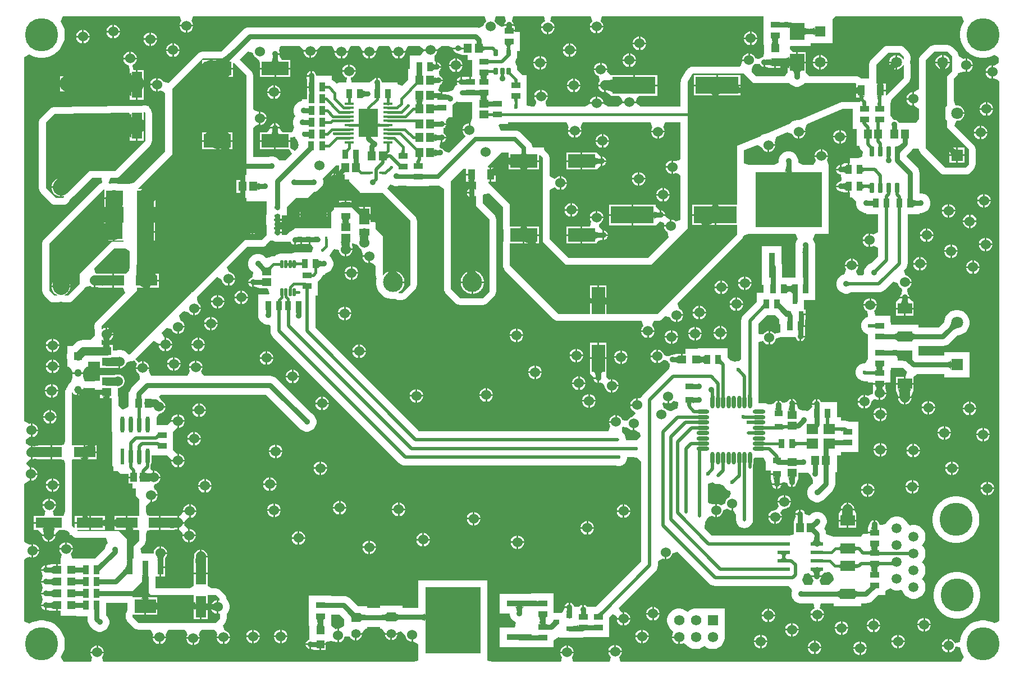
<source format=gtl>
%FSLAX23Y23*%
%MOIN*%
%SFA1B1*%

%IPPOS*%
%AMD20*
4,1,8,-0.009800,-0.019700,0.009800,-0.019700,0.011800,-0.017700,0.011800,0.017700,0.009800,0.019700,-0.009800,0.019700,-0.011800,0.017700,-0.011800,-0.017700,-0.009800,-0.019700,0.0*
1,1,0.004020,-0.009800,-0.017700*
1,1,0.004020,0.009800,-0.017700*
1,1,0.004020,0.009800,0.017700*
1,1,0.004020,-0.009800,0.017700*
%
%AMD33*
4,1,8,-0.011800,0.036900,-0.011800,-0.036900,0.000000,-0.048800,0.000000,-0.048800,0.011800,-0.036900,0.011800,0.036900,0.000000,0.048800,0.000000,0.048800,-0.011800,0.036900,0.0*
1,1,0.023680,0.000000,0.036900*
1,1,0.023680,0.000000,-0.036900*
1,1,0.023680,0.000000,-0.036900*
1,1,0.023680,0.000000,0.036900*
%
%AMD36*
4,1,8,-0.009800,-0.028500,0.009800,-0.028500,0.011800,-0.026500,0.011800,0.026500,0.009800,0.028500,-0.009800,0.028500,-0.011800,0.026500,-0.011800,-0.026500,-0.009800,-0.028500,0.0*
1,1,0.004020,-0.009800,-0.026500*
1,1,0.004020,0.009800,-0.026500*
1,1,0.004020,0.009800,0.026500*
1,1,0.004020,-0.009800,0.026500*
%
%AMD37*
4,1,8,-0.006900,-0.022600,0.006900,-0.022600,0.008900,-0.020700,0.008900,0.020700,0.006900,0.022600,-0.006900,0.022600,-0.008900,0.020700,-0.008900,-0.020700,-0.006900,-0.022600,0.0*
1,1,0.003900,-0.006900,-0.020700*
1,1,0.003900,0.006900,-0.020700*
1,1,0.003900,0.006900,0.020700*
1,1,0.003900,-0.006900,0.020700*
%
%AMD44*
4,1,8,0.012100,0.007700,-0.012100,0.007700,-0.019800,0.000000,-0.019800,0.000000,-0.012100,-0.007700,0.012100,-0.007700,0.019800,0.000000,0.019800,0.000000,0.012100,0.007700,0.0*
1,1,0.015460,0.012100,0.000000*
1,1,0.015460,-0.012100,0.000000*
1,1,0.015460,-0.012100,0.000000*
1,1,0.015460,0.012100,0.000000*
%
%AMD51*
4,1,8,-0.026300,-0.008100,0.026300,-0.008100,0.028300,-0.006000,0.028300,0.006000,0.026300,0.008100,-0.026300,0.008100,-0.028300,0.006000,-0.028300,-0.006000,-0.026300,-0.008100,0.0*
1,1,0.004040,-0.026300,-0.006000*
1,1,0.004040,0.026300,-0.006000*
1,1,0.004040,0.026300,0.006000*
1,1,0.004040,-0.026300,0.006000*
%
%ADD17R,0.051360X0.057330*%
%ADD18R,0.057330X0.051360*%
%ADD19R,0.066930X0.059060*%
G04~CAMADD=20~8~0.0~0.0~236.2~393.7~20.1~0.0~15~0.0~0.0~0.0~0.0~0~0.0~0.0~0.0~0.0~0~0.0~0.0~0.0~180.0~237.0~394.0*
%ADD20D20*%
%ADD21R,0.157480X0.062990*%
%ADD22R,0.043310X0.053150*%
%ADD23R,0.062990X0.125980*%
%ADD24R,0.047490X0.037650*%
%ADD25R,0.085830X0.063780*%
%ADD26R,0.086610X0.098430*%
%ADD27R,0.047240X0.047240*%
%ADD28R,0.330710X0.397640*%
%ADD29R,0.151580X0.037400*%
%ADD30R,0.035430X0.031500*%
%ADD31R,0.077950X0.020870*%
%ADD32R,0.023670X0.097520*%
G04~CAMADD=33~8~0.0~0.0~975.2~236.7~118.4~0.0~15~0.0~0.0~0.0~0.0~0~0.0~0.0~0.0~0.0~0~0.0~0.0~0.0~90.0~238.0~975.0*
%ADD33D33*%
%ADD34R,0.037400X0.084650*%
%ADD35R,0.127950X0.084650*%
G04~CAMADD=36~8~0.0~0.0~236.2~570.9~20.1~0.0~15~0.0~0.0~0.0~0.0~0~0.0~0.0~0.0~0.0~0~0.0~0.0~0.0~180.0~236.0~570.0*
%ADD36D36*%
G04~CAMADD=37~8~0.0~0.0~177.2~452.8~19.5~0.0~15~0.0~0.0~0.0~0.0~0~0.0~0.0~0.0~0.0~0~0.0~0.0~0.0~180.0~178.0~453.0*
%ADD37D37*%
%ADD38O,0.023620X0.076770*%
%ADD39O,0.076770X0.023620*%
%ADD40R,0.255910X0.102360*%
%ADD41R,0.255910X0.098430*%
%ADD42R,0.161420X0.078740*%
%ADD43R,0.039590X0.015450*%
G04~CAMADD=44~8~0.0~0.0~395.9~154.5~77.3~0.0~15~0.0~0.0~0.0~0.0~0~0.0~0.0~0.0~0.0~0~0.0~0.0~0.0~0.0~395.9~154.5*
%ADD44D44*%
%ADD45R,0.059060X0.094490*%
%ADD46R,0.059060X0.041340*%
%ADD47R,0.016140X0.032280*%
%ADD48C,0.143890*%
%ADD49R,0.043310X0.064960*%
%ADD50R,0.053150X0.033470*%
G04~CAMADD=51~8~0.0~0.0~566.9~161.4~20.2~0.0~15~0.0~0.0~0.0~0.0~0~0.0~0.0~0.0~0.0~0~0.0~0.0~0.0~180.0~568.0~162.0*
%ADD51D51*%
%ADD52R,0.033470X0.053150*%
%ADD53R,0.125980X0.062990*%
%ADD54R,0.032280X0.016140*%
%ADD55R,0.078740X0.161420*%
%ADD56R,0.047240X0.047240*%
%ADD57R,0.031500X0.035430*%
%ADD58R,0.037400X0.151580*%
%ADD59R,0.397640X0.330710*%
%ADD60R,0.098430X0.086610*%
%ADD61R,0.062990X0.157480*%
%ADD83R,0.055120X0.055120*%
%ADD84C,0.055120*%
%ADD85R,0.061810X0.061810*%
%ADD86C,0.061810*%
%ADD95R,0.118110X0.165350*%
%ADD96C,0.030000*%
%ADD97C,0.060000*%
%ADD98C,0.045000*%
%ADD99C,0.025000*%
%ADD100C,0.015000*%
%ADD101C,0.008000*%
%ADD102C,0.020000*%
%ADD103C,0.100000*%
%ADD104C,0.050000*%
%ADD105R,0.070870X0.070870*%
%ADD106C,0.070870*%
%ADD107C,0.064960*%
%ADD108R,0.064960X0.064960*%
%ADD109C,0.088580*%
%ADD110C,0.059060*%
%ADD111C,0.196850*%
%ADD112R,0.045980X0.045980*%
%ADD113C,0.045980*%
%ADD114C,0.118110*%
%ADD115C,0.035430*%
%ADD116C,0.060000*%
%ADD117C,0.017720*%
%ADD118C,0.023620*%
%ADD119C,0.030000*%
%LNpcb1-1*%
%LPD*%
G36*
X5523Y4795D02*
Y4730D01*
X5526*
Y4684*
X5522Y4662*
X5495Y4647*
X5473Y4651*
X5472Y4655*
X5467Y4664*
X5459Y4672*
X5450Y4677*
X5440Y4680*
X5440*
Y4640*
X5435*
Y4635*
X5395*
Y4634*
X5396Y4630*
X5387Y4612*
X5377Y4600*
X5100*
X5095Y4599*
X5090Y4599*
X5089Y4599*
X5089Y4598*
X5085Y4597*
X5080Y4595*
X5080Y4595*
X5079Y4594*
X5075Y4591*
X5071Y4589*
X5071Y4588*
X5071Y4588*
X5068Y4584*
X5065Y4580*
X5035Y4530*
X5035Y4530*
X5035Y4530*
X5033Y4525*
X5031Y4521*
X5031Y4520*
X5031Y4520*
X5030Y4515*
X5029Y4510*
X5029Y4510*
X5029Y4510*
Y4490*
Y4365*
X4790*
X4765Y4384*
Y4385*
X4685*
Y4384*
X4659Y4365*
X4597*
X4570Y4379*
Y4380*
X4490*
Y4379*
X4462Y4365*
X4236*
X4228Y4384*
X4227Y4395*
X4232Y4400*
X4237Y4409*
X4240Y4419*
Y4420*
X4160*
Y4419*
X4162Y4409*
X4167Y4400*
X4173Y4395*
X4171Y4384*
X4163Y4365*
X4144*
X4116Y4370*
Y4435*
Y4549*
X4091*
X4083Y4558*
X4059Y4583*
Y4593*
X4058Y4604*
X4053Y4614*
X4049Y4630*
X4053Y4645*
X4058Y4655*
X4059Y4666*
Y4693*
X4076*
Y4806*
X4046*
Y4809*
X4010*
Y4819*
X4046*
Y4841*
X4041*
X4038Y4845*
X4025*
X4025Y4836*
X4026Y4834*
X4026Y4833*
X4027Y4832*
X4027Y4831*
X4028Y4831*
X3991*
X3992Y4831*
X3992Y4832*
X3993Y4833*
X3993Y4834*
X3994Y4836*
X3994Y4838*
X3994Y4843*
X3994Y4845*
X3981*
X3978Y4841*
X3973*
Y4838*
X3970Y4837*
X3962Y4839*
X3937Y4855*
X3932Y4864*
X3924Y4871*
X3924Y4873*
X3933Y4901*
X3984*
X3992Y4874*
X3992Y4871*
X3987Y4867*
X3984Y4860*
X3982Y4855*
X4037*
X4035Y4860*
X4032Y4867*
X4027Y4871*
X4027Y4874*
X4035Y4901*
X4218*
X4224Y4872*
X4215Y4867*
X4207Y4859*
X4202Y4850*
X4200Y4840*
Y4840*
X4280*
Y4840*
X4277Y4850*
X4272Y4859*
X4264Y4867*
X4255Y4872*
X4261Y4901*
X4496*
X4505Y4873*
X4505Y4871*
X4497Y4864*
X4492Y4855*
X4490Y4845*
Y4845*
X4570*
Y4845*
X4567Y4855*
X4562Y4864*
X4554Y4871*
X4554Y4873*
X4563Y4901*
X5523*
Y4795*
G37*
G36*
X6711Y4871D02*
X6707Y4865D01*
X6697Y4845*
X6690Y4825*
X6687Y4803*
Y4781*
X6690Y4760*
X6697Y4739*
X6707Y4720*
X6720Y4702*
X6735Y4687*
X6753Y4674*
X6772Y4664*
X6793Y4657*
X6814Y4654*
X6836*
X6858Y4657*
X6878Y4664*
X6890Y4670*
X6912Y4661*
X6919Y4654*
X6918Y4624*
X6907Y4616*
X6890Y4608*
X6885Y4610*
X6885*
Y4570*
Y4530*
X6885*
X6890Y4531*
X6907Y4523*
X6920Y4513*
Y1309*
X6912Y1302*
X6890Y1293*
X6878Y1299*
X6858Y1305*
X6836Y1309*
X6814*
X6793Y1305*
X6772Y1299*
X6753Y1289*
X6735Y1276*
X6720Y1260*
X6707Y1243*
X6697Y1223*
X6690Y1203*
X6687Y1181*
X6687Y1181*
X6686Y1179*
X6657Y1175*
X6657Y1175*
X6652Y1184*
X6644Y1192*
X6635Y1197*
X6625Y1200*
X6625*
Y1160*
Y1120*
X6625*
X6635Y1122*
X6644Y1127*
X6652Y1135*
X6657Y1144*
X6660Y1154*
X6688Y1151*
X6689Y1149*
X6690Y1138*
X6697Y1117*
X6707Y1098*
X6711Y1093*
X6695Y1063*
X4672*
X4664Y1092*
Y1093*
X4672Y1100*
X4677Y1109*
X4680Y1119*
Y1120*
X4600*
Y1119*
X4602Y1109*
X4607Y1100*
X4615Y1093*
Y1092*
X4607Y1063*
X4395*
X4389Y1072*
X4384Y1093*
X4387Y1095*
X4392Y1104*
X4395Y1114*
Y1115*
X4315*
Y1114*
X4317Y1104*
X4322Y1095*
X4325Y1093*
X4320Y1072*
X4314Y1063*
X3910*
X3883Y1071*
Y1093*
Y1548*
X3472*
Y1384*
X3379*
Y1396*
X3244*
Y1383*
X3167*
Y1395*
X3110*
X3067Y1439*
X3056Y1448*
X3042Y1453*
X3028Y1455*
X2956*
Y1456*
X2823*
Y1343*
Y1278*
X2826*
Y1196*
X2820Y1194*
X2814Y1190*
X2809Y1185*
X2805Y1179*
X2803Y1173*
X2831*
Y1168*
X2836*
Y1140*
X2856Y1135*
X2885*
Y1168*
X2890*
Y1173*
X2923*
Y1182*
X2953Y1187*
X2974Y1183*
X2981Y1182*
X2989Y1180*
X2990*
Y1220*
Y1260*
X2989*
X2983Y1258*
X2979Y1260*
X2956Y1278*
Y1344*
X3005*
X3032Y1317*
Y1279*
X3023Y1270*
X3003Y1259*
X3000Y1260*
X3000*
Y1220*
Y1180*
X3000*
X3010Y1182*
X3019Y1187*
X3027Y1195*
X3032Y1204*
X3035Y1214*
X3065Y1215*
Y1215*
X3069Y1206*
X3076Y1199*
X3085Y1195*
X3095Y1192*
Y1230*
X3100*
Y1235*
X3137*
X3154Y1257*
X3160Y1260*
X3167*
Y1272*
X3244*
Y1261*
X3251*
X3257Y1258*
X3274Y1235*
X3311*
X3349*
X3353Y1241*
X3367Y1243*
X3374Y1240*
X3395Y1219*
X3397Y1209*
X3402Y1200*
X3410Y1192*
X3419Y1187*
X3429Y1185*
X3430*
Y1225*
X3440*
Y1185*
X3440*
X3442Y1185*
X3463Y1174*
X3472Y1166*
Y1093*
Y1071*
X3446Y1063*
X1605*
X1599Y1072*
X1594Y1093*
X1597Y1095*
X1602Y1104*
X1605Y1114*
Y1115*
X1525*
Y1114*
X1527Y1104*
X1532Y1095*
X1535Y1093*
X1530Y1072*
X1524Y1063*
X1365*
X1349Y1093*
X1353Y1098*
X1363Y1117*
X1370Y1138*
X1373Y1159*
Y1181*
X1370Y1203*
X1363Y1223*
X1353Y1243*
X1340Y1260*
X1325Y1276*
X1307Y1289*
X1288Y1299*
X1267Y1305*
X1246Y1309*
X1224*
X1202Y1305*
X1182Y1299*
X1162Y1289*
X1133Y1304*
Y1672*
X1140Y1679*
X1163Y1688*
X1164Y1687*
X1174Y1685*
X1175*
Y1725*
Y1765*
X1174*
X1164Y1762*
X1163Y1761*
X1140Y1770*
X1133Y1777*
Y2120*
X1140Y2128*
X1163Y2140*
X1164Y2140*
X1165*
Y2180*
Y2220*
X1164*
X1146Y2241*
X1145Y2247*
X1151Y2254*
X1169Y2267*
X1170*
Y2307*
Y2347*
X1169*
X1165Y2346*
X1140Y2362*
X1140Y2384*
X1165Y2401*
X1169Y2400*
X1170*
Y2440*
Y2480*
X1169*
X1163Y2478*
X1150Y2483*
X1133Y2495*
Y4658*
X1162Y4674*
X1182Y4664*
X1202Y4657*
X1224Y4654*
X1246*
X1267Y4657*
X1288Y4664*
X1307Y4674*
X1325Y4687*
X1340Y4702*
X1353Y4720*
X1363Y4739*
X1370Y4760*
X1373Y4781*
Y4803*
X1370Y4825*
X1363Y4845*
X1353Y4865*
X1349Y4871*
X1363Y4901*
X2054*
X2059Y4893*
X2065Y4871*
X2062Y4869*
X2057Y4860*
X2055Y4850*
Y4850*
X2135*
Y4850*
X2132Y4860*
X2127Y4869*
X2124Y4871*
X2130Y4893*
X2135Y4901*
X3866*
X3875Y4873*
X3875Y4871*
X3867Y4864*
X3862Y4855*
X3860Y4848*
X3853Y4841*
X3832Y4830*
X3831Y4830*
X3824Y4833*
X3810Y4835*
X2470*
X2455Y4833*
X2442Y4828*
X2430Y4819*
X2301Y4690*
X2190*
X2179Y4688*
X2169Y4684*
X2161Y4678*
X1988Y4505*
X1963Y4509*
X1962Y4509*
X1955Y4513*
X1952Y4519*
X1944Y4527*
X1935Y4532*
X1925Y4535*
X1925*
Y4495*
Y4455*
X1925*
X1935Y4457*
X1939Y4460*
X1957Y4454*
X1969Y4445*
Y4096*
X1783Y3910*
X1756Y3903*
X1692*
X1682Y3906*
X1664Y3907*
X1647Y3906*
X1641Y3904*
X1630Y3910*
X1644Y3939*
X1670*
X1680Y3941*
X1690Y3945*
X1698Y3951*
X1878Y4131*
X1884Y4139*
X1888Y4149*
X1890Y4160*
Y4249*
X1890Y4250*
X1890Y4250*
Y4326*
X1890Y4326*
X1890Y4326*
X1889Y4331*
X1888Y4336*
X1888Y4337*
X1888Y4337*
X1886Y4341*
X1884Y4346*
X1884Y4346*
X1884Y4347*
X1881Y4350*
X1878Y4354*
X1878Y4355*
X1878Y4355*
X1874Y4358*
X1874Y4359*
X1874Y4359*
X1871Y4361*
Y4368*
X1845Y4370*
X1845Y4370*
X1845Y4370*
X1840Y4370*
X1835Y4369*
X1831Y4368*
X1728*
Y4368*
X1309Y4360*
X1304Y4359*
X1299Y4358*
X1299Y4358*
X1298Y4358*
X1294Y4356*
X1289Y4354*
X1289Y4354*
X1289Y4354*
X1285Y4351*
X1281Y4348*
X1231Y4298*
X1225Y4290*
X1221Y4280*
X1219Y4270*
Y3880*
X1221Y3869*
X1225Y3859*
X1231Y3851*
X1291Y3791*
X1299Y3785*
X1309Y3781*
X1320Y3779*
X1360*
X1370Y3781*
X1380Y3785*
X1388Y3791*
X1397Y3800*
X1403Y3808*
X1406Y3815*
X1413Y3821*
X1422Y3829*
X1426Y3831*
X1434Y3837*
X1536Y3939*
X1590*
X1592Y3938*
X1594Y3912*
X1591Y3909*
X1594Y3911*
X1589Y3908*
X1579Y3904*
X1571Y3898*
X1251Y3578*
X1245Y3570*
X1241Y3560*
X1239Y3550*
Y3270*
X1241Y3259*
X1245Y3249*
X1251Y3241*
X1281Y3211*
X1289Y3205*
X1299Y3201*
X1310Y3199*
X1326*
X1336Y3201*
X1345Y3204*
X1350Y3204*
X1354Y3204*
X1363Y3201*
X1373Y3199*
X1390*
X1400Y3201*
X1410Y3205*
X1418Y3211*
X1488Y3281*
X1494Y3289*
X1521Y3296*
X1521Y3296*
X1528Y3296*
X1534Y3292*
X1544Y3290*
X1545*
Y3330*
X1550*
Y3360*
X1598Y3361*
Y3298*
X1598Y3298*
X1596Y3299*
X1594Y3299*
X1574Y3299*
X1555Y3299*
Y3290*
X1555*
X1558Y3290*
X1588Y3288*
X1656*
Y3330*
Y3371*
X1588*
X1558Y3369*
X1552Y3380*
X1547Y3400*
X1666Y3519*
X1720*
X1729Y3520*
X1730Y3520*
X1754Y3507*
X1759Y3502*
Y3401*
X1755*
Y3392*
X1734Y3371*
X1725*
X1666*
Y3330*
Y3288*
X1719*
X1731Y3258*
X1561Y3088*
X1555Y3080*
X1551Y3070*
X1549Y3060*
Y3043*
X1550Y3040*
Y3037*
X1550Y3035*
X1551Y3032*
X1552Y3030*
X1552Y3028*
X1550Y3016*
Y3003*
X1529Y2978*
X1521Y2977*
X1481*
X1468Y2975*
X1456Y2972*
X1445Y2966*
X1435Y2957*
X1420Y2942*
X1387*
Y2896*
X1385Y2892*
X1384Y2880*
X1385Y2867*
X1387Y2863*
Y2817*
X1399*
X1407Y2807*
X1417Y2787*
X1417Y2785*
X1450*
X1482*
X1482Y2787*
X1492Y2807*
X1500Y2817*
X1512*
Y2846*
X1551*
Y2846*
X1581*
Y2812*
X1658*
X1687Y2809*
X1692Y2808*
X1692*
Y2823*
X1648Y2822*
Y2873*
X1649Y2873*
X1650Y2873*
X1680Y2873*
X1697Y2873*
Y2848*
X1702*
Y2808*
X1703*
X1713Y2811*
X1722Y2816*
X1729Y2823*
X1735Y2832*
X1742Y2844*
X1760Y2849*
X1770Y2851*
X1780Y2855*
X1784Y2858*
X1803Y2835*
X1802Y2834*
X1797Y2825*
X1795Y2815*
Y2815*
X1830*
Y2850*
X1829*
X1819Y2847*
X1810Y2842*
X1791Y2863*
X1899Y2972*
X1903Y2971*
X1930Y2955*
Y2955*
X1965*
Y2990*
X1964*
X1948Y3016*
X1947Y3020*
X1975Y3048*
X1980Y3048*
X2007Y3039*
X2012Y3030*
X2020Y3022*
X2029Y3017*
X2039Y3015*
X2040*
Y3055*
X2045*
Y3060*
X2085*
Y3060*
X2082Y3070*
X2077Y3079*
X2069Y3087*
X2060Y3092*
X2051Y3119*
X2051Y3124*
X2072Y3145*
X2080Y3146*
X2107Y3140*
X2115Y3132*
X2124Y3127*
X2134Y3125*
X2135*
Y3165*
X2140*
Y3170*
X2180*
Y3170*
X2177Y3180*
X2172Y3189*
X2164Y3197*
X2158Y3218*
X2157Y3222*
X2158Y3231*
X2276Y3349*
X2278Y3349*
X2305Y3335*
Y3334*
X2307Y3324*
X2312Y3315*
X2320Y3307*
X2329Y3302*
X2339Y3300*
X2340*
Y3340*
X2345*
Y3345*
X2385*
Y3345*
X2382Y3355*
X2377Y3364*
X2369Y3372*
X2360Y3377*
X2350Y3380*
X2349*
X2335Y3406*
X2335Y3408*
X2456Y3529*
X2540*
X2550Y3531*
X2560Y3535*
X2568Y3541*
X2593Y3566*
X2609*
X2622Y3561*
X2636Y3559*
X2651Y3561*
X2651Y3561*
X2652Y3561*
X2663Y3559*
X2690*
X2701Y3561*
X2714Y3559*
X2717Y3552*
X2722Y3547*
X2727Y3545*
X2729Y3544*
X2735Y3542*
Y3570*
X2743*
Y3588*
X2767Y3589*
Y3557*
X2766Y3557*
X2766Y3557*
X2764Y3557*
X2761Y3557*
X2745Y3558*
Y3542*
X2750Y3544*
X2753Y3545*
X2756Y3546*
X2770*
Y3573*
X2780*
Y3546*
X2800*
X2820*
Y3573*
X2830*
Y3546*
X2830*
X2837Y3541*
X2849Y3525*
X2838Y3496*
X2740*
X2718Y3490*
X2704*
X2698Y3489*
X2692Y3490*
X2678*
X2672Y3489*
X2666Y3490*
X2653*
X2642Y3488*
X2631Y3484*
X2623Y3477*
X2621Y3475*
X2613*
X2601Y3473*
X2589Y3468*
X2566Y3465*
X2555Y3476*
X2542Y3483*
X2527Y3487*
X2512*
X2497Y3483*
X2484Y3476*
X2473Y3465*
X2466Y3452*
X2462Y3437*
Y3422*
X2466Y3407*
X2473Y3394*
X2484Y3383*
X2492Y3379*
X2493Y3377*
X2488Y3355*
X2484Y3347*
X2479Y3345*
X2472Y3342*
X2467Y3337*
X2464Y3330*
X2462Y3325*
X2490*
Y3320*
X2495*
Y3292*
X2500Y3294*
X2501Y3294*
X2531Y3284*
X2576*
X2583Y3275*
X2589Y3253*
X2584Y3246*
X2523*
Y3143*
Y3136*
X2522Y3132*
Y3132*
Y3117*
X2523Y3113*
X2523*
X2526Y3103*
X2533Y3089*
X2544Y3079*
X2557Y3071*
X2572Y3067*
X2587*
X2594Y3062*
Y3030*
X2596Y3016*
X2601Y3004*
X2609Y2994*
X3359Y2244*
X3369Y2236*
X3381Y2231*
X3395Y2229*
X4648*
X4653Y2228*
X4666*
X4680Y2231*
X4691Y2238*
X4701Y2248*
X4708Y2260*
X4711Y2273*
Y2279*
X4753*
X4758Y2278*
X4771*
X4794Y2254*
Y1658*
X4525Y1389*
X4473*
X4473Y1389*
X4472Y1391*
X4467Y1396*
X4460Y1399*
X4455Y1401*
Y1374*
X4445*
Y1401*
X4439Y1399*
X4432Y1396*
X4427Y1391*
X4427Y1390*
X4427Y1389*
X4405Y1391*
X4396Y1394*
X4395Y1399*
X4391Y1405*
X4386Y1410*
X4380Y1414*
X4374Y1415*
Y1388*
X4369*
Y1383*
X4340*
X4330Y1363*
X4322Y1355*
X4276*
Y1469*
X4143*
Y1468*
X3954*
Y1351*
X4014*
Y1344*
X4018Y1330*
X4026Y1317*
X4037Y1306*
X4050Y1298*
X4046Y1268*
X3954*
Y1151*
X4143*
Y1150*
X4276*
Y1189*
X4306Y1209*
X4311Y1206*
X4427*
Y1207*
X4445*
X4459Y1209*
X4463Y1210*
X4606*
Y1275*
Y1327*
X4626Y1347*
X4638Y1341*
X4651Y1330*
X4650Y1325*
Y1325*
X4685*
Y1360*
X4684*
X4680Y1358*
X4668Y1371*
X4662Y1383*
X4880Y1601*
X4888Y1612*
X4893Y1624*
X4895Y1637*
Y1661*
X4899Y1665*
X4924Y1677*
X4934Y1675*
X4935*
Y1715*
X4945*
Y1675*
X4945*
X4955Y1677*
X4964Y1682*
X4972Y1690*
X4977Y1699*
X4979Y1706*
X4988Y1712*
X5010Y1718*
X5199Y1529*
X5209Y1521*
X5221Y1516*
X5235Y1514*
X5673*
X5684Y1500*
X5691Y1484*
X5689Y1474*
Y1459*
X5693Y1444*
X5700Y1431*
X5711Y1420*
X5724Y1413*
X5739Y1409*
X5754*
X5762Y1411*
X5817*
X5824Y1382*
X5815Y1377*
X5807Y1369*
X5802Y1360*
X5800Y1350*
Y1350*
X5880*
Y1350*
X5877Y1360*
X5872Y1369*
X5864Y1377*
X5855Y1382*
X5862Y1411*
X5937*
Y1395*
X6102*
Y1411*
X6129*
X6143Y1413*
X6157Y1418*
X6168Y1427*
X6201Y1460*
X6246*
Y1484*
X6254Y1491*
X6276Y1499*
X6280Y1496*
X6293Y1491*
X6306Y1488*
X6320*
X6334Y1491*
X6337Y1492*
X6346Y1487*
X6352Y1475*
X6359Y1463*
X6369Y1454*
X6380Y1446*
X6393Y1441*
X6406Y1438*
X6420*
X6434Y1441*
X6446Y1446*
X6458Y1454*
X6467Y1463*
X6475Y1475*
X6480Y1487*
X6483Y1501*
Y1515*
X6480Y1528*
X6475Y1541*
X6467Y1552*
X6462Y1558*
X6467Y1563*
X6475Y1575*
X6480Y1587*
X6483Y1601*
Y1615*
X6480Y1628*
X6475Y1641*
X6467Y1652*
X6462Y1658*
X6467Y1663*
X6475Y1675*
X6480Y1687*
X6483Y1701*
Y1715*
X6480Y1728*
X6475Y1741*
X6467Y1752*
X6462Y1758*
X6467Y1763*
X6475Y1775*
X6480Y1787*
X6483Y1801*
Y1815*
X6480Y1828*
X6475Y1841*
X6467Y1852*
X6458Y1862*
X6446Y1869*
X6434Y1875*
X6420Y1877*
X6406*
X6393Y1875*
X6375Y1891*
X6367Y1902*
X6358Y1912*
X6346Y1919*
X6334Y1925*
X6320Y1927*
X6306*
X6293Y1925*
X6280Y1919*
X6269Y1912*
X6259Y1902*
X6252Y1891*
X6250Y1886*
X6228Y1877*
X6215Y1876*
X6207Y1883*
X6205Y1890*
X6202Y1897*
X6197Y1902*
X6190Y1905*
X6185Y1907*
Y1880*
X6175*
Y1907*
X6169Y1905*
X6162Y1902*
X6157Y1897*
X6154Y1890*
X6152Y1885*
X6143Y1859*
Y1837*
X6180*
Y1827*
X6143*
Y1824*
X6113*
X6102Y1808*
X5937*
X5916Y1815*
X5892Y1824*
X5890Y1839*
X5885Y1852*
X5881Y1857*
X5886Y1862*
X5893Y1876*
X5897Y1890*
Y1905*
X5893Y1920*
X5886Y1933*
X5875Y1944*
X5862Y1952*
X5847Y1955*
X5832*
X5817Y1952*
X5804Y1944*
X5794Y1934*
X5787Y1935*
X5765Y1945*
Y1946*
X5764Y1953*
X5760Y1959*
X5755Y1965*
X5748Y1968*
X5743Y1970*
Y1942*
X5738*
Y1937*
X5710*
X5712Y1932*
X5714Y1928*
X5713Y1924*
X5702Y1898*
X5702*
Y1837*
X5702Y1821*
X5675Y1815*
X5563*
X5215*
X5173Y1857*
X5172Y1862*
X5175Y1894*
X5183Y1904*
X5188Y1916*
X5188Y1917*
X5203Y1926*
X5215Y1930*
X5220Y1930*
X5224Y1927*
X5234Y1925*
X5235*
Y1965*
Y2005*
X5234*
X5224Y2002*
X5220Y1999*
X5202Y2005*
X5190Y2014*
Y2120*
X5219Y2130*
X5224Y2126*
X5236Y2121*
X5250Y2119*
X5255Y2120*
X5263Y2121*
X5286Y2110*
X5291Y2102*
X5294Y2098*
X5303Y2088*
X5315Y2081*
X5320Y2080*
X5327Y2063*
X5319Y2042*
X5310Y2037*
X5302Y2029*
X5297Y2020*
X5295Y2010*
Y2006*
X5293Y2005*
X5270Y1995*
X5266Y1995*
X5264Y1997*
X5255Y2002*
X5245Y2005*
X5245*
Y1965*
Y1925*
X5245*
X5255Y1927*
X5264Y1932*
X5272Y1940*
X5277Y1949*
X5280Y1959*
Y1963*
X5281Y1964*
X5304Y1974*
X5308Y1974*
X5310Y1972*
X5319Y1967*
X5329Y1965*
X5330*
Y2005*
X5340*
Y1965*
X5340*
X5358Y1938*
Y1908*
X5360Y1895*
X5365Y1883*
X5373Y1873*
X5383Y1865*
X5395Y1860*
X5408Y1858*
X5421Y1860*
X5433Y1865*
X5444Y1873*
X5452Y1883*
X5457Y1895*
X5459Y1908*
Y2233*
X5459Y2233*
X5459Y2236*
X5460Y2238*
X5462Y2247*
Y2271*
X5469Y2277*
X5522*
X5536Y2249*
Y2201*
X5566*
Y2184*
X5600*
Y2174*
X5566*
Y2165*
Y2150*
X5571Y2125*
X5628*
X5628Y2126*
X5643Y2129*
X5662Y2126*
X5664Y2119*
X5667Y2112*
X5672Y2107*
X5679Y2104*
X5685Y2102*
Y2130*
X5695*
Y2102*
X5700Y2104*
X5707Y2107*
X5712Y2112*
X5715Y2119*
X5717Y2126*
Y2127*
X5728Y2152*
X5728*
X5728*
Y2186*
X5758*
X5788Y2186*
X5796Y2181*
X5801Y2175*
X5802Y2171*
X5806Y2164*
X5809Y2160*
X5811Y2158*
X5816Y2136*
X5816Y2125*
X5812Y2120*
X5804Y2116*
X5793Y2105*
X5786Y2092*
X5782Y2077*
Y2062*
X5786Y2047*
X5793Y2034*
X5804Y2023*
X5817Y2016*
X5832Y2012*
X5847*
X5862Y2016*
X5875Y2023*
X5886Y2034*
X5890Y2042*
X5930Y2082*
X5939Y2093*
X5945Y2107*
X5947Y2121*
Y2191*
X5957*
Y2290*
X5983*
Y2310*
X6086*
Y2375*
Y2489*
X6032*
X6031Y2490*
X6018Y2495*
X6005Y2497*
X5983*
Y2516*
X5959*
Y2606*
X5863*
X5863Y2608*
X5859Y2614*
X5854Y2619*
X5848Y2623*
X5842Y2624*
Y2597*
X5837*
Y2592*
X5809*
X5810Y2576*
X5788Y2557*
X5782Y2553*
X5780Y2554*
X5767Y2557*
X5752*
X5728Y2567*
X5718Y2594*
X5690*
Y2599*
X5685*
Y2626*
X5679Y2624*
X5672Y2621*
X5667Y2616*
X5664Y2609*
X5664Y2609*
X5648Y2604*
X5644Y2604*
X5633Y2604*
X5632Y2606*
X5627Y2611*
X5620Y2615*
X5615Y2617*
Y2589*
X5605*
Y2617*
X5599Y2615*
X5592Y2611*
X5587Y2606*
X5585Y2602*
X5578Y2598*
X5560Y2593*
X5552Y2593*
X5549Y2595*
X5536Y2600*
X5522Y2602*
X5492*
Y2632*
X5490Y2646*
X5490Y2646*
Y2964*
X5501Y2968*
X5520Y2969*
X5522Y2965*
X5530Y2957*
X5539Y2952*
X5549Y2950*
X5550*
Y2990*
Y3030*
X5549*
X5539Y3027*
X5530Y3022*
X5522Y3014*
X5520Y3010*
X5501Y3011*
X5490Y3015*
Y3071*
X5542Y3123*
X5590*
X5614Y3099*
Y3072*
X5620*
Y3023*
X5617Y3021*
X5587Y3014*
X5579Y3022*
X5570Y3027*
X5560Y3030*
X5560*
Y2990*
Y2950*
X5560*
X5570Y2952*
X5579Y2957*
X5587Y2965*
X5592Y2974*
X5594Y2983*
X5613Y2990*
X5621Y2993*
X5625*
X5713*
X5714Y2986*
X5718Y2980*
X5723Y2975*
X5730Y2971*
X5735Y2969*
Y2997*
X5740*
Y3002*
X5768*
X5769Y3023*
Y3055*
X5742*
Y3065*
X5769*
Y3096*
X5770Y3102*
Y3125*
X5744*
Y3135*
X5770*
Y3157*
X5763*
Y3213*
X5829*
Y3346*
X5828*
Y3535*
X5827*
Y3547*
X5823Y3562*
X5816Y3575*
X5815Y3576*
X5827Y3606*
X5908*
Y4015*
Y4016*
X5900Y4037*
X5897Y4046*
X5902Y4054*
X5905Y4064*
Y4065*
X5825*
Y4064*
X5827Y4054*
X5832Y4046*
X5830Y4040*
X5819Y4016*
X5754*
X5727Y4032*
Y4047*
X5723Y4062*
X5716Y4075*
X5705Y4086*
X5692Y4093*
X5677Y4097*
X5662*
X5647Y4093*
X5634Y4086*
X5623Y4075*
X5616Y4062*
X5612Y4047*
Y4032*
X5585Y4016*
X5435*
X5431*
X5405Y4026*
Y4103*
X5480Y4134*
X5487Y4133*
X5512Y4119*
X5517Y4110*
X5525Y4102*
X5534Y4097*
X5544Y4095*
X5545*
Y4135*
X5550*
Y4140*
X5590*
Y4140*
X5587Y4150*
X5595Y4178*
X5599Y4184*
X5660Y4209*
X5664Y4209*
X5692Y4199*
X5697Y4190*
X5705Y4182*
X5714Y4177*
X5724Y4175*
X5725*
Y4215*
X5730*
Y4220*
X5770*
Y4220*
X5767Y4230*
X5779Y4257*
X5782Y4261*
X5993Y4349*
X6053*
Y4295*
Y4230*
X6074*
Y4131*
X6090*
X6091Y4126*
X6096Y4114*
X6104Y4104*
X6110Y4098*
X6107Y4068*
X6084Y4056*
X6035*
Y4026*
X6032*
Y3990*
X6022*
Y4026*
X6000*
X5985Y4018*
Y4005*
X5986Y4005*
X5996Y4006*
X6000Y4006*
X6003Y4007*
X6006Y4009*
X6008Y4010*
X6009Y4012*
X6010Y4014*
X6010Y4016*
Y3963*
X6010Y3965*
X6009Y3967*
X6008Y3969*
X6006Y3970*
X6003Y3972*
X6000Y3973*
X5996Y3973*
X5991Y3974*
X5986Y3974*
X5980Y3975*
Y3990*
X5980*
Y3985*
X5952*
X5954Y3979*
X5957Y3972*
X5962Y3967*
X5969Y3964*
X5976Y3962*
X5982*
X5983Y3959*
X5986Y3927*
X5976Y3917*
X5969Y3915*
X5962Y3912*
X5957Y3907*
X5954Y3900*
X5952Y3895*
X5980*
Y3885*
X5952*
X5954Y3879*
X5957Y3872*
X5962Y3867*
X5969Y3864*
X5974Y3862*
X6000Y3853*
X6022*
Y3890*
X6032*
Y3853*
X6035*
Y3823*
X6049*
X6072Y3797*
Y3782*
X6076Y3767*
X6083Y3754*
X6094Y3743*
X6107Y3736*
X6122Y3732*
X6130*
Y3723*
X6202*
Y3616*
X6182Y3606*
X6172Y3603*
X6165Y3607*
X6155Y3610*
X6155*
Y3570*
Y3530*
X6155*
X6165Y3532*
X6172Y3536*
X6182Y3533*
X6202Y3523*
Y3473*
X6161Y3433*
X6155Y3431*
X6142Y3423*
X6131Y3412*
X6123Y3399*
X6119Y3385*
Y3369*
X6112Y3360*
X6081*
X6073Y3379*
X6072Y3390*
X6077Y3395*
X6082Y3404*
X6085Y3414*
Y3415*
X6005*
Y3414*
X6007Y3404*
X6011Y3397*
X6008Y3383*
X6000Y3366*
X5990Y3363*
X5977Y3356*
X5966Y3345*
X5958Y3332*
X5955Y3317*
Y3302*
X5958Y3287*
X5966Y3274*
X5977Y3263*
X5990Y3256*
X6005Y3252*
X6020*
X6034Y3256*
X6040Y3259*
X6205*
X6218Y3261*
X6230Y3266*
X6240Y3274*
X6290Y3323*
X6311Y3317*
X6320Y3311*
X6322Y3304*
X6327Y3295*
X6335Y3287*
X6340Y3284*
X6344Y3273*
X6342Y3252*
X6337Y3247*
X6334Y3241*
X6332Y3235*
X6387*
X6385Y3241*
X6382Y3247*
X6377Y3252*
X6375Y3273*
X6379Y3284*
X6384Y3287*
X6392Y3295*
X6397Y3304*
X6400Y3314*
Y3315*
X6360*
Y3325*
X6400*
Y3325*
X6397Y3335*
X6392Y3344*
X6384Y3352*
X6375Y3357*
X6368Y3359*
X6362Y3368*
X6356Y3390*
X6363Y3396*
X6371Y3407*
X6376Y3419*
X6377Y3432*
Y3723*
X6449*
Y3732*
X6463*
X6478Y3736*
X6491Y3743*
X6502Y3754*
X6509Y3767*
X6513Y3782*
Y3797*
X6509Y3812*
X6502Y3825*
X6491Y3836*
X6478Y3843*
X6463Y3847*
X6449*
Y3856*
X6447*
Y3967*
X6446Y3981*
X6440Y3995*
X6431Y4006*
X6370Y4067*
Y4074*
X6400Y4104*
X6408Y4114*
X6418Y4115*
X6441Y4114*
X6445Y4108*
X6446Y4104*
X6450Y4094*
X6456Y4086*
X6571Y3971*
X6579Y3965*
X6589Y3961*
X6600Y3959*
X6720*
X6730Y3961*
X6740Y3965*
X6748Y3971*
X6768Y3991*
X6774Y3999*
X6778Y4009*
X6780Y4020*
Y4110*
X6778Y4120*
X6774Y4130*
X6768Y4138*
X6656Y4250*
X6661Y4268*
X6667Y4279*
X6675Y4279*
X6687Y4282*
X6697Y4288*
X6706Y4297*
X6712Y4307*
X6715Y4319*
Y4320*
X6670*
Y4330*
X6715*
Y4330*
X6712Y4342*
X6706Y4352*
X6697Y4361*
X6687Y4367*
X6675Y4370*
X6663Y4370*
X6650Y4397*
Y4528*
X6668Y4546*
X6674Y4554*
X6676Y4559*
X6682Y4564*
X6692Y4568*
X6709Y4572*
X6719Y4570*
X6720*
Y4610*
Y4650*
X6719*
X6709Y4647*
X6684Y4659*
X6680Y4663*
Y4665*
X6678Y4675*
X6674Y4685*
X6668Y4693*
X6643Y4718*
X6635Y4724*
X6625Y4728*
X6615Y4730*
X6535*
X6524Y4728*
X6514Y4724*
X6506Y4718*
X6456Y4668*
X6450Y4660*
X6446Y4650*
X6444Y4640*
Y4470*
X6439Y4464*
X6415Y4450*
X6415*
Y4410*
Y4370*
X6415*
X6439Y4355*
X6444Y4349*
Y4291*
X6427Y4268*
X6414*
X6324*
X6324Y4268*
X6320Y4275*
X6315Y4280*
X6308Y4284*
X6301Y4285*
X6294*
X6276Y4310*
X6276Y4310*
Y4387*
X6277*
Y4401*
X6278Y4402*
X6280Y4403*
X6383Y4506*
X6389Y4514*
X6393Y4524*
X6395Y4535*
Y4609*
X6395Y4610*
X6395Y4610*
X6394Y4615*
X6393Y4620*
X6393Y4620*
X6393Y4621*
X6391Y4625*
X6391Y4627*
X6391Y4629*
X6393Y4633*
X6393Y4634*
X6393Y4634*
X6394Y4639*
X6395Y4643*
X6395Y4644*
X6395Y4645*
Y4660*
X6393Y4670*
X6389Y4680*
X6383Y4688*
X6358Y4713*
X6350Y4719*
X6340Y4723*
X6330Y4725*
X6260*
X6249Y4723*
X6239Y4719*
X6231Y4713*
X6161Y4643*
X6155Y4635*
X6151Y4625*
X6149Y4615*
Y4532*
X6098*
X6097Y4533*
X6093Y4536*
X6089Y4539*
X6089Y4539*
X6088Y4539*
X6084Y4541*
X6080Y4543*
X6079Y4543*
X6078Y4543*
X6074Y4544*
X6070Y4545*
X6069Y4545*
X6068Y4545*
X5790*
X5773Y4568*
Y4575*
Y4622*
X5720*
Y4627*
X5715*
Y4686*
X5694*
X5679Y4707*
X5677Y4716*
X5681Y4723*
X5803*
Y4740*
X5930*
Y4885*
X5953Y4901*
X6697*
X6711Y4871*
G37*
G36*
X5652Y4867D02*
X5666Y4866D01*
X5669Y4866*
X5672Y4865*
X5674Y4864*
X5675Y4863*
X5676Y4862*
X5676Y4861*
Y4822*
X5676Y4825*
X5675Y4827*
X5674Y4830*
X5672Y4832*
X5669Y4833*
X5666Y4835*
X5662Y4836*
X5657Y4836*
X5652Y4837*
X5646Y4837*
Y4867*
X5652Y4867*
G37*
G36*
X5825Y4782D02*
X5825Y4785D01*
X5824Y4787*
X5822Y4790*
X5820Y4792*
X5818Y4793*
X5814Y4795*
X5810Y4796*
X5806Y4796*
X5801Y4797*
X5795Y4797*
Y4827*
X5801Y4827*
X5806Y4828*
X5810Y4828*
X5814Y4829*
X5818Y4831*
X5820Y4832*
X5822Y4834*
X5824Y4837*
X5825Y4839*
X5825Y4842*
Y4782*
G37*
G36*
X5763Y4839D02*
X5764Y4837D01*
X5765Y4834*
X5767Y4832*
X5770Y4831*
X5773Y4829*
X5777Y4828*
X5782Y4828*
X5787Y4827*
X5793Y4827*
Y4797*
X5787Y4797*
X5782Y4796*
X5777Y4796*
X5773Y4795*
X5770Y4793*
X5767Y4792*
X5765Y4790*
X5764Y4787*
X5763Y4785*
X5763Y4782*
Y4842*
X5763Y4839*
G37*
G36*
X5614Y4770D02*
X5612Y4769D01*
X5610Y4768*
X5609Y4766*
X5607Y4763*
X5606Y4760*
X5606Y4756*
X5605Y4752*
X5605Y4749*
X5606Y4745*
X5607Y4742*
X5608Y4739*
X5609Y4737*
X5610Y4736*
X5611Y4735*
X5613Y4734*
X5566*
X5568Y4735*
X5569Y4736*
X5570Y4737*
X5571Y4739*
X5572Y4742*
X5573Y4745*
X5574Y4749*
X5574Y4751*
X5573Y4756*
X5573Y4760*
X5572Y4763*
X5570Y4766*
X5569Y4768*
X5567Y4769*
X5565Y4770*
X5563Y4770*
X5616*
X5614Y4770*
G37*
G36*
X3855Y4728D02*
X3856Y4726D01*
X3857Y4724*
X3858Y4723*
X3860Y4722*
X3862Y4721*
X3865Y4720*
X3868Y4720*
X3871Y4720*
X3875Y4720*
Y4700*
X3871Y4699*
X3868Y4699*
X3865Y4699*
X3862Y4698*
X3860Y4697*
X3858Y4696*
X3857Y4695*
X3856Y4693*
X3855Y4691*
X3855Y4690*
Y4699*
X3840Y4699*
Y4720*
X3841Y4720*
X3842Y4720*
X3845Y4720*
X3855Y4720*
Y4730*
X3855Y4728*
G37*
G36*
X3676Y4715D02*
X3707D01*
Y4705*
X3679*
X3681Y4699*
X3685Y4692*
X3690Y4687*
X3696Y4684*
X3703Y4682*
X3705*
X3730Y4671*
Y4671*
Y4671*
X3764*
Y4641*
X3793*
Y4575*
Y4539*
X3785*
Y4512*
X3775*
Y4539*
X3743*
X3732Y4540*
Y4512*
X3727*
Y4507*
X3700*
X3701Y4501*
X3704Y4496*
X3704Y4495*
X3693Y4486*
X3684Y4475*
X3678Y4461*
X3677Y4459*
X3646Y4449*
X3615*
Y4422*
X3605*
Y4449*
X3601*
X3589Y4462*
X3589Y4463*
X3590Y4467*
X3600Y4494*
X3607Y4497*
X3612Y4502*
X3615Y4509*
X3617Y4515*
X3590*
Y4505*
X3585Y4504*
X3578Y4504*
X3575Y4503*
X3572Y4503*
X3570Y4502*
X3569Y4501*
X3568Y4500*
X3567Y4498*
X3567Y4497*
Y4542*
X3567Y4541*
X3568Y4539*
X3569Y4538*
X3570Y4537*
X3572Y4536*
X3575Y4536*
X3578Y4535*
X3581Y4535*
X3585Y4535*
X3590Y4535*
Y4525*
X3617*
X3615Y4530*
X3612Y4537*
X3607Y4542*
X3600Y4545*
X3599Y4546*
X3594Y4561*
X3594Y4562*
X3595Y4576*
X3597Y4577*
X3602Y4582*
X3605Y4589*
X3607Y4595*
X3580*
Y4585*
X3576Y4584*
X3569Y4584*
X3566Y4584*
X3564Y4583*
X3562Y4582*
X3560Y4582*
X3559Y4581*
X3559Y4580*
X3559Y4579*
Y4620*
X3559Y4619*
X3559Y4618*
X3560Y4617*
X3562Y4617*
X3564Y4616*
X3566Y4615*
X3569Y4615*
X3572Y4615*
X3575Y4615*
Y4629*
X3569Y4636*
X3567Y4666*
X3569Y4667*
X3577Y4675*
X3582Y4684*
X3585Y4694*
Y4695*
X3505*
Y4694*
X3489Y4671*
X3483Y4666*
X3420*
Y4588*
X3412*
Y4522*
X3376Y4486*
X3349Y4497*
Y4506*
X3255*
Y4511*
X3253Y4518*
X3249Y4524*
X3244Y4529*
X3238Y4533*
X3232Y4534*
Y4507*
X3222*
Y4534*
X3216Y4533*
X3210Y4529*
X3205Y4524*
X3204Y4523*
X3181Y4506*
X3075*
X3071Y4536*
X3075Y4537*
Y4537*
X3077Y4538*
X3084Y4542*
X3092Y4550*
X3097Y4559*
X3100Y4569*
Y4570*
X3020*
Y4569*
X3022Y4559*
X3027Y4550*
X3035Y4542*
X3043Y4538*
X3044Y4537*
Y4537*
X3048Y4536*
X3044Y4506*
X3003*
X2987Y4500*
X2973Y4513*
X2963Y4521*
X2959Y4523*
Y4546*
X2865*
Y4551*
X2863Y4558*
X2859Y4564*
X2854Y4569*
X2848Y4573*
X2842Y4574*
Y4547*
X2837*
Y4542*
X2809*
X2810Y4516*
Y4485*
X2837*
Y4475*
X2810*
Y4443*
Y4406*
X2780*
Y4397*
X2767Y4393*
X2754Y4386*
X2743Y4375*
X2736Y4362*
X2732Y4347*
Y4332*
X2736Y4317*
X2741Y4308*
X2738Y4305*
X2731Y4292*
X2727Y4277*
Y4262*
X2731Y4247*
X2735Y4240*
X2728Y4220*
X2721Y4209*
X2711Y4209*
X2710*
X2670*
X2663Y4215*
X2649Y4233*
X2592*
X2579Y4215*
X2571Y4209*
X2530*
Y4165*
X2621*
X2711*
Y4181*
X2741Y4185*
X2742Y4182*
X2743Y4178*
X2745Y4175*
X2746Y4172*
X2749Y4169*
X2750Y4166*
X2753Y4163*
X2755Y4160*
X2759Y4152*
X2762Y4134*
X2762Y4133*
X2759Y4123*
X2759Y4122*
X2738Y4101*
X2711Y4117*
Y4155*
X2626*
Y4110*
X2704*
X2720Y4084*
X2680Y4043*
X2646Y4045*
X2635Y4056*
X2622Y4063*
X2607Y4067*
X2592*
X2584Y4065*
X2490*
Y4237*
X2502Y4247*
X2520Y4256*
X2524Y4255*
X2525*
Y4295*
Y4335*
X2524*
X2520Y4333*
X2502Y4342*
X2490Y4352*
Y4550*
X2488Y4560*
X2484Y4570*
X2478Y4578*
X2412Y4644*
X2460Y4691*
X2477Y4687*
X2491Y4680*
X2492Y4674*
X2497Y4665*
X2505Y4657*
X2508Y4656*
X2516Y4650*
X2528Y4634*
X2531Y4622*
Y4595*
X2622*
X2713*
Y4639*
X2665*
X2659Y4646*
X2649Y4664*
X2649Y4669*
X2649Y4672*
X2622*
Y4682*
X2649*
X2648Y4688*
X2644Y4694*
X2644Y4694*
X2649Y4715*
X2655Y4724*
X2766*
X2770Y4722*
X2790Y4700*
Y4700*
X2870*
Y4700*
X2889Y4722*
X2893Y4724*
X2954*
X2960Y4719*
X2975Y4695*
Y4695*
X3055*
Y4695*
X3069Y4719*
X3075Y4724*
X3119*
X3125Y4719*
X3140Y4695*
Y4695*
X3220*
Y4695*
X3234Y4719*
X3240Y4724*
X3294*
X3300Y4719*
X3315Y4695*
Y4695*
X3395*
Y4695*
X3409Y4719*
X3415Y4724*
X3479*
X3505Y4705*
Y4705*
X3585*
Y4705*
X3610Y4724*
X3651*
X3676Y4715*
G37*
G36*
X4025Y4733D02*
X4023Y4732D01*
X4022Y4731*
X4021Y4730*
X4019Y4728*
X4019Y4726*
X4018Y4723*
X4017Y4720*
X4017Y4717*
X4018Y4703*
X4018Y4703*
X3996*
X3996Y4703*
X3996Y4704*
X3996Y4705*
X3996Y4706*
X3997Y4713*
X3997Y4716*
X3997Y4717*
X3997Y4720*
X3996Y4723*
X3995Y4726*
X3994Y4728*
X3993Y4730*
X3992Y4731*
X3991Y4732*
X3989Y4733*
X3987Y4733*
X4027*
X4025Y4733*
G37*
G36*
X3721Y4720D02*
X3724Y4718D01*
X3726Y4717*
X3727Y4716*
X3729Y4715*
X3730Y4714*
X3732Y4714*
X3733Y4714*
X3734Y4714*
X3735Y4714*
X3737Y4714*
X3738Y4714*
X3739Y4715*
X3739Y4715*
X3740Y4715*
X3740Y4716*
X3741Y4717*
X3741Y4718*
Y4702*
X3741Y4702*
X3740Y4703*
X3740Y4704*
X3739Y4704*
X3739Y4705*
X3738Y4705*
X3737Y4705*
X3735Y4705*
X3734Y4705*
X3733Y4705*
X3732Y4705*
X3730Y4705*
X3729Y4704*
X3727Y4703*
X3726Y4702*
X3724Y4701*
X3723Y4700*
X3721Y4699*
X3719Y4697*
Y4722*
X3721Y4720*
G37*
G36*
X4011Y4683D02*
X4011Y4683D01*
X4011Y4683*
X4011Y4682*
X4012Y4681*
X4014Y4679*
X4015Y4678*
X3999*
X4000Y4679*
X4003Y4683*
X4003Y4683*
X4003Y4683*
X4003Y4684*
X4011*
X4011Y4683*
G37*
G36*
X4014Y4676D02*
X4011Y4673D01*
X4011Y4672*
X4011Y4672*
X4011Y4672*
X4003*
X4003Y4672*
X4003Y4672*
X4003Y4673*
X4002Y4673*
X4002Y4674*
X4000Y4676*
X3999Y4677*
X4015*
X4014Y4676*
G37*
G36*
X5676Y4582D02*
X5676Y4586D01*
X5675Y4590*
X5672Y4593*
X5669Y4596*
X5666Y4598*
Y4575*
Y4568*
X5649Y4545*
X5476*
X5450Y4571*
X5450Y4583*
X5457Y4606*
X5459Y4607*
X5467Y4615*
X5468Y4618*
X5492Y4618*
X5500Y4616*
X5503Y4611*
X5508Y4606*
X5514Y4602*
X5520Y4601*
Y4628*
X5530*
Y4600*
X5556Y4595*
X5585*
Y4628*
X5590*
Y4633*
X5623*
Y4647*
X5631*
Y4649*
X5640Y4650*
X5648Y4650*
X5654Y4652*
X5660Y4653*
X5665Y4655*
X5669Y4658*
X5672Y4661*
X5675Y4664*
X5676Y4668*
X5676Y4672*
Y4582*
G37*
G36*
X6355Y4660D02*
Y4645D01*
X6350Y4643*
X6344Y4653*
X6336Y4661*
X6326Y4667*
X6316Y4669*
X6315*
Y4627*
Y4585*
X6316*
X6326Y4587*
X6336Y4593*
X6344Y4601*
X6350Y4611*
X6355Y4609*
Y4535*
X6252Y4432*
X6247Y4434*
Y4455*
X6216*
Y4460*
X6211*
Y4492*
X6194*
X6195Y4492*
X6196Y4493*
X6197Y4495*
X6198Y4497*
X6199Y4499*
X6199Y4502*
X6190*
Y4615*
X6260Y4685*
X6330*
X6355Y4660*
G37*
G36*
X2637Y4653D02*
X2638Y4648D01*
X2638Y4643*
X2639Y4640*
X2641Y4636*
X2642Y4634*
X2644Y4631*
X2647Y4630*
X2649Y4629*
X2652Y4629*
X2592*
X2595Y4629*
X2597Y4630*
X2600Y4631*
X2602Y4634*
X2603Y4636*
X2605Y4640*
X2606Y4643*
X2606Y4648*
X2607Y4653*
X2607Y4659*
X2637*
X2637Y4653*
G37*
G36*
X5566Y4605D02*
X5566Y4606D01*
X5565Y4608*
X5563Y4609*
X5561Y4610*
X5559Y4611*
X5555Y4612*
X5551Y4612*
X5547Y4613*
X5536Y4613*
Y4643*
X5542Y4643*
X5551Y4644*
X5555Y4645*
X5559Y4645*
X5561Y4646*
X5563Y4647*
X5565Y4649*
X5566Y4650*
X5566Y4652*
Y4605*
G37*
G36*
X3869Y4568D02*
X3868Y4568D01*
X3868Y4568*
X3867Y4567*
X3866Y4567*
X3866Y4567*
X3865Y4566*
X3864Y4566*
X3864Y4565*
X3862Y4564*
X3857Y4570*
X3857Y4571*
X3858Y4572*
X3859Y4572*
X3859Y4573*
X3860Y4574*
X3860Y4574*
X3860Y4575*
X3860Y4576*
X3860Y4576*
X3869Y4568*
G37*
G36*
X5735Y4610D02*
X5735Y4609D01*
X5735Y4603*
X5735Y4578*
X5750*
X5747Y4578*
X5744Y4577*
X5742Y4575*
X5740Y4573*
X5738Y4570*
X5737Y4567*
X5736Y4563*
X5735Y4559*
X5735Y4554*
X5735Y4548*
X5705*
X5704Y4554*
X5704Y4559*
X5703Y4563*
X5702Y4567*
X5701Y4570*
X5699Y4573*
X5697Y4575*
X5695Y4577*
X5692Y4578*
X5690Y4578*
X5704*
X5704Y4611*
X5735*
X5735Y4610*
G37*
G36*
X3493Y4573D02*
X3493Y4572D01*
X3493Y4570*
X3493Y4558*
X3493Y4543*
X3463*
X3463Y4549*
X3461Y4572*
X3461Y4573*
X3460Y4573*
X3494*
X3493Y4573*
G37*
G36*
X3875Y4553D02*
X3875Y4550D01*
X3886*
X3884Y4550*
X3882Y4549*
X3880Y4548*
X3879Y4546*
X3877Y4543*
X3876Y4540*
X3876Y4540*
X3876Y4539*
X3877Y4536*
X3879Y4533*
X3880Y4531*
X3882Y4530*
X3884Y4529*
X3886Y4529*
X3875*
X3875Y4526*
X3875Y4520*
X3845*
X3844Y4526*
X3844Y4529*
X3833*
X3835Y4529*
X3837Y4530*
X3839Y4531*
X3840Y4533*
X3842Y4536*
X3843Y4539*
X3843Y4540*
X3843Y4540*
X3842Y4543*
X3840Y4546*
X3839Y4548*
X3837Y4549*
X3835Y4550*
X3833Y4550*
X3844*
X3844Y4553*
X3845Y4559*
X3875*
X3875Y4553*
G37*
G36*
X4057Y4521D02*
X4057Y4518D01*
X4058Y4516*
X4058Y4514*
X4059Y4512*
X4060Y4511*
X4061Y4510*
X4062Y4509*
X4063Y4509*
X4065Y4509*
X4035*
X4036Y4509*
X4037Y4509*
X4038Y4510*
X4039Y4511*
X4040Y4512*
X4041Y4514*
X4041Y4516*
X4042Y4518*
X4042Y4521*
X4042Y4524*
X4057*
X4057Y4521*
G37*
G36*
X3478Y4505D02*
X3477Y4504D01*
X3475Y4504*
X3474Y4503*
X3472Y4501*
X3467Y4497*
X3457Y4488*
X3453Y4484*
X3442Y4494*
X3446Y4498*
X3461Y4515*
X3462Y4517*
X3463Y4518*
X3463Y4520*
X3478Y4505*
G37*
G36*
X3598Y4439D02*
X3602Y4435D01*
X3602Y4435*
X3603Y4434*
X3603Y4434*
X3602Y4434*
X3602Y4434*
Y4426*
X3602Y4425*
X3603Y4425*
X3603Y4425*
X3602Y4424*
X3602Y4424*
X3601Y4423*
X3601Y4422*
X3598Y4420*
X3597Y4418*
Y4441*
X3598Y4439*
G37*
G36*
X3141Y4464D02*
X3142Y4462D01*
X3144Y4460*
X3146Y4459*
X3148Y4457*
X3151Y4456*
X3155Y4456*
X3159Y4455*
X3164Y4455*
X3170Y4455*
Y4425*
X3164Y4424*
X3155Y4423*
X3151Y4423*
X3148Y4422*
X3146Y4420*
X3144Y4419*
X3142Y4417*
X3141Y4415*
X3141Y4413*
Y4466*
X3141Y4464*
G37*
G36*
X6228Y4427D02*
X6226Y4426D01*
X6224Y4425*
X6223Y4424*
X6222Y4422*
X6221Y4420*
X6220Y4417*
X6220Y4414*
X6220Y4411*
X6220Y4407*
X6200*
X6199Y4411*
X6199Y4417*
X6199Y4420*
X6198Y4422*
X6198Y4424*
X6197Y4425*
X6196Y4426*
X6195Y4427*
X6194Y4427*
X6230Y4427*
X6228Y4427*
G37*
G36*
X3875Y4431D02*
X3875Y4430D01*
X3886*
X3884Y4430*
X3882Y4429*
X3880Y4428*
X3879Y4426*
X3877Y4423*
X3876Y4420*
X3876Y4419*
X3877Y4418*
X3878Y4414*
X3879Y4412*
X3881Y4409*
X3883Y4408*
X3885Y4407*
X3888Y4407*
X3875*
X3875Y4406*
X3875Y4400*
X3845*
X3844Y4406*
X3844Y4407*
X3831*
X3834Y4407*
X3836Y4408*
X3838Y4409*
X3840Y4412*
X3841Y4414*
X3842Y4418*
X3843Y4419*
X3843Y4420*
X3842Y4423*
X3840Y4426*
X3839Y4428*
X3837Y4429*
X3835Y4430*
X3833Y4430*
X3844*
X3844Y4431*
X3845Y4437*
X3875*
X3875Y4431*
G37*
G36*
X4063Y4410D02*
X4062Y4410D01*
X4061Y4409*
X4060Y4408*
X4059Y4407*
X4058Y4405*
X4058Y4403*
X4057Y4401*
X4057Y4398*
X4057Y4395*
X4042*
X4042Y4398*
X4042Y4401*
X4041Y4403*
X4041Y4405*
X4040Y4407*
X4039Y4408*
X4038Y4409*
X4037Y4410*
X4036Y4410*
X4035Y4411*
X4065*
X4063Y4410*
G37*
G36*
X3501Y4401D02*
X3500Y4400D01*
X3498Y4398*
X3497Y4396*
X3495Y4393*
X3494Y4390*
X3494Y4386*
X3493Y4382*
X3493Y4377*
X3493Y4371*
X3463*
X3463Y4377*
X3462Y4386*
X3461Y4390*
X3460Y4393*
X3459Y4396*
X3458Y4398*
X3456Y4400*
X3454Y4401*
X3452Y4401*
X3503*
X3501Y4401*
G37*
G36*
X6220Y4385D02*
X6220Y4381D01*
X6220Y4378*
X6221Y4376*
X6222Y4374*
X6223Y4372*
X6224Y4370*
X6226Y4369*
X6228Y4369*
X6230Y4369*
X6190*
X6191Y4369*
X6193Y4369*
X6195Y4370*
X6196Y4372*
X6197Y4374*
X6198Y4376*
X6199Y4378*
X6199Y4381*
X6199Y4385*
X6200Y4389*
X6220*
X6220Y4385*
G37*
G36*
X6130D02*
X6130Y4381D01*
X6130Y4378*
X6131Y4376*
X6132Y4374*
X6133Y4372*
X6134Y4370*
X6136Y4369*
X6138Y4369*
X6140Y4369*
X6100*
X6101Y4369*
X6103Y4369*
X6105Y4370*
X6106Y4372*
X6107Y4374*
X6108Y4376*
X6109Y4378*
X6109Y4381*
X6109Y4385*
X6110Y4389*
X6130*
X6130Y4385*
G37*
G36*
X4057Y4374D02*
X4057Y4369D01*
X4057Y4368*
X4058Y4368*
X4058Y4368*
X4041*
X4041Y4368*
X4042Y4368*
X4042Y4369*
X4042Y4370*
X4042Y4371*
X4042Y4373*
X4042Y4376*
X4057*
X4057Y4374*
G37*
G36*
X3183Y4304D02*
X3185Y4282D01*
X3185Y4280*
X3186Y4278*
X3187Y4277*
X3165*
X3166Y4278*
X3166Y4280*
X3167Y4282*
X3167Y4284*
X3168Y4290*
X3168Y4304*
X3168Y4310*
X3183*
X3183Y4304*
G37*
G36*
X3179Y4264D02*
X3177Y4262D01*
X3175Y4260*
X3177Y4259*
X3176Y4259*
X3175Y4259*
X3174Y4258*
X3174Y4258*
X3173Y4257*
X3172Y4257*
X3177Y4252*
X3166Y4251*
X3160Y4257*
X3160Y4257*
X3160Y4257*
X3160Y4258*
X3160Y4258*
X3161Y4266*
X3161Y4268*
X3166Y4263*
X3166Y4263*
X3167Y4264*
X3168Y4265*
X3168Y4266*
X3168Y4267*
X3168Y4267*
X3170Y4266*
X3172Y4268*
X3173Y4270*
X3179Y4264*
G37*
G36*
X6130Y4270D02*
X6130Y4270D01*
X6130Y4270*
X6130Y4269*
X6130Y4267*
X6130Y4262*
X6130Y4260*
X6110*
X6109Y4262*
X6109Y4270*
X6109Y4270*
X6109Y4271*
X6130*
X6130Y4270*
G37*
G36*
X1850Y4326D02*
Y4160D01*
X1670Y3980*
X1520*
X1406Y3866*
X1401Y3868*
X1404Y3878*
Y3880*
X1355*
Y3830*
X1357*
X1366Y3833*
X1368Y3828*
X1360Y3820*
X1320*
X1260Y3880*
Y4270*
X1310Y4320*
X1754Y4328*
X1758Y4324*
Y4313*
X1759Y4314*
X1764Y4318*
X1767Y4323*
X1768Y4328*
Y4255*
X1800*
X1841*
Y4329*
X1846Y4329*
X1850Y4326*
G37*
G36*
X3235Y4267D02*
X3235Y4266D01*
X3236Y4265*
X3237Y4264*
X3239Y4263*
X3240Y4263*
X3242Y4262*
X3244Y4262*
X3247Y4261*
X3250Y4261*
Y4246*
X3247Y4246*
X3244Y4246*
X3242Y4246*
X3240Y4245*
X3239Y4245*
X3237Y4244*
X3236Y4243*
X3235Y4242*
X3235Y4240*
X3235Y4239*
Y4269*
X3235Y4267*
G37*
G36*
X5029Y4054D02*
X5017Y4045D01*
X4999Y4039*
X4995Y4042*
X4985Y4045*
X4985*
Y4005*
Y3965*
X4985*
X4995Y3967*
X4999Y3970*
X5017Y3964*
X5029Y3955*
Y3691*
X5010Y3683*
X4999Y3681*
X4994Y3687*
X4985Y3692*
X4975Y3695*
X4975*
Y3655*
X4970*
Y3650*
X4930*
Y3649*
X4932Y3639*
X4937Y3630*
X4945Y3622*
X4950Y3620*
X4956Y3602*
X4959Y3586*
X4838Y3465*
X4361*
X4250Y3576*
Y3866*
X4256Y3871*
X4282Y3885*
X4290Y3877*
X4299Y3872*
X4309Y3870*
X4310*
Y3910*
Y3950*
X4309*
X4299Y3947*
X4290Y3942*
X4282Y3934*
X4256Y3948*
X4250Y3953*
Y4060*
X4248Y4070*
X4244Y4080*
X4238Y4088*
X4222Y4104*
X4220Y4106*
X4219Y4107*
Y4119*
X4151*
X4149Y4129*
X4144Y4142*
X4136Y4153*
X4082Y4207*
X4071Y4215*
X4058Y4221*
X4045Y4222*
X3962*
X3948Y4252*
X3955Y4260*
X4006*
Y4269*
X4350*
X4359Y4257*
X4365Y4239*
X4362Y4235*
X4360Y4225*
Y4225*
X4440*
Y4225*
X4437Y4235*
X4434Y4239*
X4440Y4257*
X4449Y4269*
X4852*
X4863Y4239*
X4862Y4239*
X4857Y4230*
X4855Y4220*
Y4220*
X4935*
Y4220*
X4932Y4230*
X4927Y4239*
X4926Y4239*
X4937Y4269*
X5029*
Y4054*
G37*
G36*
X2636Y4223D02*
X2636Y4218D01*
X2637Y4213*
X2638Y4210*
X2640Y4206*
X2641Y4204*
X2643Y4201*
X2645Y4200*
X2648Y4199*
X2651Y4199*
X2591*
X2594Y4199*
X2596Y4200*
X2598Y4201*
X2600Y4204*
X2602Y4206*
X2603Y4210*
X2604Y4213*
X2605Y4218*
X2606Y4223*
X2606Y4229*
X2636*
X2636Y4223*
G37*
G36*
X3567Y4205D02*
X3568Y4203D01*
X3569Y4201*
X3572Y4199*
X3574Y4198*
X3578Y4197*
X3581Y4196*
X3586Y4195*
X3591Y4195*
X3597Y4195*
Y4165*
X3591Y4164*
X3586Y4164*
X3581Y4163*
X3578Y4162*
X3574Y4161*
X3572Y4160*
X3569Y4158*
X3568Y4156*
X3567Y4154*
X3567Y4151*
Y4208*
X3567Y4205*
G37*
G36*
X3713Y4390D02*
D01*
X3791*
Y4316*
Y4293*
X3780Y4265*
X3780*
Y4225*
X3775*
Y4220*
X3735*
Y4219*
X3737Y4209*
X3742Y4200*
X3750Y4192*
X3751Y4186*
X3657Y4092*
X3647Y4092*
X3626Y4100*
X3624Y4102*
X3622Y4107*
X3617Y4112*
X3610Y4115*
X3603Y4117*
X3597Y4124*
X3600Y4150*
X3605Y4151*
Y4180*
X3610*
Y4185*
X3637*
X3635Y4190*
X3632Y4197*
X3627Y4202*
X3623Y4203*
X3621Y4220*
X3623Y4236*
X3627Y4237*
X3632Y4242*
X3635Y4249*
X3637Y4255*
X3610*
Y4265*
X3637*
X3635Y4270*
X3635Y4270*
X3643Y4291*
X3650Y4300*
X3676*
Y4375*
X3702Y4394*
X3713Y4390*
G37*
G36*
X3387Y4101D02*
X3387Y4098D01*
X3388Y4096*
X3388Y4094*
X3389Y4092*
X3390Y4091*
X3391Y4090*
X3392Y4089*
X3393Y4089*
X3395Y4088*
X3365*
X3366Y4089*
X3367Y4089*
X3368Y4090*
X3369Y4091*
X3370Y4092*
X3371Y4094*
X3371Y4096*
X3372Y4098*
X3372Y4101*
X3372Y4104*
X3387*
X3387Y4101*
G37*
G36*
X3472Y4095D02*
X3472Y4095D01*
X3473Y4095*
Y4084*
X3472Y4084*
X3472Y4084*
Y4082*
X3471Y4082*
X3470Y4083*
X3468Y4084*
X3467Y4084*
X3466Y4085*
X3465Y4085*
X3464Y4085*
X3462Y4085*
X3461Y4085*
X3460Y4086*
Y4094*
X3461Y4094*
X3462Y4094*
X3464Y4094*
X3465Y4094*
X3466Y4095*
X3467Y4095*
X3468Y4095*
X3470Y4096*
X3471Y4097*
X3472Y4097*
Y4095*
G37*
G36*
X3043Y4087D02*
X3042Y4086D01*
X3042Y4086*
X3042Y4085*
X3042Y4084*
X3041Y4083*
X3041Y4082*
X3041Y4081*
X3041Y4080*
X3033*
X3033Y4081*
X3033Y4082*
X3033Y4083*
X3033Y4084*
X3032Y4085*
X3032Y4086*
X3032Y4086*
X3031Y4087*
X3031Y4088*
X3043*
X3043Y4087*
G37*
G36*
X4111Y4099D02*
X4111Y4095D01*
X4112Y4091*
X4113Y4088*
X4114Y4085*
X4115Y4083*
X4117Y4081*
X4119Y4080*
X4121Y4079*
X4123Y4079*
X4073*
X4076Y4079*
X4078Y4080*
X4080Y4081*
X4081Y4083*
X4083Y4085*
X4084Y4088*
X4085Y4091*
X4085Y4095*
X4086Y4099*
X4086Y4104*
X4111*
X4111Y4099*
G37*
G36*
X6348Y4109D02*
X6344Y4104D01*
X6337Y4096*
X6334Y4092*
X6332Y4088*
X6330Y4085*
X6328Y4081*
X6327Y4077*
X6327Y4074*
X6326Y4070*
X6305Y4125*
X6308Y4126*
X6312Y4126*
X6315Y4127*
X6319Y4129*
X6323Y4131*
X6327Y4133*
X6331Y4136*
X6335Y4139*
X6343Y4147*
X6348Y4109*
G37*
G36*
X3567Y4115D02*
X3568Y4113D01*
X3569Y4111*
X3572Y4109*
X3574Y4108*
X3578Y4107*
X3581Y4106*
X3586Y4105*
X3591Y4105*
X3597Y4105*
Y4075*
X3591Y4074*
X3586Y4074*
X3581Y4073*
X3578Y4072*
X3574Y4071*
X3572Y4070*
X3569Y4068*
X3568Y4066*
X3567Y4064*
X3567Y4061*
Y4118*
X3567Y4115*
G37*
G36*
X3285Y4087D02*
X3286Y4086D01*
X3287Y4084*
X3288Y4083*
X3290Y4082*
X3292Y4081*
X3295Y4080*
X3297Y4080*
X3301Y4080*
X3305Y4080*
Y4060*
X3301Y4059*
X3297Y4059*
X3295Y4059*
X3292Y4058*
X3290Y4057*
X3288Y4056*
X3287Y4055*
X3286Y4053*
X3285Y4052*
X3285Y4050*
Y4089*
X3285Y4087*
G37*
G36*
X6276Y4069D02*
X6275Y4068D01*
X6275Y4067*
X6275Y4065*
X6275Y4059*
X6275Y4048*
X6255*
X6254Y4052*
X6253Y4069*
X6253Y4069*
X6276*
X6276Y4069*
G37*
G36*
X3480Y4037D02*
X3480Y4029D01*
X3480Y4029*
X3480Y4029*
X3459*
X3459Y4029*
X3459Y4029*
X3459Y4030*
X3459Y4030*
X3459Y4033*
X3459Y4037*
X3460Y4040*
X3480*
X3480Y4037*
G37*
G36*
X6640Y4665D02*
Y4575D01*
X6610Y4545*
Y4370*
X6603Y4360*
X6597Y4347*
X6594Y4332*
Y4317*
X6597Y4303*
X6603Y4289*
X6610Y4279*
Y4245*
Y4240*
X6740Y4110*
Y4020*
X6720Y4000*
X6600*
X6485Y4115*
Y4640*
X6535Y4690*
X6615*
X6640Y4665*
G37*
G36*
X5685Y4001D02*
X5685Y3996D01*
X5686Y3991*
X5687Y3987*
X5688Y3984*
X5690Y3981*
X5692Y3979*
X5694Y3978*
X5697Y3977*
X5700Y3976*
X5640*
X5642Y3977*
X5645Y3978*
X5647Y3979*
X5649Y3981*
X5651Y3984*
X5652Y3987*
X5653Y3991*
X5654Y3996*
X5654Y4001*
X5655Y4006*
X5685*
X5685Y4001*
G37*
G36*
X6109Y4008D02*
X6109Y4006D01*
X6110Y4004*
X6112Y4003*
X6114Y4002*
X6116Y4001*
X6118Y4000*
X6121Y4000*
X6125Y4000*
X6129Y4000*
Y3980*
X6125Y3979*
X6121Y3979*
X6118Y3979*
X6116Y3978*
X6114Y3977*
X6112Y3976*
X6110Y3975*
X6109Y3973*
X6109Y3971*
X6109Y3970*
Y4010*
X6109Y4008*
G37*
G36*
X3160Y3962D02*
X3160Y3962D01*
X3160Y3962*
X3145Y3962*
Y3977*
X3160Y3977*
Y3962*
G37*
G36*
X6153Y3870D02*
X6153Y3871D01*
X6152Y3873*
X6151Y3875*
X6150Y3876*
X6148Y3877*
X6146Y3878*
X6143Y3879*
X6140Y3879*
X6136Y3879*
X6133Y3880*
Y3900*
X6137Y3900*
X6140Y3900*
X6143Y3900*
X6146Y3901*
X6148Y3902*
X6150Y3903*
X6151Y3904*
X6152Y3906*
X6153Y3908*
X6153Y3909*
X6153Y3870*
G37*
G36*
X6109Y3908D02*
X6109Y3906D01*
X6110Y3904*
X6112Y3903*
X6114Y3902*
X6116Y3901*
X6118Y3900*
X6121Y3900*
X6125Y3900*
X6129Y3900*
Y3880*
X6125Y3879*
X6121Y3879*
X6118Y3879*
X6116Y3878*
X6114Y3877*
X6112Y3876*
X6110Y3875*
X6109Y3873*
X6109Y3871*
X6109Y3870*
Y3910*
X6109Y3908*
G37*
G36*
X3756Y3965D02*
X3787D01*
Y3960*
X3792*
Y3927*
X3809*
X3808Y3927*
X3806Y3926*
X3806Y3924*
X3805Y3922*
X3804Y3920*
X3803Y3917*
X3815*
Y3870*
X3813Y3870*
X3810Y3869*
X3805Y3873*
X3799Y3877*
X3793Y3878*
Y3851*
Y3823*
X3799Y3825*
X3805Y3829*
X3810Y3833*
X3813Y3832*
X3815Y3831*
Y3775*
X3895Y3695*
Y3265*
X3855Y3225*
X3720*
X3665Y3280*
Y3920*
X3740Y3995*
X3756*
Y3965*
G37*
G36*
X6010Y3863D02*
X6010Y3865D01*
X6009Y3867*
X6008Y3869*
X6006Y3870*
X6003Y3872*
X6000Y3873*
X5996Y3873*
X5991Y3874*
X5986Y3874*
X5980Y3875*
Y3905*
X5986Y3905*
X5996Y3906*
X6000Y3906*
X6003Y3907*
X6006Y3909*
X6008Y3910*
X6009Y3912*
X6010Y3914*
X6010Y3916*
Y3863*
G37*
G36*
X2517Y3915D02*
X2518Y3913D01*
X2519Y3911*
X2522Y3909*
X2524Y3908*
X2528Y3907*
X2531Y3906*
X2536Y3905*
X2541Y3905*
X2547Y3905*
Y3875*
X2541Y3874*
X2536Y3874*
X2531Y3873*
X2528Y3872*
X2524Y3871*
X2522Y3870*
X2519Y3868*
X2518Y3866*
X2517Y3864*
X2517Y3861*
Y3918*
X2517Y3915*
G37*
G36*
X6262Y3829D02*
X6263Y3824D01*
X6263Y3822*
X6263Y3820*
X6264Y3818*
X6265Y3817*
X6266Y3816*
X6267Y3816*
X6268Y3816*
X6236*
X6237Y3816*
X6238Y3816*
X6239Y3817*
X6240Y3818*
X6240Y3820*
X6241Y3822*
X6241Y3824*
X6242Y3826*
X6242Y3829*
X6242Y3832*
X6262*
X6262Y3829*
G37*
G36*
X2652Y3772D02*
X2620D01*
X2621Y3773*
X2621Y3774*
X2621Y3775*
X2621Y3783*
X2621Y3802*
X2651*
X2652Y3772*
G37*
G36*
X6409Y3814D02*
X6410Y3812D01*
X6411Y3810*
X6413Y3809*
X6416Y3807*
X6419Y3806*
X6423Y3806*
X6428Y3805*
X6433Y3805*
X6439Y3805*
Y3775*
X6433Y3774*
X6423Y3773*
X6419Y3773*
X6416Y3772*
X6413Y3770*
X6411Y3769*
X6410Y3767*
X6409Y3765*
X6409Y3763*
Y3816*
X6409Y3814*
G37*
G36*
X3055Y3698D02*
X3055Y3697D01*
X3066*
X3064Y3697*
X3062Y3696*
X3060Y3694*
X3059Y3692*
X3057Y3689*
X3056Y3686*
X3056Y3686*
X3057Y3684*
X3058Y3681*
X3059Y3678*
X3061Y3676*
X3063Y3675*
X3065Y3674*
X3068Y3673*
X3055*
X3055Y3673*
X3055Y3667*
X3025*
X3024Y3673*
X3024Y3673*
X3011*
X3014Y3674*
X3016Y3675*
X3018Y3676*
X3020Y3678*
X3021Y3681*
X3022Y3684*
X3023Y3686*
X3023Y3686*
X3022Y3689*
X3020Y3692*
X3019Y3694*
X3017Y3696*
X3015Y3697*
X3013Y3697*
X3024*
X3024Y3698*
X3025Y3703*
X3055*
X3055Y3698*
G37*
G36*
X2867Y3557D02*
X2866Y3557D01*
X2865Y3557*
X2864Y3557*
X2857Y3557*
X2832Y3557*
Y3589*
X2833Y3588*
X2834Y3588*
X2835Y3588*
X2842Y3588*
X2867Y3589*
Y3557*
G37*
G36*
X2817D02*
X2816Y3557D01*
X2815Y3557*
X2814Y3557*
X2807Y3557*
X2782Y3557*
Y3589*
X2783Y3588*
X2784Y3588*
X2785Y3588*
X2792Y3588*
X2817Y3589*
Y3557*
G37*
G36*
X3178Y3595D02*
X3176Y3594D01*
X3175Y3592*
X3174Y3589*
X3174Y3585*
X3173Y3581*
X3172Y3569*
X3172Y3555*
X3127*
X3127Y3562*
X3125Y3585*
X3125Y3589*
X3124Y3592*
X3123Y3594*
X3121Y3595*
X3120Y3595*
X3179*
X3178Y3595*
G37*
G36*
X5785Y3519D02*
X5786Y3500D01*
X5786Y3498*
X5787Y3496*
X5787Y3495*
X5788Y3495*
X5751*
X5752Y3495*
X5752Y3496*
X5753Y3498*
X5753Y3500*
X5754Y3503*
X5754Y3510*
X5755Y3525*
X5785*
X5785Y3519*
G37*
G36*
X2728Y3435D02*
X2729Y3435D01*
X2732Y3434*
X2735Y3434*
Y3419*
X2732Y3419*
X2729Y3419*
X2728Y3419*
Y3412*
X2727Y3413*
X2727Y3415*
X2726Y3416*
X2725Y3417*
X2724Y3417*
X2723Y3418*
X2723Y3417*
X2722Y3417*
X2721Y3416*
X2720Y3415*
X2720Y3413*
X2719Y3412*
Y3419*
X2718Y3419*
X2715Y3419*
X2712Y3419*
Y3434*
X2715Y3434*
X2718Y3435*
X2719Y3435*
Y3442*
X2720Y3440*
X2720Y3439*
X2721Y3438*
X2722Y3437*
X2723Y3436*
X2723Y3436*
X2724Y3436*
X2725Y3437*
X2726Y3438*
X2727Y3439*
X2727Y3440*
X2728Y3442*
Y3435*
G37*
G36*
X5460Y4505D02*
X5673D01*
X5673Y4504*
X5684Y4493*
X5697Y4486*
X5712Y4482*
X5727*
X5742Y4486*
X5755Y4493*
X5766Y4504*
X5766Y4505*
X6068*
X6072Y4502*
Y4477*
X6074Y4478*
X6077Y4480*
X6079Y4482*
X6081Y4484*
X6082Y4487*
X6082Y4490*
Y4465*
X6103*
Y4460*
X6108*
Y4449*
X6114*
X6114Y4448*
X6114Y4447*
X6114Y4444*
X6113Y4427*
X6123*
X6122Y4427*
X6120Y4426*
X6118Y4425*
X6117Y4424*
X6116Y4422*
X6115Y4420*
X6114Y4417*
X6114Y4414*
X6114Y4411*
X6113Y4407*
X6107*
X6090Y4390*
X5985*
X5734Y4285*
X5723*
X5709Y4282*
X5696Y4277*
X5685Y4269*
X5676Y4260*
X5543Y4205*
X5543*
X5529Y4202*
X5516Y4197*
X5505Y4189*
X5504Y4188*
X5365Y4130*
Y3779*
X5253*
X5254Y3776*
X5256Y3773*
X5258Y3771*
X5260Y3770*
X5263Y3769*
X5266Y3768*
X5241*
Y3720*
Y3660*
X5365*
Y3605*
X4890Y3130*
X4589*
Y3193*
X4586Y3192*
X4584Y3190*
X4581Y3188*
X4580Y3186*
X4579Y3184*
X4579Y3181*
Y3206*
X4540*
X4490*
Y3130*
X4305*
X4015Y3420*
Y3550*
X4093*
Y3600*
Y3639*
X4068*
X4071Y3639*
X4074Y3640*
X4076Y3641*
X4078Y3644*
X4079Y3646*
X4081Y3649*
X4015*
Y3785*
X3887Y3912*
X3889Y3917*
X3895*
Y3960*
Y3983*
X3889Y3992*
X3891Y3990*
X3894Y3988*
X3895Y3988*
Y4002*
X3888*
X3886Y4007*
X3965Y4090*
X4003*
X4008Y4089*
Y4057*
X4010Y4058*
X4013Y4060*
X4015Y4062*
X4017Y4064*
X4017Y4067*
X4018Y4070*
Y4045*
X4098*
Y4040*
Y4045*
X4189*
Y4074*
X4194Y4075*
X4210Y4060*
Y3560*
X4345Y3425*
X4855*
X5070Y3640*
Y4490*
Y4510*
X5100Y4560*
X5405*
X5460Y4505*
G37*
G36*
X2745Y3443D02*
X2746Y3442D01*
X2746Y3441*
X2747Y3440*
X2749Y3439*
X2750Y3438*
X2752Y3438*
X2755Y3437*
X2757Y3437*
X2760Y3437*
Y3422*
X2757Y3422*
X2755Y3422*
X2752Y3421*
X2750Y3421*
X2749Y3420*
X2747Y3419*
X2746Y3418*
X2746Y3417*
X2745Y3416*
X2745Y3415*
Y3445*
X2745Y3443*
G37*
G36*
X2609Y3411D02*
X2606Y3408D01*
X2601Y3403*
X2599Y3400*
X2598Y3398*
X2597Y3396*
X2596Y3394*
X2596Y3393*
X2597Y3391*
X2598Y3390*
X2574Y3408*
X2575Y3408*
X2577Y3407*
X2578Y3407*
X2580Y3408*
X2582Y3409*
X2584Y3410*
X2587Y3412*
X2589Y3414*
X2595Y3419*
X2609Y3411*
G37*
G36*
X2879Y3454D02*
X2880Y3452D01*
X2881Y3450*
X2883Y3449*
X2886Y3447*
X2889Y3446*
X2893Y3446*
X2898Y3445*
X2903Y3445*
X2909Y3445*
Y3415*
X2903Y3414*
X2893Y3413*
X2889Y3413*
X2886Y3412*
X2883Y3410*
X2881Y3409*
X2880Y3407*
X2879Y3405*
X2879Y3403*
Y3456*
X2879Y3454*
G37*
G36*
X6202Y3388D02*
X6201Y3386D01*
X6197Y3383*
X6197Y3382*
X6196Y3381*
X6195Y3380*
X6195Y3379*
X6195Y3378*
X6195Y3377*
X6177Y3395*
X6178Y3395*
X6179Y3395*
X6180Y3395*
X6181Y3396*
X6182Y3397*
X6183Y3397*
X6185Y3399*
X6188Y3402*
X6202Y3388*
G37*
G36*
X6025Y3321D02*
X6026Y3321D01*
X6027Y3321*
X6028Y3320*
X6029Y3320*
X6031Y3320*
X6034Y3320*
X6037Y3320*
Y3300*
X6036Y3299*
X6031Y3299*
X6029Y3299*
X6028Y3299*
X6027Y3298*
X6026Y3298*
X6025Y3298*
X6025Y3297*
Y3322*
X6025Y3321*
G37*
G36*
X5690Y3253D02*
X5690Y3255D01*
X5689Y3257*
X5688Y3259*
X5686Y3260*
X5683Y3262*
X5680Y3263*
X5676Y3263*
X5675Y3264*
X5673Y3263*
X5669Y3263*
X5666Y3262*
X5663Y3260*
X5661Y3259*
X5660Y3257*
X5659Y3255*
X5659Y3253*
Y3306*
X5659Y3304*
X5660Y3302*
X5661Y3300*
X5663Y3299*
X5666Y3297*
X5669Y3296*
X5673Y3296*
X5674Y3295*
X5676Y3296*
X5680Y3296*
X5683Y3297*
X5686Y3299*
X5688Y3300*
X5689Y3302*
X5690Y3304*
X5690Y3306*
Y3253*
G37*
G36*
X3002Y3961D02*
X3036D01*
Y3931*
X3060*
Y3920*
X3125Y3855*
Y3850*
X3260*
X3425Y3685*
Y3305*
X3375Y3255*
X3356*
X3355Y3260*
X3364Y3266*
X3374Y3275*
X3381Y3287*
X3387Y3299*
X3389Y3313*
Y3315*
X3320*
Y3320*
X3315*
Y3362*
X3279*
X3284Y3367*
X3288Y3372*
X3292Y3377*
X3296Y3382*
X3297Y3385*
X3287Y3381*
X3276Y3373*
X3266Y3364*
X3264Y3360*
X3260Y3362*
Y3595*
X3219Y3635*
Y3677*
X3189*
Y3694*
X3189*
X3186Y3694*
X3184Y3693*
X3182Y3692*
X3181Y3692*
X3180Y3691*
X3179Y3690*
X3179Y3689*
Y3705*
X3150*
Y3710*
X3145*
Y3767*
X3110*
X3106Y3769*
Y3770*
X3076*
Y3774*
X3003*
Y3770*
X2973*
Y3753*
X2955Y3735*
Y3640*
X2954Y3640*
X2740*
X2729Y3629*
X2726*
Y3626*
X2726Y3626*
X2717Y3623*
X2704Y3616*
X2693Y3605*
X2690Y3600*
X2663*
Y3610*
X2636*
Y3615*
X2631*
Y3622*
X2620*
X2621Y3623*
X2621Y3624*
X2621Y3625*
X2621Y3632*
Y3633*
X2615*
Y3646*
X2621*
X2620Y3657*
X2631*
Y3665*
Y3672*
X2620*
X2621Y3673*
X2621Y3674*
X2621Y3675*
X2621Y3682*
Y3683*
X2615*
Y3696*
X2621*
X2620Y3707*
X2652*
X2652Y3706*
X2652Y3705*
X2652Y3704*
X2652Y3697*
X2652Y3696*
X2663*
Y3716*
X2664Y3716*
X2693*
Y3768*
X2745Y3820*
X2815*
X2852Y3857*
X2857*
X2872Y3861*
X2885Y3868*
X2896Y3879*
X2903Y3892*
X2907Y3907*
Y3922*
X2904Y3934*
X2983Y4013*
X3002*
Y3961*
G37*
G36*
X1608Y3825D02*
X1667D01*
Y3820*
X1672*
Y3766*
X1720*
Y3673*
X1669*
Y3620*
Y3566*
X1720*
Y3560*
X1650*
X1460Y3370*
Y3310*
X1390Y3240*
X1373*
X1372Y3245*
X1383Y3251*
X1393Y3261*
X1400Y3273*
X1404Y3287*
Y3289*
X1350*
X1295*
Y3287*
X1299Y3273*
X1306Y3261*
X1316Y3251*
X1327Y3245*
X1326Y3240*
X1310*
X1280Y3270*
Y3550*
X1600Y3870*
X1608*
Y3825*
G37*
G36*
X3317Y3896D02*
X3332Y3892D01*
X3347*
X3356Y3894*
X3403*
Y3890*
X3536*
Y3894*
X3587*
X3594Y3895*
X3616Y3882*
X3622Y3876*
X3624Y3873*
Y3280*
X3626Y3269*
X3630Y3259*
X3636Y3251*
X3691Y3196*
X3699Y3190*
X3709Y3186*
X3720Y3184*
X3855*
X3865Y3186*
X3875Y3190*
X3883Y3196*
X3923Y3236*
X3929Y3244*
X3933Y3254*
X3935Y3265*
Y3695*
X3933Y3705*
X3929Y3715*
X3923Y3723*
X3855Y3791*
Y3831*
X3854Y3835*
X3854Y3838*
X3860Y3843*
X3896Y3846*
X3974Y3768*
Y3649*
X3976Y3638*
X3978Y3634*
Y3565*
X3976Y3561*
X3974Y3550*
Y3420*
X3976Y3409*
X3980Y3399*
X3986Y3391*
X4276Y3101*
X4284Y3095*
X4294Y3091*
X4305Y3089*
X4490*
X4497Y3090*
X4582*
X4589Y3089*
X4798*
X4806Y3070*
X4808Y3059*
X4802Y3054*
X4797Y3045*
X4795Y3035*
Y3035*
X4875*
Y3035*
X4872Y3045*
X4867Y3054*
X4861Y3059*
X4863Y3070*
X4871Y3089*
X4890*
X4900Y3091*
X4910Y3095*
X4918Y3101*
X4935Y3118*
X4940Y3118*
X4967Y3109*
X4972Y3100*
X4980Y3092*
X4989Y3087*
X4999Y3085*
X5000*
Y3125*
X5005*
Y3130*
X5045*
Y3130*
X5042Y3140*
X5037Y3149*
X5029Y3157*
X5020Y3162*
X5011Y3189*
X5011Y3194*
X5393Y3576*
X5399Y3584*
X5403Y3594*
X5404Y3598*
X5430Y3606*
X5434Y3606*
X5712*
X5724Y3576*
X5723Y3575*
X5716Y3562*
X5712Y3547*
Y3535*
X5711*
Y3346*
X5632*
Y3412*
X5631Y3426*
X5628Y3432*
Y3535*
X5511*
Y3304*
X5520*
Y3256*
X5480*
Y3204*
X5404Y3128*
X5396Y3117*
X5391Y3105*
X5389Y3092*
Y2861*
X5376Y2851*
X5363*
X5350Y2848*
X5327Y2854*
X5319Y2863*
X5318Y2865*
X5309Y2874*
Y2926*
X5130*
Y2923*
X5057*
Y2893*
X5043*
Y2860*
X5033*
Y2893*
X5005*
X4977Y2887*
X4976*
X4969Y2885*
X4962Y2882*
X4960Y2879*
X4945Y2880*
X4932Y2886*
X4927Y2895*
X4922Y2904*
X4922Y2904*
X4914Y2912*
X4905Y2917*
X4895Y2920*
X4895*
Y2880*
Y2840*
X4895*
X4901Y2841*
X4905Y2842*
X4914Y2847*
X4925Y2856*
X4938Y2856*
X4953Y2851*
X4954Y2849*
X4957Y2842*
X4962Y2837*
X4964Y2836*
X4965Y2834*
X4966Y2820*
X4962Y2804*
X4959Y2803*
X4949Y2795*
X4809Y2655*
X4803Y2648*
X4801Y2645*
X4789Y2632*
X4775Y2630*
X4775*
Y2590*
X4770*
Y2585*
X4730*
Y2584*
X4732Y2574*
X4737Y2565*
X4745Y2557*
X4754Y2552*
X4760Y2539*
X4744Y2520*
X4734Y2517*
X4725Y2512*
X4717Y2504*
X4714Y2497*
X4705Y2496*
X4683Y2501*
X4682Y2505*
X4677Y2514*
X4669Y2522*
X4660Y2527*
X4650Y2530*
X4650*
Y2490*
X4645*
Y2485*
X4605*
Y2484*
X4607Y2474*
X4612Y2465*
X4613Y2465*
X4602Y2435*
X3475*
X2860Y3050*
Y3240*
X2876*
Y3305*
Y3324*
X2881Y3328*
X2896Y3343*
X2903Y3353*
X2908Y3363*
X2919*
Y3372*
X2932Y3376*
X2945Y3383*
X2956Y3394*
X2963Y3407*
X2967Y3422*
Y3437*
X2963Y3452*
X2956Y3465*
X2945Y3476*
X2955Y3494*
X2973Y3516*
X3000Y3509*
X3002Y3499*
X3007Y3490*
X3015Y3482*
X3024Y3477*
X3034Y3475*
X3035*
Y3515*
X3017*
X3017Y3523*
X3015Y3552*
X3014Y3555*
X3013Y3557*
X3012Y3558*
X3011Y3559*
X3068*
X3067Y3558*
X3066Y3557*
X3065Y3555*
X3064Y3552*
X3064Y3548*
X3063Y3543*
X3062Y3530*
X3062Y3520*
X3080*
Y3520*
X3078Y3548*
X3079Y3549*
X3080Y3549*
X3084Y3549*
X3112Y3539*
X3117Y3530*
X3125Y3522*
X3127Y3521*
X3136Y3512*
X3142Y3492*
X3141Y3486*
X3140Y3480*
Y3480*
X3180*
Y3475*
X3185*
Y3435*
X3185*
X3189Y3436*
X3207Y3427*
X3219Y3417*
Y3362*
X3220Y3357*
X3220Y3353*
X3220Y3352*
X3221Y3351*
X3222Y3347*
X3224Y3343*
X3221Y3329*
Y3310*
X3225Y3291*
X3232Y3273*
X3243Y3256*
X3257Y3243*
X3273Y3232*
X3291Y3224*
X3310Y3220*
X3330*
X3334Y3221*
X3336Y3220*
X3337Y3219*
X3337Y3219*
X3341Y3217*
X3346Y3216*
X3346Y3215*
X3347Y3215*
X3352Y3215*
X3356Y3214*
X3375*
X3385Y3216*
X3395Y3220*
X3403Y3226*
X3453Y3276*
X3459Y3284*
X3463Y3294*
X3465Y3305*
Y3685*
X3463Y3695*
X3459Y3705*
X3453Y3713*
X3288Y3878*
X3301Y3898*
X3306Y3902*
X3317Y3896*
G37*
G36*
X5539Y3163D02*
X5538Y3165D01*
X5536Y3166*
X5534Y3166*
X5532Y3165*
X5530Y3164*
X5526Y3163*
X5523Y3160*
X5519Y3157*
X5511Y3149*
X5506Y3173*
X5510Y3177*
X5515Y3183*
X5518Y3186*
X5519Y3189*
X5520Y3192*
X5521Y3195*
X5521Y3197*
X5521Y3199*
X5521Y3201*
X5539Y3163*
G37*
G36*
X2778Y3153D02*
X2778Y3152D01*
X2778Y3150*
X2778Y3148*
X2777Y3138*
X2777Y3123*
X2747*
X2745Y3153*
X2779*
X2778Y3153*
G37*
G36*
X5649Y3164D02*
X5657Y3157D01*
X5661Y3155*
X5665Y3152*
X5669Y3150*
X5673Y3149*
X5677Y3148*
X5681Y3147*
X5685Y3147*
X5654Y3112*
X5654Y3113*
X5653Y3115*
X5651Y3117*
X5649Y3120*
X5638Y3132*
X5622Y3148*
X5644Y3168*
X5649Y3164*
G37*
G36*
X2395Y4683D02*
X2382Y4671D01*
X2353Y4637*
X2350Y4634*
X2351Y4632*
X2352Y4631*
X2354Y4630*
X2356Y4629*
X2360Y4629*
X2347*
X2346Y4627*
X2340Y4618*
X2335Y4610*
X2332Y4602*
X2330Y4596*
X2330Y4595*
X2370*
Y4622*
X2375Y4624*
X2450Y4550*
Y3958*
X2426*
Y3928*
X2392*
Y3851*
X2426*
Y3821*
X2450*
Y3800*
X2570*
Y3719*
X2569*
Y3690*
Y3660*
X2570*
Y3600*
X2540Y3570*
X2440*
X2130Y3260*
X2125*
X2126Y3256*
X1760Y2890*
X1754*
X1752Y2892*
X1742Y2902*
X1731Y2910*
X1718Y2915*
X1704Y2918*
X1690*
X1677Y2915*
X1673Y2913*
X1658*
Y2947*
X1637*
X1638Y2944*
X1639Y2942*
X1641Y2939*
X1643Y2938*
X1645Y2937*
X1648Y2937*
X1637*
X1637Y2929*
X1602*
X1602Y2930*
X1603Y2932*
X1603Y2935*
X1603Y2937*
X1591*
X1594Y2937*
X1596Y2938*
X1598Y2939*
X1600Y2942*
X1601Y2944*
X1602Y2947*
X1590*
Y2976*
X1594Y2978*
X1595Y2977*
X1604Y2972*
X1604Y2972*
X1604Y2975*
X1604Y2977*
X1603Y2980*
X1602Y2982*
X1602Y2984*
X1601Y2985*
X1600Y2987*
X1599Y2988*
X1615*
Y3010*
Y3050*
X1614*
X1604Y3047*
X1595Y3042*
X1594Y3041*
X1590Y3043*
Y3060*
X1800Y3270*
Y3288*
X1840*
X1839Y3291*
X1838Y3293*
X1836Y3295*
X1833Y3297*
X1831Y3298*
X1828Y3298*
X1853*
Y3330*
Y3361*
X1795*
X1796Y3362*
X1797Y3365*
X1797Y3370*
X1798Y3386*
X1800Y3461*
Y3566*
X1845*
Y3620*
Y3673*
X1800*
Y3766*
X1847*
Y3820*
Y3873*
X1809*
X1807Y3877*
X2010Y4080*
Y4470*
X2190Y4650*
X2308*
X2308Y4650*
X2317Y4656*
X2327Y4663*
X2349Y4681*
X2373Y4705*
X2395Y4683*
G37*
G36*
X5170Y2875D02*
X5174Y2875D01*
Y2845*
X5170Y2844*
Y2833*
X5170Y2835*
X5169Y2837*
X5168Y2839*
X5166Y2840*
X5163Y2842*
X5160Y2843*
X5156Y2843*
X5155Y2843*
X5152Y2842*
X5149Y2841*
X5147Y2840*
X5146Y2839*
X5145Y2838*
X5144Y2836*
Y2844*
X5140Y2845*
Y2875*
X5144Y2875*
Y2883*
X5145Y2881*
X5146Y2880*
X5147Y2879*
X5149Y2878*
X5152Y2877*
X5155Y2876*
X5156Y2876*
X5160Y2876*
X5163Y2877*
X5166Y2879*
X5168Y2880*
X5169Y2882*
X5170Y2884*
X5170Y2886*
Y2875*
G37*
G36*
X5015Y2836D02*
X5014Y2838D01*
X5013Y2839*
X5012Y2840*
X5010Y2841*
X5007Y2842*
X5004Y2843*
X5000Y2844*
X4995Y2844*
X4985Y2845*
Y2875*
X4990Y2875*
X5000Y2875*
X5004Y2876*
X5007Y2877*
X5010Y2878*
X5012Y2879*
X5013Y2880*
X5014Y2881*
X5015Y2883*
Y2836*
G37*
G36*
X5268Y2868D02*
X5268Y2866D01*
X5268Y2864*
X5269Y2862*
X5270Y2859*
X5272Y2856*
X5274Y2853*
X5276Y2850*
X5279Y2846*
X5283Y2843*
X5275Y2822*
X5271Y2826*
X5265Y2831*
X5262Y2833*
X5259Y2835*
X5257Y2836*
X5255Y2836*
X5253Y2835*
X5252Y2835*
X5251Y2833*
X5269Y2870*
X5268Y2868*
G37*
G36*
X5450Y2655D02*
X5451Y2636D01*
X5451Y2635*
X5428*
X5429Y2636*
X5429Y2637*
X5429Y2639*
X5429Y2643*
X5430Y2655*
X5430Y2659*
X5450*
X5450Y2655*
G37*
G36*
X5229D02*
X5230Y2636D01*
X5231Y2635*
X5208*
X5208Y2636*
X5208Y2637*
X5209Y2639*
X5209Y2643*
X5209Y2655*
X5209Y2659*
X5229*
X5229Y2655*
G37*
G36*
X5103Y2637D02*
X5104Y2637D01*
X5106Y2636*
X5108Y2635*
X5111Y2635*
X5118Y2634*
X5133Y2634*
Y2604*
X5127Y2604*
X5108Y2603*
X5106Y2602*
X5104Y2602*
X5103Y2601*
X5103Y2600*
Y2638*
X5103Y2637*
G37*
G36*
X4960Y2600D02*
X4960D01*
X4970Y2602*
X4979Y2607*
X4986Y2614*
X4989Y2614*
X5016Y2606*
Y2598*
X5013Y2569*
X5000Y2567*
X4988Y2562*
X4981Y2557*
X4975Y2555*
X4969Y2555*
X4947Y2559*
X4939Y2567*
X4930Y2572*
X4929Y2572*
X4928Y2573*
X4921Y2596*
X4921Y2602*
X4930Y2607*
X4939Y2602*
X4949Y2600*
X4950*
Y2640*
X4960*
Y2600*
G37*
G36*
X5090Y2609D02*
X5090Y2608D01*
X5090Y2606*
X5090Y2601*
X5100*
X5098Y2600*
X5096Y2600*
X5094Y2599*
X5093Y2597*
X5092Y2596*
X5091Y2593*
X5090Y2591*
X5090Y2588*
X5090Y2584*
X5090Y2581*
X5090Y2580*
X5070*
X5069Y2586*
X5069Y2588*
X5069Y2591*
X5068Y2593*
X5067Y2596*
X5066Y2597*
X5065Y2599*
X5063Y2600*
X5061Y2600*
X5060Y2601*
X5069*
X5068Y2609*
X5091*
X5090Y2609*
G37*
G36*
X5625Y2583D02*
X5625Y2573D01*
X5626Y2569*
X5627Y2566*
X5628Y2563*
X5629Y2561*
X5630Y2560*
X5631Y2559*
X5633Y2559*
X5586*
X5588Y2559*
X5589Y2560*
X5590Y2561*
X5591Y2563*
X5592Y2566*
X5593Y2569*
X5594Y2573*
X5594Y2578*
X5595Y2589*
X5625*
X5625Y2583*
G37*
G36*
X5705Y2581D02*
X5705Y2576D01*
X5706Y2571*
X5707Y2568*
X5708Y2564*
X5709Y2562*
X5711Y2559*
X5713Y2558*
X5715Y2557*
X5718Y2557*
X5661*
X5664Y2557*
X5666Y2558*
X5668Y2559*
X5670Y2562*
X5671Y2564*
X5672Y2568*
X5673Y2571*
X5674Y2576*
X5674Y2581*
X5675Y2587*
X5705*
X5705Y2581*
G37*
G36*
X5621Y2465D02*
X5621Y2465D01*
X5621Y2464*
X5620Y2464*
X5620Y2463*
X5620Y2462*
X5620Y2460*
X5619Y2458*
X5608Y2469*
X5610Y2469*
X5614Y2470*
X5614Y2470*
X5615Y2470*
X5615Y2470*
X5615Y2471*
X5621Y2465*
G37*
G36*
X5633Y2476D02*
X5634Y2475D01*
X5635Y2473*
X5636Y2472*
X5638Y2471*
X5640Y2471*
X5643Y2470*
X5646Y2469*
X5649Y2469*
X5653Y2469*
Y2449*
X5649Y2449*
X5646Y2449*
X5643Y2448*
X5640Y2448*
X5638Y2447*
X5636Y2446*
X5635Y2445*
X5634Y2444*
X5633Y2442*
X5633Y2440*
Y2478*
X5633Y2476*
G37*
G36*
X4755Y2440D02*
X4755D01*
X4759Y2441*
X4787Y2424*
X4791Y2403*
X4771Y2381*
X4758*
X4753Y2380*
X4709*
X4705Y2385*
X4703Y2398*
X4698Y2410*
X4690Y2420*
X4682Y2426*
X4681Y2456*
X4683Y2458*
X4689Y2459*
X4717Y2455*
X4725Y2447*
X4734Y2442*
X4744Y2440*
X4745*
Y2480*
X4755*
Y2440*
G37*
G36*
X5993Y2449D02*
X5993Y2426D01*
X5993Y2428*
X5992Y2430*
X5991Y2431*
X5990Y2433*
X5988Y2434*
X5986Y2435*
X5983Y2435*
X5980Y2436*
X5977Y2436*
X5973Y2436*
Y2456*
X5993Y2449*
G37*
G36*
X5709Y2378D02*
X5709Y2376D01*
X5710Y2374*
X5712Y2373*
X5714Y2372*
X5716Y2371*
X5718Y2370*
X5721Y2370*
X5725Y2370*
X5729Y2370*
Y2350*
X5725Y2349*
X5721Y2349*
X5718Y2349*
X5716Y2348*
X5714Y2347*
X5712Y2346*
X5710Y2345*
X5709Y2343*
X5709Y2341*
X5708Y2340*
Y2380*
X5709Y2378*
G37*
G36*
X5610Y2282D02*
X5610Y2274D01*
X5610Y2273*
X5610Y2271*
X5611Y2270*
X5611Y2269*
X5612Y2269*
X5588*
X5588Y2269*
X5588Y2270*
X5589Y2271*
X5589Y2273*
X5589Y2274*
X5589Y2278*
X5589Y2282*
X5590Y2285*
X5610*
X5610Y2282*
G37*
G36*
X5715Y2162D02*
X5713Y2161D01*
X5711Y2160*
X5709Y2157*
X5708Y2155*
X5707Y2151*
X5706Y2148*
X5705Y2143*
X5705Y2138*
X5705Y2132*
X5675*
X5674Y2138*
X5674Y2143*
X5673Y2148*
X5672Y2151*
X5671Y2155*
X5670Y2157*
X5668Y2160*
X5666Y2161*
X5664Y2162*
X5661Y2162*
X5718*
X5715Y2162*
G37*
G36*
X5621Y2160D02*
X5620Y2159D01*
X5619Y2158*
X5618Y2156*
X5617Y2153*
X5616Y2150*
X5615Y2146*
X5615Y2141*
X5615Y2130*
X5585*
X5584Y2136*
X5584Y2146*
X5583Y2150*
X5582Y2153*
X5581Y2156*
X5580Y2158*
X5579Y2159*
X5578Y2160*
X5576Y2160*
X5623*
X5621Y2160*
G37*
G36*
X5848Y1885D02*
X5844Y1881D01*
X5828Y1863*
X5827Y1861*
X5827Y1860*
X5827Y1860*
X5804Y1888*
X5805Y1888*
X5806Y1888*
X5807Y1889*
X5809Y1890*
X5811Y1892*
X5821Y1900*
X5829Y1908*
X5848Y1885*
G37*
G36*
X6195Y1873D02*
X6196Y1863D01*
X6196Y1859*
X6197Y1856*
X6199Y1853*
X6200Y1851*
X6202Y1850*
X6204Y1849*
X6206Y1849*
X6153*
X6155Y1849*
X6157Y1850*
X6159Y1851*
X6160Y1853*
X6162Y1856*
X6163Y1859*
X6163Y1863*
X6164Y1868*
X6164Y1873*
X6165Y1879*
X6195*
X6195Y1873*
G37*
G36*
X5852Y1799D02*
X5852Y1794D01*
X5853Y1789*
X5854Y1786*
X5855Y1782*
X5857Y1780*
X5859Y1777*
X5861Y1776*
X5864Y1775*
X5867Y1775*
X5807*
X5809Y1775*
X5812Y1776*
X5814Y1777*
X5816Y1780*
X5818Y1782*
X5819Y1786*
X5820Y1789*
X5821Y1794*
X5821Y1799*
X5822Y1805*
X5852*
X5852Y1799*
G37*
G36*
X5977Y1721D02*
X5977Y1723D01*
X5976Y1724*
X5975Y1725*
X5974Y1726*
X5973Y1727*
X5971Y1728*
X5969Y1728*
X5967Y1729*
X5965Y1729*
X5962Y1729*
Y1744*
X5965Y1744*
X5967Y1744*
X5969Y1745*
X5971Y1745*
X5973Y1746*
X5974Y1747*
X5975Y1748*
X5976Y1749*
X5977Y1750*
X5977Y1751*
Y1721*
G37*
G36*
X6195Y1753D02*
X6195Y1750D01*
X6206*
X6204Y1750*
X6202Y1749*
X6200Y1748*
X6199Y1746*
X6197Y1743*
X6196Y1740*
X6196Y1740*
X6196Y1739*
X6197Y1736*
X6199Y1733*
X6200Y1731*
X6202Y1730*
X6204Y1729*
X6206Y1729*
X6195*
X6195Y1726*
X6195Y1720*
X6165*
X6164Y1726*
X6164Y1729*
X6153*
X6155Y1729*
X6157Y1730*
X6159Y1731*
X6160Y1733*
X6162Y1736*
X6163Y1739*
X6163Y1740*
X6163Y1740*
X6162Y1743*
X6160Y1746*
X6159Y1748*
X6157Y1749*
X6155Y1750*
X6153Y1750*
X6164*
X6164Y1753*
X6165Y1759*
X6195*
X6195Y1753*
G37*
G36*
X6062Y1755D02*
X6063Y1753D01*
X6064Y1751*
X6065Y1750*
X6067Y1749*
X6069Y1748*
X6072Y1747*
X6075Y1747*
X6078Y1747*
X6082Y1746*
Y1726*
X6078Y1726*
X6075Y1726*
X6072Y1726*
X6069Y1725*
X6067Y1724*
X6065Y1723*
X6064Y1722*
X6063Y1720*
X6062Y1718*
X6062Y1716*
Y1756*
X6062Y1755*
G37*
G36*
X5661Y1704D02*
X5659Y1703D01*
X5657Y1702*
X5656Y1701*
X5655Y1699*
X5654Y1697*
X5653Y1694*
X5653Y1691*
X5653Y1689*
X5653Y1688*
X5653Y1685*
X5654Y1682*
X5655Y1680*
X5656Y1678*
X5657Y1677*
X5659Y1676*
X5661Y1675*
X5662Y1675*
X5622*
X5624Y1675*
X5626Y1676*
X5628Y1677*
X5629Y1678*
X5630Y1680*
X5631Y1682*
X5632Y1685*
X5632Y1688*
X5632Y1689*
X5632Y1691*
X5632Y1694*
X5631Y1697*
X5630Y1699*
X5629Y1701*
X5628Y1702*
X5626Y1703*
X5624Y1704*
X5622Y1704*
X5662*
X5661Y1704*
G37*
G36*
X5977Y1618D02*
X5977Y1619D01*
X5976Y1620*
X5975Y1621*
X5974Y1622*
X5973Y1623*
X5971Y1624*
X5969Y1624*
X5967Y1625*
X5965Y1625*
X5962Y1625*
Y1640*
X5965Y1640*
X5967Y1640*
X5969Y1641*
X5971Y1641*
X5973Y1642*
X5974Y1643*
X5975Y1644*
X5976Y1645*
X5977Y1646*
X5977Y1648*
Y1618*
G37*
G36*
X6062Y1651D02*
X6063Y1649D01*
X6064Y1647*
X6065Y1646*
X6067Y1645*
X6069Y1644*
X6072Y1643*
X6075Y1643*
X6078Y1643*
X6082Y1643*
Y1623*
X6078Y1622*
X6075Y1622*
X6072Y1622*
X6069Y1621*
X6067Y1620*
X6065Y1619*
X6064Y1618*
X6063Y1616*
X6062Y1614*
X6062Y1613*
Y1653*
X6062Y1651*
G37*
G36*
X6204Y1630D02*
X6202Y1629D01*
X6200Y1628*
X6199Y1626*
X6197Y1623*
X6196Y1620*
X6196Y1616*
X6195Y1615*
X6196Y1613*
X6196Y1609*
X6197Y1606*
X6199Y1603*
X6200Y1601*
X6202Y1600*
X6204Y1599*
X6206Y1599*
X6153*
X6155Y1599*
X6157Y1600*
X6159Y1601*
X6160Y1603*
X6162Y1606*
X6163Y1609*
X6163Y1613*
X6164Y1614*
X6163Y1616*
X6163Y1620*
X6162Y1623*
X6160Y1626*
X6159Y1628*
X6157Y1629*
X6155Y1630*
X6153Y1630*
X6206*
X6204Y1630*
G37*
G36*
X5864Y1604D02*
X5861Y1603D01*
X5859Y1601*
X5857Y1599*
X5855Y1597*
X5854Y1593*
X5853Y1589*
X5852Y1585*
X5852Y1580*
X5852Y1577*
X5866*
X5886Y1594*
X5911Y1596*
X5932Y1580*
X5937Y1561*
Y1552*
X5913Y1522*
X5864*
X5856Y1545*
X5855Y1552*
X5859Y1555*
X5862Y1562*
X5864Y1567*
X5809*
X5811Y1562*
X5814Y1555*
X5818Y1552*
X5817Y1545*
X5809Y1522*
X5766*
X5760Y1528*
X5753Y1546*
X5753Y1554*
X5753Y1554*
X5758Y1566*
X5760Y1580*
Y1584*
X5789Y1592*
X5806Y1577*
X5821*
X5821Y1580*
X5821Y1585*
X5820Y1589*
X5819Y1593*
X5818Y1597*
X5816Y1599*
X5814Y1601*
X5812Y1603*
X5809Y1604*
X5807Y1604*
X5867*
X5864Y1604*
G37*
G36*
X6062Y1494D02*
X6063Y1491D01*
X6065Y1489*
X6067Y1487*
X6070Y1485*
X6073Y1484*
X6077Y1483*
X6081Y1482*
X6087Y1482*
X6092Y1481*
Y1451*
X6087Y1451*
X6081Y1451*
X6077Y1450*
X6073Y1449*
X6070Y1448*
X6067Y1446*
X6065Y1444*
X6063Y1442*
X6062Y1439*
X6062Y1436*
Y1496*
X6062Y1494*
G37*
G36*
X5977Y1436D02*
X5976Y1439D01*
X5976Y1442*
X5974Y1444*
X5972Y1446*
X5969Y1448*
X5966Y1449*
X5962Y1450*
X5958Y1451*
X5952Y1451*
X5947Y1451*
Y1481*
X5952Y1482*
X5958Y1482*
X5962Y1483*
X5966Y1484*
X5969Y1485*
X5972Y1487*
X5974Y1489*
X5976Y1491*
X5976Y1494*
X5977Y1496*
Y1436*
G37*
G36*
X4145Y1428D02*
X4146Y1428D01*
X4148Y1428*
X4153Y1427*
X4175Y1427*
Y1397*
X4169Y1397*
X4156Y1396*
X4153Y1395*
X4150Y1395*
X4148Y1394*
X4146Y1393*
X4145Y1392*
X4145Y1391*
Y1428*
X4145Y1428*
G37*
G36*
X4099Y1391D02*
X4097Y1390D01*
X4094Y1388*
X4092Y1386*
X4091Y1384*
X4089Y1380*
X4088Y1376*
X4088Y1372*
X4087Y1367*
X4087Y1361*
X4057*
X4057Y1367*
X4056Y1372*
X4056Y1376*
X4055Y1380*
X4053Y1384*
X4052Y1386*
X4050Y1388*
X4047Y1390*
X4045Y1391*
X4042Y1391*
X4102*
X4099Y1391*
G37*
G36*
X4384Y1377D02*
X4385Y1355D01*
X4386Y1354*
X4386Y1353*
X4386Y1353*
X4351*
X4352Y1353*
X4352Y1354*
X4353Y1355*
X4353Y1357*
X4353Y1360*
X4354Y1372*
X4354Y1383*
X4384*
X4384Y1377*
G37*
G36*
X4580Y1358D02*
X4576Y1354D01*
X4569Y1346*
X4566Y1343*
X4565Y1340*
X4564Y1337*
X4563Y1335*
X4563Y1333*
X4564Y1331*
X4566Y1330*
X4528Y1348*
X4530Y1348*
X4532Y1348*
X4534Y1348*
X4537Y1349*
X4540Y1350*
X4543Y1351*
X4546Y1354*
X4549Y1356*
X4552Y1359*
X4556Y1363*
X4580Y1358*
G37*
G36*
X3078Y1371D02*
X3089Y1361D01*
X3094Y1358*
X3099Y1355*
X3103Y1354*
X3106Y1353*
X3109Y1353*
X3112Y1354*
X3114Y1355*
X3072Y1313*
X3074Y1315*
X3075Y1318*
X3075Y1321*
X3074Y1325*
X3072Y1329*
X3070Y1333*
X3066Y1338*
X3062Y1343*
X3051Y1355*
X3072Y1377*
X3078Y1371*
G37*
G36*
X3339Y1354D02*
X3340Y1352D01*
X3341Y1350*
X3344Y1348*
X3346Y1347*
X3350Y1346*
X3353Y1345*
X3358Y1344*
X3363Y1344*
X3369Y1344*
Y1314*
X3363Y1314*
X3353Y1313*
X3350Y1312*
X3346Y1311*
X3344Y1309*
X3341Y1308*
X3340Y1306*
X3339Y1304*
X3339Y1301*
Y1356*
X3339Y1354*
G37*
G36*
X3284Y1301D02*
X3284Y1303D01*
X3283Y1305*
X3281Y1307*
X3279Y1309*
X3276Y1310*
X3273Y1311*
X3269Y1312*
X3265Y1312*
X3260Y1313*
X3254Y1313*
Y1343*
X3260Y1343*
X3265Y1343*
X3269Y1344*
X3273Y1345*
X3276Y1346*
X3279Y1348*
X3281Y1349*
X3283Y1351*
X3284Y1354*
X3284Y1356*
Y1301*
G37*
G36*
X3127Y1353D02*
X3128Y1351D01*
X3130Y1349*
X3132Y1347*
X3134Y1346*
X3138Y1345*
X3142Y1344*
X3146Y1343*
X3151Y1343*
X3157Y1343*
Y1313*
X3151Y1313*
X3142Y1312*
X3138Y1311*
X3134Y1310*
X3132Y1308*
X3130Y1307*
X3128Y1305*
X3127Y1303*
X3127Y1300*
Y1355*
X3127Y1353*
G37*
G36*
X3513Y1299D02*
X3512Y1302D01*
X3511Y1304*
X3510Y1306*
X3508Y1308*
X3505Y1310*
X3502Y1311*
X3498Y1312*
X3493Y1313*
X3488Y1314*
X3483Y1314*
Y1344*
X3488Y1344*
X3493Y1344*
X3498Y1345*
X3502Y1346*
X3505Y1347*
X3508Y1349*
X3510Y1351*
X3511Y1353*
X3512Y1356*
X3513Y1359*
Y1299*
G37*
G36*
X4234Y1330D02*
X4232Y1329D01*
X4230Y1328*
X4229Y1326*
X4227Y1323*
X4226Y1320*
X4226Y1316*
X4225Y1311*
X4225Y1310*
X4226Y1303*
X4226Y1299*
X4227Y1296*
X4229Y1293*
X4230Y1291*
X4232Y1290*
X4234Y1289*
X4236Y1289*
X4183*
X4185Y1289*
X4187Y1290*
X4189Y1291*
X4190Y1293*
X4192Y1296*
X4193Y1299*
X4193Y1303*
X4194Y1308*
X4194Y1309*
X4193Y1316*
X4193Y1320*
X4192Y1323*
X4190Y1326*
X4189Y1328*
X4187Y1329*
X4185Y1330*
X4183Y1330*
X4236*
X4234Y1330*
G37*
G36*
X2914Y1318D02*
X2912Y1317D01*
X2910Y1315*
X2909Y1313*
X2907Y1310*
X2906Y1307*
X2906Y1303*
X2905Y1299*
X2905Y1296*
X2905Y1289*
X2906Y1285*
X2907Y1282*
X2908Y1279*
X2909Y1277*
X2910Y1276*
X2911Y1275*
X2913Y1274*
X2866*
X2868Y1275*
X2869Y1276*
X2870Y1277*
X2871Y1279*
X2872Y1282*
X2873Y1285*
X2874Y1289*
X2874Y1294*
X2874Y1295*
X2873Y1303*
X2873Y1307*
X2872Y1310*
X2870Y1313*
X2869Y1315*
X2867Y1317*
X2865Y1318*
X2863Y1318*
X2916*
X2914Y1318*
G37*
G36*
X4298Y1284D02*
X4298Y1284D01*
X4297Y1284*
X4296Y1283*
X4294Y1281*
X4286Y1274*
X4275Y1263*
X4252Y1283*
X4256Y1287*
X4273Y1305*
X4273Y1306*
X4298Y1284*
G37*
G36*
X4423Y1250D02*
X4393Y1247D01*
Y1277*
X4399Y1277*
X4412Y1278*
X4416Y1279*
X4418Y1279*
X4420Y1280*
X4422Y1281*
X4423Y1282*
X4423Y1284*
Y1250*
G37*
%LNpcb1-2*%
%LPC*%
G36*
X4570Y4835D02*
X4535D01*
Y4800*
X4535*
X4545Y4802*
X4554Y4807*
X4562Y4815*
X4567Y4824*
X4570Y4834*
Y4835*
G37*
G36*
X4525D02*
X4490D01*
Y4834*
X4492Y4824*
X4497Y4815*
X4505Y4807*
X4514Y4802*
X4524Y4800*
X4525*
Y4835*
G37*
G36*
X4280Y4830D02*
X4245D01*
Y4795*
X4245*
X4255Y4797*
X4264Y4802*
X4272Y4810*
X4277Y4819*
X4280Y4829*
Y4830*
G37*
G36*
X4235D02*
X4200D01*
Y4829*
X4202Y4819*
X4207Y4810*
X4215Y4802*
X4224Y4797*
X4234Y4795*
X4235*
Y4830*
G37*
G36*
X5450Y4810D02*
X5450D01*
Y4775*
X5485*
Y4775*
X5482Y4785*
X5477Y4794*
X5469Y4802*
X5460Y4807*
X5450Y4810*
G37*
G36*
X5440D02*
X5439D01*
X5429Y4807*
X5420Y4802*
X5412Y4794*
X5407Y4785*
X5405Y4775*
Y4775*
X5440*
Y4810*
G37*
G36*
X4790Y4780D02*
X4790D01*
Y4745*
X4825*
Y4745*
X4822Y4755*
X4817Y4764*
X4809Y4772*
X4800Y4777*
X4790Y4780*
G37*
G36*
X4780D02*
X4779D01*
X4769Y4777*
X4760Y4772*
X4752Y4764*
X4747Y4755*
X4745Y4745*
Y4745*
X4780*
Y4780*
G37*
G36*
X5485Y4765D02*
X5450D01*
Y4730*
X5450*
X5460Y4732*
X5469Y4737*
X5477Y4745*
X5482Y4754*
X5485Y4764*
Y4765*
G37*
G36*
X5440D02*
X5405D01*
Y4764*
X5407Y4754*
X5412Y4745*
X5420Y4737*
X5429Y4732*
X5439Y4730*
X5440*
Y4765*
G37*
G36*
X4375Y4740D02*
X4375D01*
Y4705*
X4410*
Y4705*
X4407Y4715*
X4402Y4724*
X4394Y4732*
X4385Y4737*
X4375Y4740*
G37*
G36*
X4365D02*
X4364D01*
X4354Y4737*
X4345Y4732*
X4337Y4724*
X4332Y4715*
X4330Y4705*
Y4705*
X4365*
Y4740*
G37*
G36*
X4825Y4735D02*
X4790D01*
Y4700*
X4790*
X4800Y4702*
X4809Y4707*
X4817Y4715*
X4822Y4724*
X4825Y4734*
Y4735*
G37*
G36*
X4780D02*
X4745D01*
Y4734*
X4747Y4724*
X4752Y4715*
X4760Y4707*
X4769Y4702*
X4779Y4700*
X4780*
Y4735*
G37*
G36*
X4410Y4695D02*
X4375D01*
Y4660*
X4375*
X4385Y4662*
X4394Y4667*
X4402Y4675*
X4407Y4684*
X4410Y4694*
Y4695*
G37*
G36*
X4365D02*
X4330D01*
Y4694*
X4332Y4684*
X4337Y4675*
X4345Y4667*
X4354Y4662*
X4364Y4660*
X4365*
Y4695*
G37*
G36*
X5430Y4680D02*
X5429D01*
X5419Y4677*
X5410Y4672*
X5402Y4664*
X5397Y4655*
X5395Y4645*
Y4645*
X5430*
Y4680*
G37*
G36*
X4730D02*
X4730D01*
Y4645*
X4765*
Y4645*
X4762Y4655*
X4757Y4664*
X4749Y4672*
X4740Y4677*
X4730Y4680*
G37*
G36*
X4720D02*
X4719D01*
X4709Y4677*
X4700Y4672*
X4692Y4664*
X4687Y4655*
X4685Y4645*
Y4645*
X4720*
Y4680*
G37*
G36*
X4200Y4665D02*
X4200D01*
Y4630*
X4235*
Y4630*
X4232Y4640*
X4227Y4649*
X4219Y4657*
X4210Y4662*
X4200Y4665*
G37*
G36*
X4190D02*
X4189D01*
X4179Y4662*
X4170Y4657*
X4162Y4649*
X4157Y4640*
X4155Y4630*
Y4630*
X4190*
Y4665*
G37*
G36*
X4765Y4635D02*
X4730D01*
Y4600*
X4730*
X4740Y4602*
X4749Y4607*
X4757Y4615*
X4762Y4624*
X4765Y4634*
Y4635*
G37*
G36*
X4720D02*
X4685D01*
Y4634*
X4687Y4624*
X4692Y4615*
X4700Y4607*
X4709Y4602*
X4719Y4600*
X4720*
Y4635*
G37*
G36*
X4560Y4625D02*
X4560D01*
Y4590*
X4595*
Y4590*
X4592Y4600*
X4587Y4609*
X4579Y4617*
X4570Y4622*
X4560Y4625*
G37*
G36*
X4550D02*
X4549D01*
X4539Y4622*
X4530Y4617*
X4522Y4609*
X4517Y4600*
X4515Y4590*
Y4590*
X4550*
Y4625*
G37*
G36*
X4235Y4620D02*
X4200D01*
Y4585*
X4200*
X4210Y4587*
X4219Y4592*
X4227Y4600*
X4232Y4609*
X4235Y4619*
Y4620*
G37*
G36*
X4190D02*
X4155D01*
Y4619*
X4157Y4609*
X4162Y4600*
X4170Y4592*
X4179Y4587*
X4189Y4585*
X4190*
Y4620*
G37*
G36*
X4891Y4551D02*
X4758D01*
Y4495*
X4891*
Y4551*
G37*
G36*
X4400Y4530D02*
X4400D01*
Y4495*
X4435*
Y4495*
X4432Y4505*
X4427Y4514*
X4419Y4522*
X4410Y4527*
X4400Y4530*
G37*
G36*
X4390D02*
X4389D01*
X4379Y4527*
X4370Y4522*
X4362Y4514*
X4357Y4505*
X4355Y4495*
Y4495*
X4390*
Y4530*
G37*
G36*
X4575Y4485D02*
X4540D01*
Y4484*
X4542Y4474*
X4547Y4465*
X4555Y4457*
X4564Y4452*
X4574Y4450*
X4575*
Y4485*
G37*
G36*
X4435D02*
X4400D01*
Y4450*
X4400*
X4410Y4452*
X4419Y4457*
X4427Y4465*
X4432Y4474*
X4435Y4484*
Y4485*
G37*
G36*
X4390D02*
X4355D01*
Y4484*
X4357Y4474*
X4362Y4465*
X4370Y4457*
X4379Y4452*
X4389Y4450*
X4390*
Y4485*
G37*
G36*
X4595Y4580D02*
X4515D01*
Y4579*
X4517Y4569*
X4522Y4560*
X4530Y4552*
X4539Y4547*
X4540Y4547*
X4544Y4539*
X4549Y4523*
X4548Y4515*
X4547Y4514*
X4542Y4505*
X4540Y4495*
Y4495*
X4580*
Y4520*
X4588Y4520*
X4603Y4521*
X4609Y4522*
X4614Y4524*
X4618Y4525*
X4622Y4527*
X4624Y4530*
X4625Y4533*
X4626Y4536*
Y4443*
X4625Y4446*
X4624Y4449*
X4622Y4452*
X4618Y4454*
X4614Y4455*
X4609Y4457*
X4603Y4458*
X4596Y4459*
X4588Y4459*
X4585Y4459*
Y4450*
X4585*
X4585Y4450*
X4609Y4437*
X4615Y4429*
Y4428*
X4666*
X4676Y4418*
X4685Y4398*
X4685Y4395*
Y4395*
X4765*
Y4395*
X4764Y4398*
X4773Y4418*
X4783Y4428*
X4891*
Y4485*
X4753*
Y4490*
X4748*
Y4551*
X4615*
X4615*
X4607Y4558*
X4593Y4573*
X4595Y4579*
Y4580*
G37*
G36*
X4205Y4465D02*
X4205D01*
Y4430*
X4240*
Y4430*
X4237Y4440*
X4232Y4449*
X4224Y4457*
X4215Y4462*
X4205Y4465*
G37*
G36*
X4195D02*
X4194D01*
X4184Y4462*
X4175Y4457*
X4167Y4449*
X4162Y4440*
X4160Y4430*
Y4430*
X4195*
Y4465*
G37*
G36*
X4535Y4425D02*
X4535D01*
Y4390*
X4570*
Y4390*
X4567Y4400*
X4562Y4409*
X4554Y4417*
X4545Y4422*
X4535Y4425*
G37*
G36*
X4525D02*
X4524D01*
X4514Y4422*
X4505Y4417*
X4497Y4409*
X4492Y4400*
X4490Y4390*
Y4390*
X4525*
Y4425*
G37*
G36*
X1665Y4850D02*
X1665D01*
Y4815*
X1700*
Y4815*
X1697Y4825*
X1692Y4834*
X1684Y4842*
X1675Y4847*
X1665Y4850*
G37*
G36*
X1655D02*
X1654D01*
X1644Y4847*
X1635Y4842*
X1627Y4834*
X1622Y4825*
X1620Y4815*
Y4815*
X1655*
Y4850*
G37*
G36*
X2135Y4840D02*
X2100D01*
Y4805*
X2100*
X2110Y4807*
X2119Y4812*
X2127Y4820*
X2132Y4829*
X2135Y4839*
Y4840*
G37*
G36*
X2090D02*
X2055D01*
Y4839*
X2057Y4829*
X2062Y4820*
X2070Y4812*
X2079Y4807*
X2089Y4805*
X2090*
Y4840*
G37*
G36*
X1485Y4820D02*
X1485D01*
Y4785*
X1520*
Y4785*
X1517Y4795*
X1512Y4804*
X1504Y4812*
X1495Y4817*
X1485Y4820*
G37*
G36*
X1475D02*
X1474D01*
X1464Y4817*
X1455Y4812*
X1447Y4804*
X1442Y4795*
X1440Y4785*
Y4785*
X1475*
Y4820*
G37*
G36*
X1885Y4805D02*
X1885D01*
Y4770*
X1920*
Y4770*
X1917Y4780*
X1912Y4789*
X1904Y4797*
X1895Y4802*
X1885Y4805*
G37*
G36*
X1875D02*
X1874D01*
X1864Y4802*
X1855Y4797*
X1847Y4789*
X1842Y4780*
X1840Y4770*
Y4770*
X1875*
Y4805*
G37*
G36*
X1700D02*
X1665D01*
Y4770*
X1665*
X1675Y4772*
X1684Y4777*
X1692Y4785*
X1697Y4794*
X1700Y4804*
Y4805*
G37*
G36*
X1655D02*
X1620D01*
Y4804*
X1622Y4794*
X1627Y4785*
X1635Y4777*
X1644Y4772*
X1654Y4770*
X1655*
Y4805*
G37*
G36*
X1520Y4775D02*
X1485D01*
Y4740*
X1485*
X1495Y4742*
X1504Y4747*
X1512Y4755*
X1517Y4764*
X1520Y4774*
Y4775*
G37*
G36*
X1475D02*
X1440D01*
Y4774*
X1442Y4764*
X1447Y4755*
X1455Y4747*
X1464Y4742*
X1474Y4740*
X1475*
Y4775*
G37*
G36*
X1920Y4760D02*
X1885D01*
Y4725*
X1885*
X1895Y4727*
X1904Y4732*
X1912Y4740*
X1917Y4749*
X1920Y4759*
Y4760*
G37*
G36*
X1875D02*
X1840D01*
Y4759*
X1842Y4749*
X1847Y4740*
X1855Y4732*
X1864Y4727*
X1874Y4725*
X1875*
Y4760*
G37*
G36*
X2020Y4740D02*
X2020D01*
Y4705*
X2055*
Y4705*
X2052Y4715*
X2047Y4724*
X2039Y4732*
X2030Y4737*
X2020Y4740*
G37*
G36*
X2010D02*
X2009D01*
X1999Y4737*
X1990Y4732*
X1982Y4724*
X1977Y4715*
X1975Y4705*
Y4705*
X2010*
Y4740*
G37*
G36*
X2055Y4695D02*
X2020D01*
Y4660*
X2020*
X2030Y4662*
X2039Y4667*
X2047Y4675*
X2052Y4684*
X2055Y4694*
Y4695*
G37*
G36*
X2010D02*
X1975D01*
Y4694*
X1977Y4684*
X1982Y4675*
X1990Y4667*
X1999Y4662*
X2009Y4660*
X2010*
Y4695*
G37*
G36*
X1765Y4690D02*
X1765D01*
Y4655*
X1800*
Y4655*
X1797Y4665*
X1792Y4674*
X1784Y4682*
X1775Y4687*
X1765Y4690*
G37*
G36*
X1755D02*
X1754D01*
X1744Y4687*
X1735Y4682*
X1727Y4674*
X1722Y4665*
X1720Y4655*
Y4655*
X1755*
Y4690*
G37*
G36*
X5725Y4686D02*
Y4632D01*
X5773*
Y4686*
X5725*
G37*
G36*
X5863Y4669D02*
X5862D01*
Y4632*
X5900*
Y4633*
X5897Y4643*
X5891Y4653*
X5883Y4661*
X5874Y4667*
X5863Y4669*
G37*
G36*
X5852D02*
X5852D01*
X5841Y4667*
X5831Y4661*
X5823Y4653*
X5818Y4643*
X5815Y4633*
Y4632*
X5852*
Y4669*
G37*
G36*
X6730Y4650D02*
X6730D01*
Y4615*
X6765*
Y4615*
X6762Y4625*
X6757Y4634*
X6749Y4642*
X6740Y4647*
X6730Y4650*
G37*
G36*
X5900Y4622D02*
X5862D01*
Y4585*
X5863*
X5874Y4587*
X5883Y4593*
X5891Y4601*
X5897Y4611*
X5900Y4621*
Y4622*
G37*
G36*
X5852D02*
X5815D01*
Y4621*
X5818Y4611*
X5823Y4601*
X5831Y4593*
X5841Y4587*
X5852Y4585*
X5852*
Y4622*
G37*
G36*
X6875Y4610D02*
X6874D01*
X6864Y4607*
X6855Y4602*
X6847Y4594*
X6842Y4585*
X6840Y4575*
Y4575*
X6875*
Y4610*
G37*
G36*
X6765Y4605D02*
X6730D01*
Y4570*
X6730*
X6740Y4572*
X6749Y4577*
X6757Y4585*
X6762Y4594*
X6765Y4604*
Y4605*
G37*
G36*
X6875Y4565D02*
X6840D01*
Y4564*
X6842Y4554*
X6847Y4545*
X6855Y4537*
X6864Y4532*
X6874Y4530*
X6875*
Y4565*
G37*
G36*
X1597Y4540D02*
X1597D01*
Y4505*
X1632*
Y4505*
X1629Y4515*
X1624Y4524*
X1616Y4532*
X1607Y4537*
X1597Y4540*
G37*
G36*
X1587D02*
X1586D01*
X1576Y4537*
X1567Y4532*
X1560Y4524*
X1554Y4515*
X1552Y4505*
Y4505*
X1587*
Y4540*
G37*
G36*
X1435Y4545D02*
X1395D01*
Y4505*
X1435*
Y4545*
G37*
G36*
X1385D02*
X1344D01*
Y4505*
X1385*
Y4545*
G37*
G36*
X1915Y4535D02*
X1914D01*
X1904Y4532*
X1895Y4527*
X1887Y4519*
X1882Y4510*
X1880Y4500*
Y4500*
X1915*
Y4535*
G37*
G36*
X1805Y4582D02*
Y4499D01*
X1841*
Y4582*
X1805*
G37*
G36*
X1800Y4645D02*
X1720D01*
Y4644*
X1722Y4634*
X1727Y4625*
X1735Y4617*
X1744Y4612*
X1752Y4610*
X1758Y4583*
X1758Y4582*
Y4580*
Y4564*
Y4562*
Y4560*
X1759Y4561*
X1764Y4564*
X1767Y4568*
X1768Y4572*
Y4499*
X1795*
Y4582*
X1788*
X1786Y4582*
X1779Y4583*
X1775Y4612*
X1784Y4617*
X1792Y4625*
X1797Y4634*
X1800Y4644*
Y4645*
G37*
G36*
X1632Y4495D02*
X1597D01*
Y4460*
X1597*
X1607Y4462*
X1616Y4467*
X1624Y4475*
X1629Y4484*
X1632Y4494*
Y4495*
G37*
G36*
X1587D02*
X1552D01*
Y4494*
X1554Y4484*
X1560Y4475*
X1567Y4467*
X1576Y4462*
X1586Y4460*
X1587*
Y4495*
G37*
G36*
X1915Y4490D02*
X1880D01*
Y4489*
X1882Y4479*
X1887Y4470*
X1895Y4462*
X1904Y4457*
X1914Y4455*
X1915*
Y4490*
G37*
G36*
X1435Y4495D02*
X1395D01*
Y4454*
X1435*
Y4495*
G37*
G36*
X1385D02*
X1344D01*
Y4454*
X1385*
Y4495*
G37*
G36*
X1795Y4489D02*
X1768D01*
Y4415*
X1767Y4422*
X1764Y4427*
X1759Y4433*
X1758Y4433*
Y4405*
X1795*
Y4489*
G37*
G36*
X6405Y4450D02*
X6404D01*
X6394Y4447*
X6385Y4442*
X6377Y4434*
X6372Y4425*
X6370Y4415*
Y4415*
X6405*
Y4450*
G37*
G36*
X1841Y4489D02*
X1805D01*
Y4405*
X1841*
Y4489*
G37*
G36*
X6405Y4405D02*
X6370D01*
Y4404*
X6372Y4394*
X6377Y4385*
X6385Y4377*
X6394Y4372*
X6404Y4370*
X6405*
Y4405*
G37*
G36*
X6850Y4390D02*
X6850D01*
Y4355*
X6885*
Y4355*
X6882Y4365*
X6877Y4374*
X6869Y4382*
X6860Y4387*
X6850Y4390*
G37*
G36*
X6840D02*
X6839D01*
X6829Y4387*
X6820Y4382*
X6812Y4374*
X6807Y4365*
X6805Y4355*
Y4355*
X6840*
Y4390*
G37*
G36*
X6885Y4345D02*
X6850D01*
Y4310*
X6850*
X6860Y4312*
X6869Y4317*
X6877Y4325*
X6882Y4334*
X6885Y4344*
Y4345*
G37*
G36*
X6840D02*
X6805D01*
Y4344*
X6807Y4334*
X6812Y4325*
X6820Y4317*
X6829Y4312*
X6839Y4310*
X6840*
Y4345*
G37*
G36*
X6815Y4250D02*
X6815D01*
Y4215*
X6850*
Y4215*
X6847Y4225*
X6842Y4234*
X6834Y4242*
X6825Y4247*
X6815Y4250*
G37*
G36*
X6805D02*
X6804D01*
X6794Y4247*
X6785Y4242*
X6777Y4234*
X6772Y4225*
X6770Y4215*
Y4215*
X6805*
Y4250*
G37*
G36*
X5980Y4225D02*
X5980D01*
Y4190*
X6015*
Y4190*
X6012Y4200*
X6007Y4209*
X5999Y4217*
X5990Y4222*
X5980Y4225*
G37*
G36*
X5970D02*
X5969D01*
X5959Y4222*
X5950Y4217*
X5942Y4209*
X5937Y4200*
X5935Y4190*
Y4190*
X5970*
Y4225*
G37*
G36*
X5770Y4210D02*
X5735D01*
Y4175*
X5735*
X5745Y4177*
X5754Y4182*
X5762Y4190*
X5767Y4199*
X5770Y4209*
Y4210*
G37*
G36*
X6850Y4205D02*
X6815D01*
Y4170*
X6815*
X6825Y4172*
X6834Y4177*
X6842Y4185*
X6847Y4194*
X6850Y4204*
Y4205*
G37*
G36*
X6805D02*
X6770D01*
Y4204*
X6772Y4194*
X6777Y4185*
X6785Y4177*
X6794Y4172*
X6804Y4170*
X6805*
Y4205*
G37*
G36*
X6015Y4180D02*
X5980D01*
Y4145*
X5980*
X5990Y4147*
X5999Y4152*
X6007Y4160*
X6012Y4169*
X6015Y4179*
Y4180*
G37*
G36*
X5970D02*
X5935D01*
Y4179*
X5937Y4169*
X5942Y4160*
X5950Y4152*
X5959Y4147*
X5969Y4145*
X5970*
Y4180*
G37*
G36*
X5590Y4130D02*
X5555D01*
Y4095*
X5555*
X5565Y4097*
X5574Y4102*
X5582Y4110*
X5587Y4119*
X5590Y4129*
Y4130*
G37*
G36*
X5870Y4110D02*
X5870D01*
Y4075*
X5905*
Y4075*
X5902Y4085*
X5897Y4094*
X5889Y4102*
X5880Y4107*
X5870Y4110*
G37*
G36*
X5860D02*
X5859D01*
X5849Y4107*
X5840Y4102*
X5832Y4094*
X5827Y4085*
X5825Y4075*
Y4075*
X5860*
Y4110*
G37*
G36*
X5975Y4017D02*
X5969Y4015D01*
X5962Y4012*
X5957Y4007*
X5954Y4000*
X5952Y3995*
X5975*
Y4017*
G37*
G36*
X6835Y3845D02*
X6835D01*
Y3810*
X6870*
Y3810*
X6867Y3820*
X6862Y3829*
X6854Y3837*
X6845Y3842*
X6835Y3845*
G37*
G36*
X6825D02*
X6824D01*
X6814Y3842*
X6805Y3837*
X6797Y3829*
X6792Y3820*
X6790Y3810*
Y3810*
X6825*
Y3845*
G37*
G36*
X6870Y3800D02*
X6835D01*
Y3765*
X6835*
X6845Y3767*
X6854Y3772*
X6862Y3780*
X6867Y3789*
X6870Y3799*
Y3800*
G37*
G36*
X6825D02*
X6790D01*
Y3799*
X6792Y3789*
X6797Y3780*
X6805Y3772*
X6814Y3767*
X6824Y3765*
X6825*
Y3800*
G37*
G36*
X6625Y3785D02*
X6625D01*
Y3750*
X6660*
Y3750*
X6657Y3760*
X6652Y3769*
X6644Y3777*
X6635Y3782*
X6625Y3785*
G37*
G36*
X6615D02*
X6614D01*
X6604Y3782*
X6595Y3777*
X6587Y3769*
X6582Y3760*
X6580Y3750*
Y3750*
X6615*
Y3785*
G37*
G36*
X6660Y3740D02*
X6625D01*
Y3705*
X6625*
X6635Y3707*
X6644Y3712*
X6652Y3720*
X6657Y3729*
X6660Y3739*
Y3740*
G37*
G36*
X6615D02*
X6580D01*
Y3739*
X6582Y3729*
X6587Y3720*
X6595Y3712*
X6604Y3707*
X6614Y3705*
X6615*
Y3740*
G37*
G36*
X6752Y3722D02*
X6751D01*
Y3687*
X6786*
Y3688*
X6784Y3698*
X6778Y3707*
X6771Y3714*
X6762Y3720*
X6752Y3722*
G37*
G36*
X6741D02*
X6741D01*
X6731Y3720*
X6722Y3714*
X6714Y3707*
X6709Y3698*
X6706Y3688*
Y3687*
X6741*
Y3722*
G37*
G36*
X6786Y3677D02*
X6751D01*
Y3642*
X6752*
X6762Y3645*
X6771Y3650*
X6778Y3658*
X6784Y3667*
X6786Y3677*
Y3677*
G37*
G36*
X6741D02*
X6706D01*
Y3677*
X6709Y3667*
X6714Y3658*
X6722Y3650*
X6731Y3645*
X6741Y3642*
X6741*
Y3677*
G37*
G36*
X6495Y3640D02*
X6495D01*
Y3605*
X6530*
Y3605*
X6527Y3615*
X6522Y3624*
X6514Y3632*
X6505Y3637*
X6495Y3640*
G37*
G36*
X6485D02*
X6484D01*
X6474Y3637*
X6465Y3632*
X6457Y3624*
X6452Y3615*
X6450Y3605*
Y3605*
X6485*
Y3640*
G37*
G36*
X6145Y3610D02*
X6144D01*
X6134Y3607*
X6125Y3602*
X6117Y3594*
X6112Y3585*
X6110Y3575*
Y3575*
X6145*
Y3610*
G37*
G36*
X6530Y3595D02*
X6495D01*
Y3560*
X6495*
X6505Y3562*
X6514Y3567*
X6522Y3575*
X6527Y3584*
X6530Y3594*
Y3595*
G37*
G36*
X6485D02*
X6450D01*
Y3594*
X6452Y3584*
X6457Y3575*
X6465Y3567*
X6474Y3562*
X6484Y3560*
X6485*
Y3595*
G37*
G36*
X6845Y3585D02*
X6845D01*
Y3550*
X6880*
Y3550*
X6877Y3560*
X6872Y3569*
X6864Y3577*
X6855Y3582*
X6845Y3585*
G37*
G36*
X6835D02*
X6834D01*
X6824Y3582*
X6815Y3577*
X6807Y3569*
X6802Y3560*
X6800Y3550*
Y3550*
X6835*
Y3585*
G37*
G36*
X6145Y3565D02*
X6110D01*
Y3564*
X6112Y3554*
X6117Y3545*
X6125Y3537*
X6134Y3532*
X6144Y3530*
X6145*
Y3565*
G37*
G36*
X6640Y3545D02*
X6640D01*
Y3510*
X6675*
Y3510*
X6672Y3520*
X6667Y3529*
X6659Y3537*
X6650Y3542*
X6640Y3545*
G37*
G36*
X6630D02*
X6629D01*
X6619Y3542*
X6610Y3537*
X6602Y3529*
X6597Y3520*
X6595Y3510*
Y3510*
X6630*
Y3545*
G37*
G36*
X6880Y3540D02*
X6845D01*
Y3505*
X6845*
X6855Y3507*
X6864Y3512*
X6872Y3520*
X6877Y3529*
X6880Y3539*
Y3540*
G37*
G36*
X6835D02*
X6800D01*
Y3539*
X6802Y3529*
X6807Y3520*
X6815Y3512*
X6824Y3507*
X6834Y3505*
X6835*
Y3540*
G37*
G36*
X6675Y3500D02*
X6640D01*
Y3465*
X6640*
X6650Y3467*
X6659Y3472*
X6667Y3480*
X6672Y3489*
X6675Y3499*
Y3500*
G37*
G36*
X6630D02*
X6595D01*
Y3499*
X6597Y3489*
X6602Y3480*
X6610Y3472*
X6619Y3467*
X6629Y3465*
X6630*
Y3500*
G37*
G36*
X6455Y3470D02*
X6455D01*
Y3435*
X6490*
Y3435*
X6487Y3445*
X6482Y3454*
X6474Y3462*
X6465Y3467*
X6455Y3470*
G37*
G36*
X6445D02*
X6444D01*
X6434Y3467*
X6425Y3462*
X6417Y3454*
X6412Y3445*
X6410Y3435*
Y3435*
X6445*
Y3470*
G37*
G36*
X6050Y3460D02*
X6050D01*
Y3425*
X6085*
Y3425*
X6082Y3435*
X6077Y3444*
X6069Y3452*
X6060Y3457*
X6050Y3460*
G37*
G36*
X6040D02*
X6039D01*
X6029Y3457*
X6020Y3452*
X6012Y3444*
X6007Y3435*
X6005Y3425*
Y3425*
X6040*
Y3460*
G37*
G36*
X6770Y3450D02*
X6770D01*
Y3415*
X6805*
Y3415*
X6802Y3425*
X6797Y3434*
X6789Y3442*
X6780Y3447*
X6770Y3450*
G37*
G36*
X6760D02*
X6759D01*
X6749Y3447*
X6740Y3442*
X6732Y3434*
X6727Y3425*
X6725Y3415*
Y3415*
X6760*
Y3450*
G37*
G36*
X6490Y3425D02*
X6455D01*
Y3390*
X6455*
X6465Y3392*
X6474Y3397*
X6482Y3405*
X6487Y3414*
X6490Y3424*
Y3425*
G37*
G36*
X6445D02*
X6410D01*
Y3424*
X6412Y3414*
X6417Y3405*
X6425Y3397*
X6434Y3392*
X6444Y3390*
X6445*
Y3425*
G37*
G36*
X6805Y3405D02*
X6770D01*
Y3370*
X6770*
X6780Y3372*
X6789Y3377*
X6797Y3385*
X6802Y3394*
X6805Y3404*
Y3405*
G37*
G36*
X6760D02*
X6725D01*
Y3404*
X6727Y3394*
X6732Y3385*
X6740Y3377*
X6749Y3372*
X6759Y3370*
X6760*
Y3405*
G37*
G36*
X2385Y3335D02*
X2350D01*
Y3300*
X2350*
X2360Y3302*
X2369Y3307*
X2377Y3315*
X2382Y3324*
X2385Y3334*
Y3335*
G37*
G36*
X2485Y3315D02*
X2462D01*
X2464Y3309*
X2467Y3302*
X2472Y3297*
X2479Y3294*
X2485Y3292*
Y3315*
G37*
G36*
X2425Y3270D02*
X2425D01*
Y3235*
X2460*
Y3235*
X2457Y3245*
X2452Y3254*
X2444Y3262*
X2435Y3267*
X2425Y3270*
G37*
G36*
X2415D02*
X2414D01*
X2404Y3267*
X2395Y3262*
X2387Y3254*
X2382Y3245*
X2380Y3235*
Y3235*
X2415*
Y3270*
G37*
G36*
X2285Y3245D02*
X2285D01*
Y3210*
X2320*
Y3210*
X2317Y3220*
X2312Y3229*
X2304Y3237*
X2295Y3242*
X2285Y3245*
G37*
G36*
X2275D02*
X2274D01*
X2264Y3242*
X2255Y3237*
X2247Y3229*
X2242Y3220*
X2240Y3210*
Y3210*
X2275*
Y3245*
G37*
G36*
X6160Y3225D02*
X6160D01*
Y3190*
X6195*
Y3190*
X6192Y3200*
X6187Y3209*
X6179Y3217*
X6170Y3222*
X6160Y3225*
G37*
G36*
X6150D02*
X6149D01*
X6139Y3222*
X6130Y3217*
X6122Y3209*
X6117Y3200*
X6115Y3190*
Y3190*
X6150*
Y3225*
G37*
G36*
X2460D02*
X2425D01*
Y3190*
X2425*
X2435Y3192*
X2444Y3197*
X2452Y3205*
X2457Y3214*
X2460Y3224*
Y3225*
G37*
G36*
X2415D02*
X2380D01*
Y3224*
X2382Y3214*
X2387Y3205*
X2395Y3197*
X2404Y3192*
X2414Y3190*
X2415*
Y3225*
G37*
G36*
X6389Y3225D02*
X6330D01*
X6313Y3208*
X6308Y3204*
X6307*
Y3168*
X6360*
X6412*
Y3204*
X6411*
X6406Y3208*
X6389Y3225*
G37*
G36*
X2320Y3200D02*
X2285D01*
Y3165*
X2285*
X2295Y3167*
X2304Y3172*
X2312Y3180*
X2317Y3189*
X2320Y3199*
Y3200*
G37*
G36*
X2275D02*
X2240D01*
Y3199*
X2242Y3189*
X2247Y3180*
X2255Y3172*
X2264Y3167*
X2274Y3165*
X2275*
Y3200*
G37*
G36*
X2180Y3160D02*
X2145D01*
Y3125*
X2145*
X2155Y3127*
X2164Y3132*
X2172Y3140*
X2177Y3149*
X2180Y3159*
Y3160*
G37*
G36*
X6412Y3158D02*
X6365D01*
Y3121*
X6412*
Y3158*
G37*
G36*
X6355D02*
X6307D01*
Y3121*
X6355*
Y3158*
G37*
G36*
X2245Y3115D02*
X2245D01*
Y3080*
X2280*
Y3080*
X2277Y3090*
X2272Y3099*
X2264Y3107*
X2255Y3112*
X2245Y3115*
G37*
G36*
X2235D02*
X2234D01*
X2224Y3112*
X2215Y3107*
X2207Y3099*
X2202Y3090*
X2200Y3080*
Y3080*
X2235*
Y3115*
G37*
G36*
X2280Y3070D02*
X2245D01*
Y3035*
X2245*
X2255Y3037*
X2264Y3042*
X2272Y3050*
X2277Y3059*
X2280Y3069*
Y3070*
G37*
G36*
X2235D02*
X2200D01*
Y3069*
X2202Y3059*
X2207Y3050*
X2215Y3042*
X2224Y3037*
X2234Y3035*
X2235*
Y3070*
G37*
G36*
X2085Y3050D02*
X2050D01*
Y3015*
X2050*
X2060Y3017*
X2069Y3022*
X2077Y3030*
X2082Y3039*
X2085Y3049*
Y3050*
G37*
G36*
X5768Y2992D02*
X5745D01*
Y2969*
X5751Y2971*
X5757Y2975*
X5762Y2980*
X5766Y2986*
X5768Y2992*
G37*
G36*
X2170Y2990D02*
X2170D01*
Y2955*
X2205*
Y2955*
X2202Y2965*
X2197Y2974*
X2189Y2982*
X2180Y2987*
X2170Y2990*
G37*
G36*
X2160D02*
X2159D01*
X2149Y2987*
X2140Y2982*
X2132Y2974*
X2127Y2965*
X2125Y2955*
Y2955*
X2160*
Y2990*
G37*
G36*
X1975D02*
X1975D01*
Y2955*
X2010*
Y2955*
X2007Y2965*
X2002Y2974*
X1994Y2982*
X1985Y2987*
X1975Y2990*
G37*
G36*
X1305Y2985D02*
X1305D01*
Y2950*
X1340*
Y2950*
X1337Y2960*
X1332Y2969*
X1324Y2977*
X1315Y2982*
X1305Y2985*
G37*
G36*
X1295D02*
X1294D01*
X1284Y2982*
X1275Y2977*
X1267Y2969*
X1262Y2960*
X1260Y2950*
Y2950*
X1295*
Y2985*
G37*
G36*
X2205Y2945D02*
X2170D01*
Y2910*
X2170*
X2180Y2912*
X2189Y2917*
X2197Y2925*
X2202Y2934*
X2205Y2944*
Y2945*
G37*
G36*
X2160D02*
X2125D01*
Y2944*
X2127Y2934*
X2132Y2925*
X2140Y2917*
X2149Y2912*
X2159Y2910*
X2160*
Y2945*
G37*
G36*
X2010D02*
X1975D01*
Y2910*
X1975*
X1985Y2912*
X1994Y2917*
X2002Y2925*
X2007Y2934*
X2010Y2944*
Y2945*
G37*
G36*
X1965D02*
X1930D01*
Y2944*
X1932Y2934*
X1937Y2925*
X1945Y2917*
X1954Y2912*
X1964Y2910*
X1965*
Y2945*
G37*
G36*
X1340Y2940D02*
X1305D01*
Y2905*
X1305*
X1315Y2907*
X1324Y2912*
X1332Y2920*
X1337Y2929*
X1340Y2939*
Y2940*
G37*
G36*
X1295D02*
X1260D01*
Y2939*
X1262Y2929*
X1267Y2920*
X1275Y2912*
X1284Y2907*
X1294Y2905*
X1295*
Y2940*
G37*
G36*
X2575Y2910D02*
X2575D01*
Y2875*
X2610*
Y2875*
X2607Y2885*
X2602Y2894*
X2594Y2902*
X2585Y2907*
X2575Y2910*
G37*
G36*
X2565D02*
X2564D01*
X2554Y2907*
X2545Y2902*
X2537Y2894*
X2532Y2885*
X2530Y2875*
Y2875*
X2565*
Y2910*
G37*
G36*
X2025Y2875D02*
X2025D01*
Y2840*
X2060*
Y2840*
X2057Y2850*
X2052Y2859*
X2044Y2867*
X2035Y2872*
X2025Y2875*
G37*
G36*
X2015D02*
X2014D01*
X2004Y2872*
X1995Y2867*
X1987Y2859*
X1982Y2850*
X1980Y2840*
Y2840*
X2015*
Y2875*
G37*
G36*
X2610Y2865D02*
X2575D01*
Y2830*
X2575*
X2585Y2832*
X2594Y2837*
X2602Y2845*
X2607Y2854*
X2610Y2864*
Y2865*
G37*
G36*
X2565D02*
X2530D01*
Y2864*
X2532Y2854*
X2537Y2845*
X2545Y2837*
X2554Y2832*
X2564Y2830*
X2565*
Y2865*
G37*
G36*
X1305Y2860D02*
X1305D01*
Y2825*
X1340*
Y2825*
X1337Y2835*
X1332Y2844*
X1324Y2852*
X1315Y2857*
X1305Y2860*
G37*
G36*
X1295D02*
X1294D01*
X1284Y2857*
X1275Y2852*
X1267Y2844*
X1262Y2835*
X1260Y2825*
Y2825*
X1295*
Y2860*
G37*
G36*
X2155Y2855D02*
X2155D01*
Y2820*
X2190*
Y2820*
X2187Y2830*
X2182Y2839*
X2174Y2847*
X2165Y2852*
X2155Y2855*
G37*
G36*
X2145D02*
X2144D01*
X2134Y2852*
X2125Y2847*
X2117Y2839*
X2112Y2830*
X2110Y2820*
Y2820*
X2145*
Y2855*
G37*
G36*
X1840Y2850D02*
X1840D01*
Y2815*
X1875*
Y2815*
X1872Y2825*
X1867Y2834*
X1859Y2842*
X1850Y2847*
X1840Y2850*
G37*
G36*
X2060Y2830D02*
X2025D01*
Y2795*
X2025*
X2035Y2797*
X2044Y2802*
X2052Y2810*
X2057Y2819*
X2060Y2829*
Y2830*
G37*
G36*
X2015D02*
X1980D01*
Y2829*
X1982Y2819*
X1987Y2810*
X1995Y2802*
X2004Y2797*
X2014Y2795*
X2015*
Y2830*
G37*
G36*
X1340Y2815D02*
X1305D01*
Y2780*
X1305*
X1315Y2782*
X1324Y2787*
X1332Y2795*
X1337Y2804*
X1340Y2814*
Y2815*
G37*
G36*
X1295D02*
X1260D01*
Y2814*
X1262Y2804*
X1267Y2795*
X1275Y2787*
X1284Y2782*
X1294Y2780*
X1295*
Y2815*
G37*
G36*
X2730Y2800D02*
X2730D01*
Y2765*
X2765*
Y2765*
X2762Y2775*
X2757Y2784*
X2749Y2792*
X2740Y2797*
X2730Y2800*
G37*
G36*
X2720D02*
X2719D01*
X2709Y2797*
X2700Y2792*
X2692Y2784*
X2687Y2775*
X2685Y2765*
Y2765*
X2720*
Y2800*
G37*
G36*
X2190Y2810D02*
X2110D01*
Y2809*
X2112Y2799*
X2116Y2793*
X2113Y2781*
X2102Y2763*
X1887*
X1880Y2770*
X1871Y2793*
X1872Y2794*
X1875Y2804*
Y2805*
X1795*
Y2804*
X1797Y2794*
X1802Y2785*
X1810Y2777*
X1812Y2776*
X1819Y2759*
X1819Y2758*
X1818Y2741*
X1773Y2696*
X1764Y2685*
X1758Y2671*
X1758Y2666*
X1750*
Y2585*
X1741Y2575*
X1720Y2563*
X1715Y2564*
X1691Y2588*
X1690Y2633*
X1690Y2638*
X1689Y2643*
X1689Y2643*
X1689Y2643*
X1688Y2645*
Y2691*
X1693*
X1703Y2694*
X1712Y2699*
X1720Y2707*
X1725Y2716*
X1728Y2726*
Y2736*
X1725Y2747*
X1720Y2756*
X1712Y2763*
X1703Y2769*
X1693Y2771*
X1686*
X1683*
X1658Y2767*
X1581*
Y2733*
X1551*
Y2730*
X1502*
X1499Y2730*
X1497Y2731*
X1494Y2732*
X1492Y2732*
X1480Y2758*
X1480Y2767*
X1480Y2767*
X1482Y2775*
X1450*
X1417*
X1419Y2767*
X1419Y2767*
X1419Y2749*
X1412Y2730*
X1412Y2730*
X1409Y2728*
X1401Y2720*
X1394Y2709*
X1389Y2698*
X1388Y2694*
X1386Y2693*
X1380Y2684*
X1376Y2675*
X1374Y2664*
Y2377*
X1367Y2354*
X1344Y2351*
X1298*
Y2310*
Y2268*
X1344*
X1367Y2265*
X1374Y2242*
Y1958*
X1366Y1931*
X1344*
X1308*
X1301Y1961*
X1304Y1962*
X1312Y1970*
X1317Y1979*
X1320Y1989*
Y1990*
X1240*
Y1989*
X1242Y1979*
X1247Y1970*
X1255Y1962*
X1258Y1961*
X1251Y1931*
X1189*
Y1895*
X1277*
Y1885*
X1189*
Y1848*
X1214*
X1219Y1845*
X1237Y1823*
Y1822*
X1247*
X1247Y1825*
X1246Y1843*
X1245Y1848*
X1244Y1852*
X1242Y1854*
X1241Y1857*
X1239Y1858*
X1237Y1858*
X1318*
X1316Y1858*
X1314Y1857*
X1313Y1854*
X1311Y1852*
X1310Y1848*
X1309Y1843*
X1308Y1838*
X1308Y1832*
X1308Y1822*
X1317*
Y1823*
X1336Y1845*
X1341Y1848*
X1357*
X1369Y1847*
X1393Y1839*
X1400Y1832*
X1402Y1831*
X1403Y1830*
Y1818*
X1414*
X1415Y1817*
X1417Y1815*
X1421Y1811*
X1429Y1805*
X1439Y1801*
X1450Y1799*
X1617*
X1619Y1796*
X1628Y1769*
X1623Y1765*
X1616Y1752*
X1612Y1738*
X1550Y1676*
X1440*
X1417Y1678*
X1408Y1707*
X1412Y1710*
X1417Y1719*
X1420Y1729*
Y1730*
X1340*
Y1729*
X1342Y1719*
X1347Y1710*
X1354Y1703*
X1354Y1700*
X1347Y1673*
Y1643*
X1333*
Y1610*
X1323*
Y1643*
X1306*
X1295*
X1265Y1637*
X1265Y1637*
Y1610*
X1260*
Y1605*
X1232*
X1234Y1599*
X1237Y1592*
X1238Y1592*
X1238Y1592*
X1241Y1575*
X1238Y1557*
X1238Y1557*
X1237Y1557*
X1234Y1550*
X1232Y1545*
X1260*
Y1535*
X1232*
X1234Y1529*
X1237Y1522*
X1238Y1522*
X1238Y1522*
X1241Y1505*
X1238Y1487*
X1238Y1487*
X1237Y1487*
X1234Y1480*
X1232Y1475*
X1260*
Y1465*
X1232*
X1234Y1459*
X1237Y1452*
X1238Y1452*
X1238Y1452*
X1241Y1435*
X1238Y1417*
X1238Y1417*
X1237Y1417*
X1234Y1410*
X1232Y1405*
X1260*
Y1400*
X1265*
Y1372*
X1265Y1372*
X1295Y1366*
X1306*
X1323*
Y1400*
X1333*
Y1366*
X1347*
Y1336*
X1440*
Y1333*
X1507*
Y1317*
X1508Y1303*
X1514Y1289*
X1523Y1278*
X1529Y1272*
X1533Y1264*
X1544Y1253*
X1557Y1246*
X1572Y1242*
X1587*
X1602Y1246*
X1615Y1253*
X1626Y1264*
X1633Y1277*
X1637Y1292*
Y1307*
X1633Y1322*
X1626Y1335*
X1619Y1342*
Y1403*
Y1414*
X1746*
Y1370*
X1743Y1367*
X1741Y1363*
X1740Y1362*
X1740Y1362*
X1738Y1358*
X1737Y1353*
X1736Y1353*
X1736Y1352*
X1735Y1347*
X1735Y1343*
X1734Y1338*
Y1330*
X1736Y1319*
X1740Y1309*
X1746Y1301*
X1781Y1266*
X1789Y1260*
X1799Y1256*
X1810Y1254*
X1881*
X1885Y1250*
X1897Y1225*
X1895Y1215*
Y1215*
X1975*
Y1215*
X1972Y1225*
X1984Y1250*
X1988Y1254*
X2085*
X2094Y1242*
X2100Y1224*
X2097Y1220*
X2095Y1210*
Y1210*
X2175*
Y1210*
X2172Y1220*
X2169Y1224*
X2175Y1242*
X2184Y1254*
X2261*
X2266Y1249*
X2274Y1236*
X2277Y1225*
X2275Y1215*
Y1215*
X2355*
Y1215*
X2352Y1225*
X2347Y1234*
X2339Y1242*
X2330Y1247*
X2323Y1249*
X2317Y1260*
X2312Y1280*
X2323Y1291*
X2329Y1299*
X2333Y1309*
X2335Y1320*
Y1346*
X2342Y1356*
X2347Y1369*
X2350Y1383*
Y1396*
X2347Y1410*
X2342Y1423*
X2334Y1434*
X2334Y1434*
X2334Y1435*
X2334Y1436*
X2333Y1440*
X2333Y1444*
X2333Y1445*
X2332Y1446*
X2331Y1450*
X2329Y1454*
X2329Y1455*
X2328Y1456*
X2326Y1459*
X2323Y1463*
X2323Y1463*
X2322Y1464*
X2298Y1488*
X2290Y1494*
X2280Y1498*
X2270Y1500*
X2245*
X2221Y1515*
Y1530*
Y1583*
X2180*
X2138*
Y1530*
Y1515*
X2114Y1500*
X1910*
Y1542*
X1911Y1571*
X1935*
Y1624*
X1940*
Y1629*
X1969*
Y1676*
X1977Y1694*
X1980Y1704*
Y1704*
X1940*
Y1709*
X1935*
Y1749*
X1935*
X1925Y1746*
X1915Y1741*
X1908Y1734*
X1903Y1724*
X1900Y1714*
Y1706*
X1888*
X1828*
X1823Y1736*
X1843Y1756*
X1849Y1764*
X1853Y1774*
X1855Y1785*
Y1822*
X1862Y1845*
X1885Y1848*
X1931*
Y1890*
Y1931*
X1885*
X1862Y1934*
X1855Y1957*
Y1991*
X1857Y1995*
X1879Y2015*
X1880*
Y2055*
X1885*
Y2060*
X1925*
Y2060*
X1922Y2070*
X1917Y2079*
X1909Y2087*
X1904Y2090*
X1903Y2107*
X1908Y2120*
X1915Y2122*
X1924Y2127*
X1932Y2135*
X1937Y2144*
X1940Y2154*
Y2155*
X1900*
Y2137*
X1892Y2137*
X1862Y2135*
X1860Y2134*
X1859Y2134*
X1859Y2133*
Y2186*
X1859Y2185*
X1860Y2185*
X1862Y2184*
X1865Y2183*
X1869Y2183*
X1879Y2182*
X1895Y2182*
Y2200*
X1894*
X1891Y2199*
X1881Y2212*
X1880Y2232*
X1885Y2239*
X1887Y2248*
Y2290*
X1981*
X1986Y2287*
X2005Y2265*
Y2265*
X2040*
Y2300*
X2039*
X2017Y2321*
X2016Y2323*
Y2355*
Y2431*
X2017Y2433*
X2039Y2455*
X2040*
Y2490*
X2005*
Y2489*
X1980Y2469*
X1917*
Y2511*
X1917Y2514*
X1932Y2536*
X1941Y2541*
X1945Y2542*
X1954Y2547*
X1962Y2555*
X1967Y2564*
X1970Y2574*
Y2575*
X1930*
Y2585*
X1970*
Y2585*
X1967Y2595*
X1962Y2604*
X1954Y2612*
X1945Y2617*
X1932Y2639*
X1943Y2652*
X2569*
X2759Y2462*
X2763Y2454*
X2774Y2443*
X2787Y2436*
X2802Y2432*
X2817*
X2832Y2436*
X2845Y2443*
X2856Y2454*
X2863Y2467*
X2867Y2482*
Y2497*
X2863Y2512*
X2856Y2525*
X2845Y2536*
X2837Y2540*
X2631Y2746*
X2620Y2755*
X2606Y2761*
X2592Y2763*
X2197*
X2186Y2781*
X2183Y2793*
X2187Y2799*
X2190Y2809*
Y2810*
G37*
G36*
X6195Y3180D02*
X6115D01*
Y3179*
X6117Y3169*
X6122Y3160*
X6130Y3152*
X6139Y3147*
X6139Y3147*
X6143Y3119*
Y3113*
X6132Y3110*
X6120Y3103*
X6111Y3094*
X6104Y3082*
X6100Y3069*
Y3055*
X6104Y3042*
X6111Y3030*
X6120Y3021*
X6132Y3014*
X6143Y3011*
Y2940*
Y2863*
X6126Y2836*
X6113*
X6100Y2833*
X6088Y2826*
X6078Y2816*
X6071Y2805*
X6068Y2791*
Y2778*
X6071Y2765*
X6078Y2753*
X6088Y2743*
X6100Y2736*
X6106Y2734*
X6109Y2733*
X6112Y2733*
X6113Y2733*
X6113*
X6122Y2732*
X6143*
Y2725*
X6173*
Y2722*
X6246*
Y2725*
X6276*
Y2781*
X6277Y2811*
X6353*
X6373Y2790*
X6376Y2788*
X6366Y2758*
X6365*
Y2721*
X6412*
Y2744*
X6412Y2758*
X6436Y2774*
X6594*
Y2754*
X6745*
Y2905*
X6594*
Y2885*
X6442*
Y2925*
Y2941*
X6586*
X6601Y2943*
X6614Y2948*
X6626Y2957*
X6673Y3004*
X6677*
X6692Y3007*
X6705Y3013*
X6718Y3021*
X6728Y3031*
X6736Y3044*
X6742Y3058*
X6745Y3072*
Y3087*
X6742Y3102*
X6736Y3115*
X6728Y3128*
X6718Y3138*
X6705Y3146*
X6692Y3152*
X6677Y3155*
X6662*
X6648Y3152*
X6634Y3146*
X6621Y3138*
X6611Y3128*
X6603Y3115*
X6597Y3102*
X6594Y3087*
Y3083*
X6563Y3052*
X6442*
Y3068*
X6277*
X6276Y3098*
Y3119*
X6188*
X6186Y3123*
X6179Y3152*
X6187Y3160*
X6192Y3169*
X6195Y3179*
Y3180*
G37*
G36*
X6355Y2758D02*
X6307D01*
Y2721*
X6355*
Y2758*
G37*
G36*
X2765Y2755D02*
X2730D01*
Y2720*
X2730*
X2740Y2722*
X2749Y2727*
X2757Y2735*
X2762Y2744*
X2765Y2754*
Y2755*
G37*
G36*
X2720D02*
X2685D01*
Y2754*
X2687Y2744*
X2692Y2735*
X2700Y2727*
X2709Y2722*
X2719Y2720*
X2720*
Y2755*
G37*
G36*
X1300Y2715D02*
X1300D01*
Y2680*
X1335*
Y2680*
X1332Y2690*
X1327Y2699*
X1319Y2707*
X1310Y2712*
X1300Y2715*
G37*
G36*
X1290D02*
X1289D01*
X1279Y2712*
X1270Y2707*
X1262Y2699*
X1257Y2690*
X1255Y2680*
Y2680*
X1290*
Y2715*
G37*
G36*
X6246Y2712D02*
X6173D01*
Y2690*
X6170Y2665*
Y2658*
X6156Y2649*
X6141Y2643*
X6135Y2647*
X6125Y2650*
X6125*
Y2610*
Y2570*
X6125*
X6135Y2572*
X6144Y2577*
X6152Y2585*
X6157Y2594*
X6160Y2604*
Y2611*
X6173Y2620*
X6188Y2626*
X6194Y2622*
X6204Y2620*
X6205*
Y2660*
X6210*
Y2665*
X6250*
Y2665*
X6246Y2690*
Y2712*
G37*
G36*
X6412Y2711D02*
X6360D01*
X6307*
Y2681*
Y2675*
X6321Y2645*
X6320Y2640*
Y2640*
X6329*
X6329Y2644*
X6327Y2667*
X6326Y2672*
X6325Y2677*
X6323Y2680*
X6321Y2683*
X6319Y2684*
X6317Y2685*
X6402*
X6400Y2684*
X6398Y2683*
X6396Y2680*
X6394Y2677*
X6393Y2672*
X6392Y2667*
X6391Y2660*
X6390Y2644*
X6390Y2640*
X6400*
Y2640*
X6398Y2645*
X6412Y2675*
Y2681*
Y2711*
G37*
G36*
X1335Y2670D02*
X1300D01*
Y2635*
X1300*
X1310Y2637*
X1319Y2642*
X1327Y2650*
X1332Y2659*
X1335Y2669*
Y2670*
G37*
G36*
X1290D02*
X1255D01*
Y2669*
X1257Y2659*
X1262Y2650*
X1270Y2642*
X1279Y2637*
X1289Y2635*
X1290*
Y2670*
G37*
G36*
X6250Y2655D02*
X6215D01*
Y2620*
X6215*
X6225Y2622*
X6234Y2627*
X6242Y2635*
X6247Y2644*
X6250Y2654*
Y2655*
G37*
G36*
X6115Y2650D02*
X6114D01*
X6104Y2647*
X6095Y2642*
X6087Y2634*
X6082Y2625*
X6080Y2615*
Y2615*
X6115*
Y2650*
G37*
G36*
X2905Y2640D02*
X2905D01*
Y2605*
X2940*
Y2605*
X2937Y2615*
X2932Y2624*
X2924Y2632*
X2915Y2637*
X2905Y2640*
G37*
G36*
X2895D02*
X2894D01*
X2884Y2637*
X2875Y2632*
X2867Y2624*
X2862Y2615*
X2860Y2605*
Y2605*
X2895*
Y2640*
G37*
G36*
X5695Y2626D02*
Y2604D01*
X5717*
X5715Y2609*
X5712Y2616*
X5707Y2621*
X5700Y2624*
X5695Y2626*
G37*
G36*
X5832Y2624D02*
X5826Y2623D01*
X5820Y2619*
X5815Y2614*
X5811Y2608*
X5810Y2602*
X5832*
Y2624*
G37*
G36*
X6400Y2630D02*
X6365D01*
Y2595*
X6365*
X6375Y2597*
X6384Y2602*
X6392Y2610*
X6397Y2619*
X6400Y2629*
Y2630*
G37*
G36*
X6355D02*
X6320D01*
Y2629*
X6322Y2619*
X6327Y2610*
X6335Y2602*
X6344Y2597*
X6354Y2595*
X6355*
Y2630*
G37*
G36*
X6505Y2615D02*
X6505D01*
Y2580*
X6540*
Y2580*
X6537Y2590*
X6532Y2599*
X6524Y2607*
X6515Y2612*
X6505Y2615*
G37*
G36*
X6495D02*
X6494D01*
X6484Y2612*
X6475Y2607*
X6467Y2599*
X6462Y2590*
X6460Y2580*
Y2580*
X6495*
Y2615*
G37*
G36*
X6750Y2610D02*
X6750D01*
Y2575*
X6785*
Y2575*
X6782Y2585*
X6777Y2594*
X6769Y2602*
X6760Y2607*
X6750Y2610*
G37*
G36*
X6740D02*
X6739D01*
X6729Y2607*
X6720Y2602*
X6712Y2594*
X6707Y2585*
X6705Y2575*
Y2575*
X6740*
Y2610*
G37*
G36*
X6115Y2605D02*
X6080D01*
Y2604*
X6082Y2594*
X6087Y2585*
X6095Y2577*
X6104Y2572*
X6114Y2570*
X6115*
Y2605*
G37*
G36*
X2175Y2600D02*
X2175D01*
Y2565*
X2210*
Y2565*
X2207Y2575*
X2202Y2584*
X2194Y2592*
X2185Y2597*
X2175Y2600*
G37*
G36*
X2165D02*
X2164D01*
X2154Y2597*
X2145Y2592*
X2137Y2584*
X2132Y2575*
X2130Y2565*
Y2565*
X2165*
Y2600*
G37*
G36*
X2940Y2595D02*
X2905D01*
Y2560*
X2905*
X2915Y2562*
X2924Y2567*
X2932Y2575*
X2937Y2584*
X2940Y2594*
Y2595*
G37*
G36*
X2895D02*
X2860D01*
Y2594*
X2862Y2584*
X2867Y2575*
X2875Y2567*
X2884Y2562*
X2894Y2560*
X2895*
Y2595*
G37*
G36*
X6220Y2575D02*
X6220D01*
Y2540*
X6255*
Y2540*
X6252Y2550*
X6247Y2559*
X6239Y2567*
X6230Y2572*
X6220Y2575*
G37*
G36*
X6210D02*
X6209D01*
X6199Y2572*
X6190Y2567*
X6182Y2559*
X6177Y2550*
X6175Y2540*
Y2540*
X6210*
Y2575*
G37*
G36*
X6540Y2570D02*
X6505D01*
Y2535*
X6505*
X6515Y2537*
X6524Y2542*
X6532Y2550*
X6537Y2559*
X6540Y2569*
Y2570*
G37*
G36*
X6495D02*
X6460D01*
Y2569*
X6462Y2559*
X6467Y2550*
X6475Y2542*
X6484Y2537*
X6494Y2535*
X6495*
Y2570*
G37*
G36*
X6785Y2565D02*
X6750D01*
Y2530*
X6750*
X6760Y2532*
X6769Y2537*
X6777Y2545*
X6782Y2554*
X6785Y2564*
Y2565*
G37*
G36*
X6740D02*
X6705D01*
Y2564*
X6707Y2554*
X6712Y2545*
X6720Y2537*
X6729Y2532*
X6739Y2530*
X6740*
Y2565*
G37*
G36*
X1290Y2560D02*
X1290D01*
Y2525*
X1325*
Y2525*
X1322Y2535*
X1317Y2544*
X1309Y2552*
X1300Y2557*
X1290Y2560*
G37*
G36*
X1280D02*
X1279D01*
X1269Y2557*
X1260Y2552*
X1252Y2544*
X1247Y2535*
X1245Y2525*
Y2525*
X1280*
Y2560*
G37*
G36*
X2210Y2555D02*
X2175D01*
Y2520*
X2175*
X2185Y2522*
X2194Y2527*
X2202Y2535*
X2207Y2544*
X2210Y2554*
Y2555*
G37*
G36*
X2165D02*
X2130D01*
Y2554*
X2132Y2544*
X2137Y2535*
X2145Y2527*
X2154Y2522*
X2164Y2520*
X2165*
Y2555*
G37*
G36*
X2050Y2535D02*
X2050D01*
Y2500*
X2085*
Y2500*
X2082Y2510*
X2077Y2519*
X2069Y2527*
X2060Y2532*
X2050Y2535*
G37*
G36*
X2040D02*
X2039D01*
X2029Y2532*
X2020Y2527*
X2012Y2519*
X2007Y2510*
X2005Y2500*
Y2500*
X2040*
Y2535*
G37*
G36*
X6255Y2530D02*
X6220D01*
Y2495*
X6220*
X6230Y2497*
X6239Y2502*
X6247Y2510*
X6252Y2519*
X6255Y2529*
Y2530*
G37*
G36*
X6210D02*
X6175D01*
Y2529*
X6177Y2519*
X6182Y2510*
X6190Y2502*
X6199Y2497*
X6209Y2495*
X6210*
Y2530*
G37*
G36*
X1325Y2515D02*
X1290D01*
Y2480*
X1290*
X1300Y2482*
X1309Y2487*
X1317Y2495*
X1322Y2504*
X1325Y2514*
Y2515*
G37*
G36*
X1280D02*
X1245D01*
Y2514*
X1247Y2504*
X1252Y2495*
X1260Y2487*
X1269Y2482*
X1279Y2480*
X1280*
Y2515*
G37*
G36*
X2085Y2490D02*
X2050D01*
Y2455*
X2050*
X2060Y2457*
X2069Y2462*
X2077Y2470*
X2082Y2479*
X2085Y2489*
Y2490*
G37*
G36*
X1180Y2480D02*
X1180D01*
Y2445*
X1215*
Y2445*
X1212Y2455*
X1207Y2464*
X1199Y2472*
X1190Y2477*
X1180Y2480*
G37*
G36*
X6600Y2465D02*
X6600D01*
Y2430*
X6635*
Y2430*
X6632Y2440*
X6627Y2449*
X6619Y2457*
X6610Y2462*
X6600Y2465*
G37*
G36*
X6590D02*
X6589D01*
X6579Y2462*
X6570Y2457*
X6562Y2449*
X6557Y2440*
X6555Y2430*
Y2430*
X6590*
Y2465*
G37*
G36*
X6830Y2455D02*
X6830D01*
Y2420*
X6865*
Y2420*
X6862Y2430*
X6857Y2439*
X6849Y2447*
X6840Y2452*
X6830Y2455*
G37*
G36*
X6820D02*
X6819D01*
X6809Y2452*
X6800Y2447*
X6792Y2439*
X6787Y2430*
X6785Y2420*
Y2420*
X6820*
Y2455*
G37*
G36*
X1215Y2435D02*
X1180D01*
Y2400*
X1180*
X1190Y2402*
X1199Y2407*
X1207Y2415*
X1212Y2424*
X1215Y2434*
Y2435*
G37*
G36*
X2145Y2430D02*
X2145D01*
Y2395*
X2180*
Y2395*
X2177Y2405*
X2172Y2414*
X2164Y2422*
X2155Y2427*
X2145Y2430*
G37*
G36*
X2135D02*
X2134D01*
X2124Y2427*
X2115Y2422*
X2107Y2414*
X2102Y2405*
X2100Y2395*
Y2395*
X2135*
Y2430*
G37*
G36*
X6635Y2420D02*
X6600D01*
Y2385*
X6600*
X6610Y2387*
X6619Y2392*
X6627Y2400*
X6632Y2409*
X6635Y2419*
Y2420*
G37*
G36*
X6590D02*
X6555D01*
Y2419*
X6557Y2409*
X6562Y2400*
X6570Y2392*
X6579Y2387*
X6589Y2385*
X6590*
Y2420*
G37*
G36*
X6865Y2410D02*
X6830D01*
Y2375*
X6830*
X6840Y2377*
X6849Y2382*
X6857Y2390*
X6862Y2399*
X6865Y2409*
Y2410*
G37*
G36*
X6820D02*
X6785D01*
Y2409*
X6787Y2399*
X6792Y2390*
X6800Y2382*
X6809Y2377*
X6819Y2375*
X6820*
Y2410*
G37*
G36*
X2180Y2385D02*
X2145D01*
Y2350*
X2145*
X2155Y2352*
X2164Y2357*
X2172Y2365*
X2177Y2374*
X2180Y2384*
Y2385*
G37*
G36*
X2135D02*
X2100D01*
Y2384*
X2102Y2374*
X2107Y2365*
X2115Y2357*
X2124Y2352*
X2134Y2350*
X2135*
Y2385*
G37*
G36*
X1220Y2351D02*
X1190Y2344D01*
X1180Y2347*
X1180*
Y2340*
X1230Y2341*
Y2278*
X1229Y2278*
X1228Y2279*
X1225Y2279*
X1196Y2279*
X1180Y2279*
Y2267*
X1180*
X1190Y2270*
X1220Y2268*
X1233*
X1288*
Y2310*
Y2351*
X1229*
X1220*
G37*
G36*
X6220Y2365D02*
X6220D01*
Y2330*
X6255*
Y2330*
X6252Y2340*
X6247Y2349*
X6239Y2357*
X6230Y2362*
X6220Y2365*
G37*
G36*
X6210D02*
X6209D01*
X6199Y2362*
X6190Y2357*
X6182Y2349*
X6177Y2340*
X6175Y2330*
Y2330*
X6210*
Y2365*
G37*
G36*
X6415Y2360D02*
X6415D01*
Y2325*
X6450*
Y2325*
X6447Y2335*
X6442Y2344*
X6434Y2352*
X6425Y2357*
X6415Y2360*
G37*
G36*
X6405D02*
X6404D01*
X6394Y2357*
X6385Y2352*
X6377Y2344*
X6372Y2335*
X6370Y2325*
Y2325*
X6405*
Y2360*
G37*
G36*
X2630Y2355D02*
X2630D01*
Y2320*
X2665*
Y2320*
X2662Y2330*
X2657Y2339*
X2649Y2347*
X2640Y2352*
X2630Y2355*
G37*
G36*
X2620D02*
X2619D01*
X2609Y2352*
X2600Y2347*
X2592Y2339*
X2587Y2330*
X2585Y2320*
Y2320*
X2620*
Y2355*
G37*
G36*
X6255Y2320D02*
X6220D01*
Y2285*
X6220*
X6230Y2287*
X6239Y2292*
X6247Y2300*
X6252Y2309*
X6255Y2319*
Y2320*
G37*
G36*
X6210D02*
X6175D01*
Y2319*
X6177Y2309*
X6182Y2300*
X6190Y2292*
X6199Y2287*
X6209Y2285*
X6210*
Y2320*
G37*
G36*
X6450Y2315D02*
X6415D01*
Y2280*
X6415*
X6425Y2282*
X6434Y2287*
X6442Y2295*
X6447Y2304*
X6450Y2314*
Y2315*
G37*
G36*
X6405D02*
X6370D01*
Y2314*
X6372Y2304*
X6377Y2295*
X6385Y2287*
X6394Y2282*
X6404Y2280*
X6405*
Y2315*
G37*
G36*
X2665Y2310D02*
X2630D01*
Y2275*
X2630*
X2640Y2277*
X2649Y2282*
X2657Y2290*
X2662Y2299*
X2665Y2309*
Y2310*
G37*
G36*
X2620D02*
X2585D01*
Y2309*
X2587Y2299*
X2592Y2290*
X2600Y2282*
X2609Y2277*
X2619Y2275*
X2620*
Y2310*
G37*
G36*
X2050Y2300D02*
Y2265D01*
X2085*
Y2265*
X2082Y2275*
X2077Y2284*
X2069Y2292*
X2060Y2297*
X2050Y2300*
X2050*
G37*
G36*
X6645Y2255D02*
X6645D01*
Y2220*
X6680*
Y2220*
X6677Y2230*
X6672Y2239*
X6664Y2247*
X6655Y2252*
X6645Y2255*
G37*
G36*
X6635D02*
X6634D01*
X6624Y2252*
X6615Y2247*
X6607Y2239*
X6602Y2230*
X6600Y2220*
Y2220*
X6635*
Y2255*
G37*
G36*
X2895D02*
X2895D01*
Y2220*
X2930*
Y2220*
X2927Y2230*
X2922Y2239*
X2914Y2247*
X2905Y2252*
X2895Y2255*
G37*
G36*
X2885D02*
X2884D01*
X2874Y2252*
X2865Y2247*
X2857Y2239*
X2852Y2230*
X2850Y2220*
Y2220*
X2885*
Y2255*
G37*
G36*
X2085D02*
X2050D01*
Y2220*
X2050*
X2060Y2222*
X2069Y2227*
X2077Y2235*
X2082Y2244*
X2085Y2254*
Y2255*
G37*
G36*
X2040D02*
X2005D01*
Y2254*
X2007Y2244*
X2012Y2235*
X2020Y2227*
X2029Y2222*
X2039Y2220*
X2040*
Y2255*
G37*
G36*
X1175Y2220D02*
X1175D01*
Y2185*
X1210*
Y2185*
X1207Y2195*
X1202Y2204*
X1194Y2212*
X1185Y2217*
X1175Y2220*
G37*
G36*
X6680Y2210D02*
X6645D01*
Y2175*
X6645*
X6655Y2177*
X6664Y2182*
X6672Y2190*
X6677Y2199*
X6680Y2209*
Y2210*
G37*
G36*
X6635D02*
X6600D01*
Y2209*
X6602Y2199*
X6607Y2190*
X6615Y2182*
X6624Y2177*
X6634Y2175*
X6635*
Y2210*
G37*
G36*
X2930D02*
X2895D01*
Y2175*
X2895*
X2905Y2177*
X2914Y2182*
X2922Y2190*
X2927Y2199*
X2930Y2209*
Y2210*
G37*
G36*
X2885D02*
X2850D01*
Y2209*
X2852Y2199*
X2857Y2190*
X2865Y2182*
X2874Y2177*
X2884Y2175*
X2885*
Y2210*
G37*
G36*
X1905Y2200D02*
X1905D01*
Y2165*
X1940*
Y2165*
X1937Y2175*
X1932Y2184*
X1924Y2192*
X1915Y2197*
X1905Y2200*
G37*
G36*
X1210Y2175D02*
X1175D01*
Y2140*
X1175*
X1185Y2142*
X1194Y2147*
X1202Y2155*
X1207Y2164*
X1210Y2174*
Y2175*
G37*
G36*
X2595Y2160D02*
X2595D01*
Y2125*
X2630*
Y2125*
X2627Y2135*
X2622Y2144*
X2614Y2152*
X2605Y2157*
X2595Y2160*
G37*
G36*
X2585D02*
X2584D01*
X2574Y2157*
X2565Y2152*
X2557Y2144*
X2552Y2135*
X2550Y2125*
Y2125*
X2585*
Y2160*
G37*
G36*
X1305Y2155D02*
X1305D01*
Y2120*
X1340*
Y2120*
X1337Y2130*
X1332Y2139*
X1324Y2147*
X1315Y2152*
X1305Y2155*
G37*
G36*
X1295D02*
X1294D01*
X1284Y2152*
X1275Y2147*
X1267Y2139*
X1262Y2130*
X1260Y2120*
Y2120*
X1295*
Y2155*
G37*
G36*
X2210Y2150D02*
X2210D01*
Y2115*
X2245*
Y2115*
X2242Y2125*
X2237Y2134*
X2229Y2142*
X2220Y2147*
X2210Y2150*
G37*
G36*
X2200D02*
X2199D01*
X2189Y2147*
X2180Y2142*
X2172Y2134*
X2167Y2125*
X2165Y2115*
Y2115*
X2200*
Y2150*
G37*
G36*
X6410Y2145D02*
X6410D01*
Y2110*
X6445*
Y2110*
X6442Y2120*
X6437Y2129*
X6429Y2137*
X6420Y2142*
X6410Y2145*
G37*
G36*
X6400D02*
X6399D01*
X6389Y2142*
X6380Y2137*
X6372Y2129*
X6367Y2120*
X6365Y2110*
Y2110*
X6400*
Y2145*
G37*
G36*
X6855Y2135D02*
X6855D01*
Y2100*
X6890*
Y2100*
X6887Y2110*
X6882Y2119*
X6874Y2127*
X6865Y2132*
X6855Y2135*
G37*
G36*
X6845D02*
X6844D01*
X6834Y2132*
X6825Y2127*
X6817Y2119*
X6812Y2110*
X6810Y2100*
Y2100*
X6845*
Y2135*
G37*
G36*
X5627Y2115D02*
X5605D01*
Y2092*
X5610Y2094*
X5617Y2097*
X5622Y2102*
X5625Y2109*
X5627Y2115*
G37*
G36*
X5595D02*
X5572D01*
X5574Y2109*
X5577Y2102*
X5582Y2097*
X5589Y2094*
X5595Y2092*
Y2115*
G37*
G36*
X6145Y2125D02*
X6145D01*
Y2090*
X6180*
Y2090*
X6177Y2100*
X6172Y2109*
X6164Y2117*
X6155Y2122*
X6145Y2125*
G37*
G36*
X6135D02*
X6134D01*
X6124Y2122*
X6115Y2117*
X6107Y2109*
X6102Y2100*
X6100Y2090*
Y2090*
X6135*
Y2125*
G37*
G36*
X2630Y2115D02*
X2595D01*
Y2080*
X2595*
X2605Y2082*
X2614Y2087*
X2622Y2095*
X2627Y2104*
X2630Y2114*
Y2115*
G37*
G36*
X2585D02*
X2550D01*
Y2114*
X2552Y2104*
X2557Y2095*
X2565Y2087*
X2574Y2082*
X2584Y2080*
X2585*
Y2115*
G37*
G36*
X1340Y2110D02*
X1305D01*
Y2075*
X1305*
X1315Y2077*
X1324Y2082*
X1332Y2090*
X1337Y2099*
X1340Y2109*
Y2110*
G37*
G36*
X1295D02*
X1260D01*
Y2109*
X1262Y2099*
X1267Y2090*
X1275Y2082*
X1284Y2077*
X1294Y2075*
X1295*
Y2110*
G37*
G36*
X2245Y2105D02*
X2210D01*
Y2070*
X2210*
X2220Y2072*
X2229Y2077*
X2237Y2085*
X2242Y2094*
X2245Y2104*
Y2105*
G37*
G36*
X2200D02*
X2165D01*
Y2104*
X2167Y2094*
X2172Y2085*
X2180Y2077*
X2189Y2072*
X2199Y2070*
X2200*
Y2105*
G37*
G36*
X6445Y2100D02*
X6410D01*
Y2065*
X6410*
X6420Y2067*
X6429Y2072*
X6437Y2080*
X6442Y2089*
X6445Y2099*
Y2100*
G37*
G36*
X6400D02*
X6365D01*
Y2099*
X6367Y2089*
X6372Y2080*
X6380Y2072*
X6389Y2067*
X6399Y2065*
X6400*
Y2100*
G37*
G36*
X6890Y2090D02*
X6855D01*
Y2055*
X6855*
X6865Y2057*
X6874Y2062*
X6882Y2070*
X6887Y2079*
X6890Y2089*
Y2090*
G37*
G36*
X6845D02*
X6810D01*
Y2089*
X6812Y2079*
X6817Y2070*
X6825Y2062*
X6834Y2057*
X6844Y2055*
X6845*
Y2090*
G37*
G36*
X6180Y2080D02*
X6145D01*
Y2045*
X6145*
X6155Y2047*
X6164Y2052*
X6172Y2060*
X6177Y2069*
X6180Y2079*
Y2080*
G37*
G36*
X6135D02*
X6100D01*
Y2079*
X6102Y2069*
X6107Y2060*
X6115Y2052*
X6124Y2047*
X6134Y2045*
X6135*
Y2080*
G37*
G36*
X5650Y2055D02*
X5650D01*
Y2020*
X5685*
Y2020*
X5682Y2030*
X5677Y2039*
X5669Y2047*
X5660Y2052*
X5650Y2055*
G37*
G36*
X5640D02*
X5639D01*
X5629Y2052*
X5620Y2047*
X5612Y2039*
X5607Y2030*
X5605Y2020*
Y2020*
X5640*
Y2055*
G37*
G36*
X1925Y2050D02*
X1890D01*
Y2015*
X1890*
X1900Y2017*
X1909Y2022*
X1917Y2030*
X1922Y2039*
X1925Y2049*
Y2050*
G37*
G36*
X1285Y2035D02*
X1285D01*
Y2000*
X1320*
Y2000*
X1317Y2010*
X1312Y2019*
X1304Y2027*
X1295Y2032*
X1285Y2035*
G37*
G36*
X1275D02*
X1274D01*
X1264Y2032*
X1255Y2027*
X1247Y2019*
X1242Y2010*
X1240Y2000*
Y2000*
X1275*
Y2035*
G37*
G36*
X3010Y2020D02*
X3010D01*
Y1985*
X3045*
Y1985*
X3042Y1995*
X3037Y2004*
X3029Y2012*
X3020Y2017*
X3010Y2020*
G37*
G36*
X3000D02*
X2999D01*
X2989Y2017*
X2980Y2012*
X2972Y2004*
X2967Y1995*
X2965Y1985*
Y1985*
X3000*
Y2020*
G37*
G36*
X6025Y2010D02*
X6025D01*
Y1975*
X6060*
Y1975*
X6057Y1985*
X6052Y1994*
X6044Y2002*
X6035Y2007*
X6025Y2010*
G37*
G36*
X6015D02*
X6014D01*
X6004Y2007*
X5995Y2002*
X5987Y1994*
X5982Y1985*
X5980Y1975*
Y1975*
X6015*
Y2010*
G37*
G36*
X3360D02*
X3360D01*
Y1975*
X3395*
Y1975*
X3392Y1985*
X3387Y1994*
X3379Y2002*
X3370Y2007*
X3360Y2010*
G37*
G36*
X3350D02*
X3349D01*
X3339Y2007*
X3330Y2002*
X3322Y1994*
X3317Y1985*
X3315Y1975*
Y1975*
X3350*
Y2010*
G37*
G36*
X2620Y2005D02*
X2620D01*
Y1970*
X2655*
Y1970*
X2652Y1980*
X2647Y1989*
X2639Y1997*
X2630Y2002*
X2620Y2005*
G37*
G36*
X2610D02*
X2609D01*
X2599Y2002*
X2590Y1997*
X2582Y1989*
X2577Y1980*
X2575Y1970*
Y1970*
X2610*
Y2005*
G37*
G36*
X4695Y2000D02*
X4695D01*
Y1965*
X4730*
Y1965*
X4727Y1975*
X4722Y1984*
X4714Y1992*
X4705Y1997*
X4695Y2000*
G37*
G36*
X4685D02*
X4684D01*
X4674Y1997*
X4665Y1992*
X4657Y1984*
X4652Y1975*
X4650Y1965*
Y1965*
X4685*
Y2000*
G37*
G36*
X2120D02*
X2120D01*
Y1965*
X2155*
Y1965*
X2152Y1975*
X2147Y1984*
X2139Y1992*
X2130Y1997*
X2120Y2000*
G37*
G36*
X2110D02*
X2109D01*
X2099Y1997*
X2090Y1992*
X2082Y1984*
X2077Y1975*
X2075Y1965*
Y1965*
X2110*
Y2000*
G37*
G36*
X5733Y1970D02*
X5727Y1968D01*
X5721Y1965*
X5716Y1959*
X5712Y1953*
X5710Y1947*
X5733*
Y1970*
G37*
G36*
X3045Y1975D02*
X3010D01*
Y1940*
X3010*
X3020Y1942*
X3029Y1947*
X3037Y1955*
X3042Y1964*
X3045Y1974*
Y1975*
G37*
G36*
X3000D02*
X2965D01*
Y1974*
X2967Y1964*
X2972Y1955*
X2980Y1947*
X2989Y1942*
X2999Y1940*
X3000*
Y1975*
G37*
G36*
X6060Y1965D02*
X6050D01*
X6050Y1963*
X6051Y1943*
X6051Y1940*
X6052Y1937*
X6053Y1936*
X6054Y1935*
X6055Y1934*
X5984*
X5985Y1935*
X5986Y1936*
X5987Y1937*
X5988Y1940*
X5988Y1943*
X5989Y1947*
X5989Y1957*
X5989Y1965*
X5980*
Y1964*
X5967Y1944*
Y1908*
X6020*
X6072*
Y1944*
X6060Y1964*
Y1965*
G37*
G36*
X5685Y2010D02*
X5605D01*
Y2009*
X5607Y1999*
X5612Y1991*
X5611Y1987*
X5598Y1968*
X5584Y1965*
X5574Y1962*
Y1962*
X5571Y1960*
X5565Y1957*
X5557Y1949*
X5552Y1940*
X5550Y1930*
Y1930*
X5630*
Y1930*
X5627Y1940*
X5622Y1948*
X5623Y1952*
X5636Y1971*
X5650Y1975*
X5660Y1977*
X5663Y1979*
X5669Y1982*
X5677Y1990*
X5682Y1999*
X5685Y2009*
Y2010*
G37*
G36*
X3395Y1965D02*
X3360D01*
Y1930*
X3360*
X3370Y1932*
X3379Y1937*
X3387Y1945*
X3392Y1954*
X3395Y1964*
Y1965*
G37*
G36*
X3350D02*
X3315D01*
Y1964*
X3317Y1954*
X3322Y1945*
X3330Y1937*
X3339Y1932*
X3349Y1930*
X3350*
Y1965*
G37*
G36*
X2110Y1955D02*
X2075D01*
Y1954*
X2075Y1953*
X2069Y1943*
X2061Y1935*
X2051Y1929*
X2050Y1930*
X2050*
Y1895*
X2085*
Y1895*
X2084Y1896*
X2090Y1906*
X2098Y1914*
X2108Y1920*
X2109Y1920*
X2110*
Y1955*
G37*
G36*
X2655Y1960D02*
X2620D01*
Y1925*
X2620*
X2630Y1927*
X2639Y1932*
X2647Y1940*
X2652Y1949*
X2655Y1959*
Y1960*
G37*
G36*
X2610D02*
X2575D01*
Y1959*
X2577Y1949*
X2582Y1940*
X2590Y1932*
X2599Y1927*
X2609Y1925*
X2610*
Y1960*
G37*
G36*
X2009Y1931D02*
D01*
X1941*
Y1890*
Y1848*
X2009*
X2039Y1850*
X2040*
Y1859*
X1999Y1858*
Y1921*
X2000Y1921*
X2001Y1920*
X2003Y1920*
X2016Y1920*
X2040Y1920*
Y1930*
X2039*
X2009Y1931*
G37*
G36*
X4730Y1955D02*
X4695D01*
Y1920*
X4695*
X4705Y1922*
X4714Y1927*
X4722Y1935*
X4727Y1944*
X4730Y1954*
Y1955*
G37*
G36*
X4685D02*
X4650D01*
Y1954*
X4652Y1944*
X4657Y1935*
X4665Y1927*
X4674Y1922*
X4684Y1920*
X4685*
Y1955*
G37*
G36*
X3805D02*
X3805D01*
Y1920*
X3840*
Y1920*
X3837Y1930*
X3832Y1939*
X3824Y1947*
X3815Y1952*
X3805Y1955*
G37*
G36*
X3795D02*
X3794D01*
X3784Y1952*
X3775Y1947*
X3767Y1939*
X3762Y1930*
X3760Y1920*
Y1920*
X3795*
Y1955*
G37*
G36*
X2155D02*
X2120D01*
Y1920*
X2120*
X2130Y1922*
X2139Y1927*
X2147Y1935*
X2152Y1944*
X2155Y1954*
Y1955*
G37*
G36*
X5630Y1920D02*
X5595D01*
Y1885*
X5595*
X5605Y1887*
X5614Y1892*
X5622Y1900*
X5627Y1909*
X5630Y1919*
Y1920*
G37*
G36*
X5585D02*
X5550D01*
Y1919*
X5552Y1909*
X5557Y1900*
X5565Y1892*
X5574Y1887*
X5584Y1885*
X5585*
Y1920*
G37*
G36*
X3840Y1910D02*
X3805D01*
Y1875*
X3805*
X3815Y1877*
X3824Y1882*
X3832Y1890*
X3837Y1899*
X3840Y1909*
Y1910*
G37*
G36*
X3795D02*
X3760D01*
Y1909*
X3762Y1899*
X3767Y1890*
X3775Y1882*
X3784Y1877*
X3794Y1875*
X3795*
Y1910*
G37*
G36*
X4480Y1900D02*
X4480D01*
Y1865*
X4515*
Y1865*
X4512Y1875*
X4507Y1884*
X4499Y1892*
X4490Y1897*
X4480Y1900*
G37*
G36*
X4470D02*
X4469D01*
X4459Y1897*
X4450Y1892*
X4442Y1884*
X4437Y1875*
X4435Y1865*
Y1865*
X4470*
Y1900*
G37*
G36*
X6072Y1898D02*
X6025D01*
Y1861*
X6072*
Y1898*
G37*
G36*
X6015D02*
X5967D01*
Y1861*
X6015*
Y1898*
G37*
G36*
X4515Y1855D02*
X4480D01*
Y1820*
X4480*
X4490Y1822*
X4499Y1827*
X4507Y1835*
X4512Y1844*
X4515Y1854*
Y1855*
G37*
G36*
X4470D02*
X4435D01*
Y1854*
X4437Y1844*
X4442Y1835*
X4450Y1827*
X4459Y1822*
X4469Y1820*
X4470*
Y1855*
G37*
G36*
X2115D02*
X2115D01*
Y1820*
X2150*
Y1820*
X2147Y1830*
X2142Y1839*
X2134Y1847*
X2125Y1852*
X2115Y1855*
G37*
G36*
X2085Y1885D02*
X2050D01*
Y1850*
X2050*
X2061Y1840*
X2071Y1826*
X2071Y1826*
X2070Y1820*
Y1820*
X2105*
Y1855*
X2104*
X2093Y1864*
X2083Y1878*
X2083Y1878*
X2085Y1884*
Y1885*
G37*
G36*
X2765Y1840D02*
X2765D01*
Y1805*
X2800*
Y1805*
X2797Y1815*
X2792Y1824*
X2784Y1832*
X2775Y1837*
X2765Y1840*
G37*
G36*
X2755D02*
X2754D01*
X2744Y1837*
X2735Y1832*
X2727Y1824*
X2722Y1815*
X2720Y1805*
Y1805*
X2755*
Y1840*
G37*
G36*
X3505Y1830D02*
X3505D01*
Y1795*
X3540*
Y1795*
X3537Y1805*
X3532Y1814*
X3524Y1822*
X3515Y1827*
X3505Y1830*
G37*
G36*
X3495D02*
X3494D01*
X3484Y1827*
X3475Y1822*
X3467Y1814*
X3462Y1805*
X3460Y1795*
Y1795*
X3495*
Y1830*
G37*
G36*
X4065Y1815D02*
X4065D01*
Y1780*
X4100*
Y1780*
X4097Y1790*
X4092Y1799*
X4084Y1807*
X4075Y1812*
X4065Y1815*
G37*
G36*
X4055D02*
X4054D01*
X4044Y1812*
X4035Y1807*
X4027Y1799*
X4022Y1790*
X4020Y1780*
Y1780*
X4055*
Y1815*
G37*
G36*
X1317Y1812D02*
X1282D01*
Y1777*
X1283*
X1293Y1780*
X1302Y1785*
X1309Y1793*
X1315Y1802*
X1317Y1812*
Y1812*
G37*
G36*
X1272D02*
X1237D01*
Y1812*
X1240Y1802*
X1245Y1793*
X1253Y1785*
X1262Y1780*
X1272Y1777*
X1272*
Y1812*
G37*
G36*
X2150Y1810D02*
X2115D01*
Y1775*
X2115*
X2125Y1777*
X2134Y1782*
X2142Y1790*
X2147Y1799*
X2150Y1809*
Y1810*
G37*
G36*
X2105D02*
X2070D01*
Y1809*
X2072Y1799*
X2077Y1790*
X2085Y1782*
X2094Y1777*
X2104Y1775*
X2105*
Y1810*
G37*
G36*
X6675Y2048D02*
X6654D01*
X6632Y2045*
X6611Y2038*
X6592Y2028*
X6574Y2015*
X6559Y2000*
X6546Y1982*
X6536Y1963*
X6529Y1942*
X6526Y1920*
Y1899*
X6529Y1877*
X6536Y1856*
X6546Y1837*
X6559Y1819*
X6574Y1804*
X6592Y1791*
X6611Y1781*
X6632Y1774*
X6654Y1771*
X6675*
X6697Y1774*
X6718Y1781*
X6737Y1791*
X6755Y1804*
X6770Y1819*
X6783Y1837*
X6793Y1856*
X6800Y1877*
X6803Y1899*
Y1920*
X6800Y1942*
X6793Y1963*
X6783Y1982*
X6770Y2000*
X6755Y2015*
X6737Y2028*
X6718Y2038*
X6697Y2045*
X6675Y2048*
G37*
G36*
X2800Y1795D02*
X2765D01*
Y1760*
X2765*
X2775Y1762*
X2784Y1767*
X2792Y1775*
X2797Y1784*
X2800Y1794*
Y1795*
G37*
G36*
X2755D02*
X2720D01*
Y1794*
X2722Y1784*
X2727Y1775*
X2735Y1767*
X2744Y1762*
X2754Y1760*
X2755*
Y1795*
G37*
G36*
X3540Y1785D02*
X3505D01*
Y1750*
X3505*
X3515Y1752*
X3524Y1757*
X3532Y1765*
X3537Y1774*
X3540Y1784*
Y1785*
G37*
G36*
X3495D02*
X3460D01*
Y1784*
X3462Y1774*
X3467Y1765*
X3475Y1757*
X3484Y1752*
X3494Y1750*
X3495*
Y1785*
G37*
G36*
X3185D02*
X3185D01*
Y1750*
X3220*
Y1750*
X3217Y1760*
X3212Y1769*
X3204Y1777*
X3195Y1782*
X3185Y1785*
G37*
G36*
X3175D02*
X3174D01*
X3164Y1782*
X3155Y1777*
X3147Y1769*
X3142Y1760*
X3140Y1750*
Y1750*
X3175*
Y1785*
G37*
G36*
X1385Y1775D02*
X1385D01*
Y1740*
X1420*
Y1740*
X1417Y1750*
X1412Y1759*
X1404Y1767*
X1395Y1772*
X1385Y1775*
G37*
G36*
X1375D02*
X1374D01*
X1364Y1772*
X1355Y1767*
X1347Y1759*
X1342Y1750*
X1340Y1740*
Y1740*
X1375*
Y1775*
G37*
G36*
X4100Y1770D02*
X4065D01*
Y1735*
X4065*
X4075Y1737*
X4084Y1742*
X4092Y1750*
X4097Y1759*
X4100Y1769*
Y1770*
G37*
G36*
X4055D02*
X4020D01*
Y1769*
X4022Y1759*
X4027Y1750*
X4035Y1742*
X4044Y1737*
X4054Y1735*
X4055*
Y1770*
G37*
G36*
X1185Y1765D02*
X1185D01*
Y1730*
X1220*
Y1730*
X1217Y1740*
X1212Y1749*
X1204Y1757*
X1195Y1762*
X1185Y1765*
G37*
G36*
X1945Y1749D02*
X1945D01*
Y1714*
X1980*
Y1714*
X1977Y1724*
X1972Y1734*
X1965Y1741*
X1955Y1746*
X1945Y1749*
G37*
G36*
X3220Y1740D02*
X3185D01*
Y1705*
X3185*
X3195Y1707*
X3204Y1712*
X3212Y1720*
X3217Y1729*
X3220Y1739*
Y1740*
G37*
G36*
X3175D02*
X3140D01*
Y1739*
X3142Y1729*
X3147Y1720*
X3155Y1712*
X3164Y1707*
X3174Y1705*
X3175*
Y1740*
G37*
G36*
X2185Y1730D02*
X2185D01*
Y1695*
X2220*
Y1695*
X2217Y1705*
X2212Y1714*
X2204Y1722*
X2195Y1727*
X2185Y1730*
G37*
G36*
X1220Y1720D02*
X1185D01*
Y1685*
X1185*
X1195Y1687*
X1204Y1692*
X1212Y1700*
X1217Y1709*
X1220Y1719*
Y1720*
G37*
G36*
X1255Y1637D02*
X1249Y1635D01*
X1242Y1632*
X1237Y1627*
X1234Y1620*
X1232Y1615*
X1255*
Y1637*
G37*
G36*
X2175Y1730D02*
X2174D01*
X2164Y1727*
X2155Y1722*
X2147Y1714*
X2142Y1705*
X2140Y1695*
Y1690*
X2138Y1661*
Y1593*
X2180*
X2221*
Y1661*
X2220Y1684*
Y1685*
X2210*
X2211Y1651*
X2148*
X2148Y1651*
X2149Y1652*
X2149Y1654*
X2149Y1660*
X2150Y1690*
X2175*
Y1730*
G37*
G36*
X1969Y1619D02*
X1945D01*
Y1571*
X1969*
Y1619*
G37*
G36*
X4364Y1415D02*
X4358Y1414D01*
X4352Y1410*
X4347Y1405*
X4343Y1399*
X4342Y1393*
X4364*
Y1415*
G37*
G36*
X1255Y1395D02*
X1232D01*
X1234Y1389*
X1237Y1382*
X1242Y1377*
X1249Y1374*
X1255Y1372*
Y1395*
G37*
G36*
X5149Y1380D02*
X5113D01*
X5099Y1378*
X5086Y1372*
X5074Y1365*
X5070Y1360*
X5065Y1365*
X5053Y1372*
X5040Y1378*
X5026Y1380*
X5013*
X4999Y1378*
X4986Y1372*
X4974Y1365*
X4964Y1355*
X4957Y1343*
X4951Y1330*
X4949Y1316*
Y1303*
X4951Y1289*
X4957Y1276*
X4964Y1264*
X4974Y1254*
X4984Y1239*
X4981Y1225*
X4979Y1215*
Y1215*
X5020*
Y1210*
X5025*
Y1169*
X5025*
X5035Y1171*
X5049Y1174*
X5064Y1164*
X5074Y1154*
X5086Y1147*
X5099Y1141*
X5113Y1139*
X5126*
X5140Y1141*
X5153Y1147*
X5165Y1154*
X5170Y1159*
X5174Y1154*
X5186Y1147*
X5199Y1141*
X5213Y1139*
X5226*
X5240Y1141*
X5253Y1147*
X5265Y1154*
X5275Y1164*
X5282Y1176*
X5288Y1189*
X5290Y1203*
X5290Y1239*
X5290*
Y1380*
X5149*
G37*
G36*
X4870Y1390D02*
X4870D01*
Y1355*
X4905*
Y1355*
X4902Y1365*
X4897Y1374*
X4889Y1382*
X4880Y1387*
X4870Y1390*
G37*
G36*
X4860D02*
X4859D01*
X4849Y1387*
X4840Y1382*
X4832Y1374*
X4827Y1365*
X4825Y1355*
Y1355*
X4860*
Y1390*
G37*
G36*
X5555Y1380D02*
X5555D01*
Y1345*
X5590*
Y1345*
X5587Y1355*
X5582Y1364*
X5574Y1372*
X5565Y1377*
X5555Y1380*
G37*
G36*
X5545D02*
X5544D01*
X5534Y1377*
X5525Y1372*
X5517Y1364*
X5512Y1355*
X5510Y1345*
Y1345*
X5545*
Y1380*
G37*
G36*
X4695Y1360D02*
X4695D01*
Y1325*
X4730*
Y1325*
X4727Y1335*
X4722Y1344*
X4714Y1352*
X4705Y1357*
X4695Y1360*
G37*
G36*
X6680Y1598D02*
X6659D01*
X6637Y1595*
X6616Y1588*
X6597Y1578*
X6579Y1565*
X6564Y1550*
X6551Y1532*
X6541Y1513*
X6534Y1492*
X6531Y1470*
Y1449*
X6534Y1427*
X6541Y1406*
X6551Y1387*
X6564Y1369*
X6579Y1354*
X6597Y1341*
X6616Y1331*
X6637Y1324*
X6659Y1321*
X6680*
X6702Y1324*
X6723Y1331*
X6742Y1341*
X6760Y1354*
X6775Y1369*
X6788Y1387*
X6798Y1406*
X6805Y1427*
X6808Y1449*
Y1470*
X6805Y1492*
X6798Y1513*
X6788Y1532*
X6775Y1550*
X6760Y1565*
X6742Y1578*
X6723Y1588*
X6702Y1595*
X6680Y1598*
G37*
G36*
X4905Y1345D02*
X4870D01*
Y1310*
X4870*
X4880Y1312*
X4889Y1317*
X4897Y1325*
X4902Y1334*
X4905Y1344*
Y1345*
G37*
G36*
X4860D02*
X4825D01*
Y1344*
X4827Y1334*
X4832Y1325*
X4840Y1317*
X4849Y1312*
X4859Y1310*
X4860*
Y1345*
G37*
G36*
X5880Y1340D02*
X5845D01*
Y1305*
X5845*
X5855Y1307*
X5864Y1312*
X5872Y1320*
X5877Y1329*
X5880Y1339*
Y1340*
G37*
G36*
X5835D02*
X5800D01*
Y1339*
X5802Y1329*
X5807Y1320*
X5815Y1312*
X5824Y1307*
X5834Y1305*
X5835*
Y1340*
G37*
G36*
X5590Y1335D02*
X5555D01*
Y1300*
X5555*
X5565Y1302*
X5574Y1307*
X5582Y1315*
X5587Y1324*
X5590Y1334*
Y1335*
G37*
G36*
X5545D02*
X5510D01*
Y1334*
X5512Y1324*
X5517Y1315*
X5525Y1307*
X5534Y1302*
X5544Y1300*
X5545*
Y1335*
G37*
G36*
X6480Y1325D02*
X6480D01*
Y1290*
X6515*
Y1290*
X6512Y1300*
X6507Y1309*
X6499Y1317*
X6490Y1322*
X6480Y1325*
G37*
G36*
X6470D02*
X6469D01*
X6459Y1322*
X6450Y1317*
X6442Y1309*
X6437Y1300*
X6435Y1290*
Y1290*
X6470*
Y1325*
G37*
G36*
X6180Y1320D02*
X6180D01*
Y1285*
X6215*
Y1285*
X6212Y1295*
X6207Y1304*
X6199Y1312*
X6190Y1317*
X6180Y1320*
G37*
G36*
X6170D02*
X6169D01*
X6159Y1317*
X6150Y1312*
X6142Y1304*
X6137Y1295*
X6135Y1285*
Y1285*
X6170*
Y1320*
G37*
G36*
X4730Y1315D02*
X4695D01*
Y1280*
X4695*
X4705Y1282*
X4714Y1287*
X4722Y1295*
X4727Y1304*
X4730Y1314*
Y1315*
G37*
G36*
X4685D02*
X4650D01*
Y1314*
X4652Y1304*
X4657Y1295*
X4665Y1287*
X4674Y1282*
X4684Y1280*
X4685*
Y1315*
G37*
G36*
X5990Y1305D02*
X5990D01*
Y1270*
X6025*
Y1270*
X6022Y1280*
X6017Y1289*
X6009Y1297*
X6000Y1302*
X5990Y1305*
G37*
G36*
X5980D02*
X5979D01*
X5969Y1302*
X5960Y1297*
X5952Y1289*
X5947Y1280*
X5945Y1270*
Y1270*
X5980*
Y1305*
G37*
G36*
X5695Y1295D02*
X5695D01*
Y1260*
X5730*
Y1260*
X5727Y1270*
X5722Y1279*
X5714Y1287*
X5705Y1292*
X5695Y1295*
G37*
G36*
X5685D02*
X5684D01*
X5674Y1292*
X5665Y1287*
X5657Y1279*
X5652Y1270*
X5650Y1260*
Y1260*
X5685*
Y1295*
G37*
G36*
X6515Y1280D02*
X6480D01*
Y1245*
X6480*
X6490Y1247*
X6499Y1252*
X6507Y1260*
X6512Y1269*
X6515Y1279*
Y1280*
G37*
G36*
X6470D02*
X6435D01*
Y1279*
X6437Y1269*
X6442Y1260*
X6450Y1252*
X6459Y1247*
X6469Y1245*
X6470*
Y1280*
G37*
G36*
X6215Y1275D02*
X6180D01*
Y1240*
X6180*
X6190Y1242*
X6199Y1247*
X6207Y1255*
X6212Y1264*
X6215Y1274*
Y1275*
G37*
G36*
X6170D02*
X6135D01*
Y1274*
X6137Y1264*
X6142Y1255*
X6150Y1247*
X6159Y1242*
X6169Y1240*
X6170*
Y1275*
G37*
G36*
X6025Y1260D02*
X5990D01*
Y1225*
X5990*
X6000Y1227*
X6009Y1232*
X6017Y1240*
X6022Y1249*
X6025Y1259*
Y1260*
G37*
G36*
X5980D02*
X5945D01*
Y1259*
X5947Y1249*
X5952Y1240*
X5960Y1232*
X5969Y1227*
X5979Y1225*
X5980*
Y1260*
G37*
G36*
X4805Y1255D02*
X4805D01*
Y1220*
X4840*
Y1220*
X4837Y1230*
X4832Y1239*
X4824Y1247*
X4815Y1252*
X4805Y1255*
G37*
G36*
X4795D02*
X4794D01*
X4784Y1252*
X4775Y1247*
X4767Y1239*
X4762Y1230*
X4760Y1220*
Y1220*
X4795*
Y1255*
G37*
G36*
X2660D02*
X2660D01*
Y1220*
X2695*
Y1220*
X2692Y1230*
X2687Y1239*
X2679Y1247*
X2670Y1252*
X2660Y1255*
G37*
G36*
X2650D02*
X2649D01*
X2639Y1252*
X2630Y1247*
X2622Y1239*
X2617Y1230*
X2615Y1220*
Y1220*
X2650*
Y1255*
G37*
G36*
X2495D02*
X2495D01*
Y1220*
X2530*
Y1220*
X2527Y1230*
X2522Y1239*
X2514Y1247*
X2505Y1252*
X2495Y1255*
G37*
G36*
X2485D02*
X2484D01*
X2474Y1252*
X2465Y1247*
X2457Y1239*
X2452Y1230*
X2450Y1220*
Y1220*
X2485*
Y1255*
G37*
G36*
X5730Y1250D02*
X5695D01*
Y1215*
X5695*
X5705Y1217*
X5714Y1222*
X5722Y1230*
X5727Y1239*
X5730Y1249*
Y1250*
G37*
G36*
X5685D02*
X5650D01*
Y1249*
X5652Y1239*
X5657Y1230*
X5665Y1222*
X5674Y1217*
X5684Y1215*
X5685*
Y1250*
G37*
G36*
X3349Y1225D02*
X3316D01*
Y1193*
X3326Y1195*
X3334Y1200*
X3341Y1207*
X3346Y1216*
X3349Y1225*
G37*
G36*
X3306D02*
X3274D01*
X3276Y1216*
X3281Y1207*
X3288Y1200*
X3297Y1195*
X3306Y1193*
Y1225*
G37*
G36*
X3137Y1225D02*
X3105D01*
Y1192*
X3114Y1195*
X3123Y1199*
X3130Y1206*
X3135Y1215*
X3137Y1225*
G37*
G36*
X6325D02*
X6325D01*
Y1190*
X6360*
Y1190*
X6357Y1200*
X6352Y1209*
X6344Y1217*
X6335Y1222*
X6325Y1225*
G37*
G36*
X6315D02*
X6314D01*
X6304Y1222*
X6295Y1217*
X6287Y1209*
X6282Y1200*
X6280Y1190*
Y1190*
X6315*
Y1225*
G37*
G36*
X5510D02*
X5510D01*
Y1190*
X5545*
Y1190*
X5542Y1200*
X5537Y1209*
X5529Y1217*
X5520Y1222*
X5510Y1225*
G37*
G36*
X5500D02*
X5499D01*
X5489Y1222*
X5480Y1217*
X5472Y1209*
X5467Y1200*
X5465Y1190*
Y1190*
X5500*
Y1225*
G37*
G36*
X4840Y1210D02*
X4805D01*
Y1175*
X4805*
X4815Y1177*
X4824Y1182*
X4832Y1190*
X4837Y1199*
X4840Y1209*
Y1210*
G37*
G36*
X4795D02*
X4760D01*
Y1209*
X4762Y1199*
X4767Y1190*
X4775Y1182*
X4784Y1177*
X4794Y1175*
X4795*
Y1210*
G37*
G36*
X2695D02*
X2660D01*
Y1175*
X2660*
X2670Y1177*
X2679Y1182*
X2687Y1190*
X2692Y1199*
X2695Y1209*
Y1210*
G37*
G36*
X2650D02*
X2615D01*
Y1209*
X2617Y1199*
X2622Y1190*
X2630Y1182*
X2639Y1177*
X2649Y1175*
X2650*
Y1210*
G37*
G36*
X2530D02*
X2495D01*
Y1175*
X2495*
X2505Y1177*
X2514Y1182*
X2522Y1190*
X2527Y1199*
X2530Y1209*
Y1210*
G37*
G36*
X2485D02*
X2450D01*
Y1209*
X2452Y1199*
X2457Y1190*
X2465Y1182*
X2474Y1177*
X2484Y1175*
X2485*
Y1210*
G37*
G36*
X2355Y1205D02*
X2320D01*
Y1170*
X2320*
X2330Y1172*
X2339Y1177*
X2347Y1185*
X2352Y1194*
X2355Y1204*
Y1205*
G37*
G36*
X2310D02*
X2275D01*
Y1204*
X2277Y1194*
X2282Y1185*
X2290Y1177*
X2299Y1172*
X2309Y1170*
X2310*
Y1205*
G37*
G36*
X1975D02*
X1940D01*
Y1170*
X1940*
X1950Y1172*
X1959Y1177*
X1967Y1185*
X1972Y1194*
X1975Y1204*
Y1205*
G37*
G36*
X1930D02*
X1895D01*
Y1204*
X1897Y1194*
X1902Y1185*
X1910Y1177*
X1919Y1172*
X1929Y1170*
X1930*
Y1205*
G37*
G36*
X5015D02*
X4979D01*
Y1204*
X4981Y1194*
X4987Y1184*
X4994Y1177*
X5004Y1171*
X5014Y1169*
X5015*
Y1205*
G37*
G36*
X6615Y1200D02*
X6614D01*
X6604Y1197*
X6595Y1192*
X6587Y1184*
X6582Y1175*
X6580Y1165*
Y1165*
X6615*
Y1200*
G37*
G36*
X2175D02*
X2140D01*
Y1165*
X2140*
X2150Y1167*
X2159Y1172*
X2167Y1180*
X2172Y1189*
X2175Y1199*
Y1200*
G37*
G36*
X2130D02*
X2095D01*
Y1199*
X2097Y1189*
X2102Y1180*
X2110Y1172*
X2119Y1167*
X2129Y1165*
X2130*
Y1200*
G37*
G36*
X5830Y1190D02*
X5830D01*
Y1155*
X5865*
Y1155*
X5862Y1165*
X5857Y1174*
X5849Y1182*
X5840Y1187*
X5830Y1190*
G37*
G36*
X5820D02*
X5819D01*
X5809Y1187*
X5800Y1182*
X5792Y1174*
X5787Y1165*
X5785Y1155*
Y1155*
X5820*
Y1190*
G37*
G36*
X6100Y1185D02*
X6100D01*
Y1150*
X6135*
Y1150*
X6132Y1160*
X6127Y1169*
X6119Y1177*
X6110Y1182*
X6100Y1185*
G37*
G36*
X6090D02*
X6089D01*
X6079Y1182*
X6070Y1177*
X6062Y1169*
X6057Y1160*
X6055Y1150*
Y1150*
X6090*
Y1185*
G37*
G36*
X6360Y1180D02*
X6325D01*
Y1145*
X6325*
X6335Y1147*
X6344Y1152*
X6352Y1160*
X6357Y1169*
X6360Y1179*
Y1180*
G37*
G36*
X6315D02*
X6280D01*
Y1179*
X6282Y1169*
X6287Y1160*
X6295Y1152*
X6304Y1147*
X6314Y1145*
X6315*
Y1180*
G37*
G36*
X5545D02*
X5510D01*
Y1145*
X5510*
X5520Y1147*
X5529Y1152*
X5537Y1160*
X5542Y1169*
X5545Y1179*
Y1180*
G37*
G36*
X5500D02*
X5465D01*
Y1179*
X5467Y1169*
X5472Y1160*
X5480Y1152*
X5489Y1147*
X5499Y1145*
X5500*
Y1180*
G37*
G36*
X2826Y1163D02*
X2803D01*
X2805Y1157*
X2809Y1151*
X2814Y1146*
X2820Y1142*
X2826Y1141*
Y1163*
G37*
G36*
X2923D02*
X2895D01*
Y1135*
X2923*
Y1163*
G37*
G36*
X4645Y1165D02*
X4645D01*
Y1130*
X4680*
Y1130*
X4677Y1140*
X4672Y1149*
X4664Y1157*
X4655Y1162*
X4645Y1165*
G37*
G36*
X4635D02*
X4634D01*
X4624Y1162*
X4615Y1157*
X4607Y1149*
X4602Y1140*
X4600Y1130*
Y1130*
X4635*
Y1165*
G37*
G36*
X4360Y1160D02*
X4360D01*
Y1125*
X4395*
Y1125*
X4392Y1135*
X4387Y1144*
X4379Y1152*
X4370Y1157*
X4360Y1160*
G37*
G36*
X4350D02*
X4349D01*
X4339Y1157*
X4330Y1152*
X4322Y1144*
X4317Y1135*
X4315Y1125*
Y1125*
X4350*
Y1160*
G37*
G36*
X1570D02*
X1570D01*
Y1125*
X1605*
Y1125*
X1602Y1135*
X1597Y1144*
X1589Y1152*
X1580Y1157*
X1570Y1160*
G37*
G36*
X1560D02*
X1559D01*
X1549Y1157*
X1540Y1152*
X1532Y1144*
X1527Y1135*
X1525Y1125*
Y1125*
X1560*
Y1160*
G37*
G36*
X6615Y1155D02*
X6580D01*
Y1154*
X6582Y1144*
X6587Y1135*
X6595Y1127*
X6604Y1122*
X6614Y1120*
X6615*
Y1155*
G37*
G36*
X5865Y1145D02*
X5830D01*
Y1110*
X5830*
X5840Y1112*
X5849Y1117*
X5857Y1125*
X5862Y1134*
X5865Y1144*
Y1145*
G37*
G36*
X5820D02*
X5785D01*
Y1144*
X5787Y1134*
X5792Y1125*
X5800Y1117*
X5809Y1112*
X5819Y1110*
X5820*
Y1145*
G37*
G36*
X6135Y1140D02*
X6100D01*
Y1105*
X6100*
X6110Y1107*
X6119Y1112*
X6127Y1120*
X6132Y1129*
X6135Y1139*
Y1140*
G37*
G36*
X6090D02*
X6055D01*
Y1139*
X6057Y1129*
X6062Y1120*
X6070Y1112*
X6079Y1107*
X6089Y1105*
X6090*
Y1140*
G37*
%LNpcb1-3*%
%LPD*%
G36*
X6375Y3219D02*
X6375Y3214D01*
X6376Y3209*
X6377Y3205*
X6378Y3202*
X6380Y3199*
X6382Y3197*
X6384Y3195*
X6387Y3195*
X6390Y3194*
X6330*
X6332Y3195*
X6335Y3195*
X6337Y3197*
X6339Y3199*
X6341Y3202*
X6342Y3205*
X6343Y3209*
X6344Y3214*
X6344Y3219*
X6345Y3224*
X6375*
X6375Y3219*
G37*
G36*
X1490Y2690D02*
X1551D01*
Y2666*
X1581*
Y2632*
X1602*
X1601Y2635*
X1600Y2637*
X1598Y2640*
X1596Y2641*
X1594Y2642*
X1591Y2642*
X1648*
X1645Y2642*
X1643Y2641*
X1641Y2640*
X1639Y2637*
X1638Y2635*
X1637Y2632*
X1650*
X1655Y2230*
X1663Y2221*
Y2196*
X1688*
X1705Y2180*
X1750*
Y2123*
X1775*
Y2093*
X1795*
Y2050*
X1815Y2030*
Y1935*
X1812Y1931*
X1810*
X1745*
Y1890*
Y1858*
X1789*
X1786Y1858*
X1784Y1857*
X1781Y1856*
X1779Y1853*
X1778Y1851*
X1777Y1848*
X1810*
X1812*
X1815Y1844*
Y1785*
X1780Y1750*
Y1676*
X1775*
X1775Y1671*
X1776Y1669*
X1776Y1667*
X1777Y1666*
X1778Y1666*
X1764*
Y1624*
X1754*
Y1666*
X1740*
X1741Y1666*
X1742Y1667*
X1742Y1669*
X1743Y1671*
X1743Y1673*
X1743Y1676*
X1740*
Y1795*
X1695Y1840*
X1450*
X1446Y1843*
X1448Y1848*
X1517*
Y1885*
X1433*
Y1863*
X1428Y1861*
X1415Y1875*
Y2264*
X1417Y2268*
X1420*
X1472*
X1471Y2271*
X1469Y2273*
X1467Y2275*
X1465Y2277*
X1462Y2278*
X1460Y2278*
X1485*
Y2310*
Y2341*
X1478Y2341*
X1483Y2341*
X1485Y2341*
Y2351*
X1420*
X1417*
X1415Y2355*
Y2664*
X1420Y2665*
X1423Y2659*
X1429Y2653*
X1437Y2649*
X1445Y2647*
Y2680*
X1450*
Y2685*
X1472*
X1472Y2685*
X1472Y2685*
X1472Y2685*
X1482*
X1482Y2687*
X1485Y2692*
X1486Y2693*
X1490Y2690*
G37*
G36*
X1825Y2534D02*
X1826Y2515D01*
X1826Y2514*
X1803*
X1803Y2515*
X1804Y2517*
X1804Y2518*
X1804Y2522*
X1804Y2534*
X1805Y2538*
X1825*
X1825Y2534*
G37*
G36*
X1760Y2152D02*
X1760Y2152D01*
X1760Y2153*
X1760Y2154*
X1759Y2154*
X1758Y2155*
X1758Y2155*
X1756Y2155*
X1755Y2155*
X1754Y2155*
X1752Y2156*
Y2164*
X1754Y2164*
X1755Y2164*
X1756Y2164*
X1758Y2164*
X1758Y2165*
X1759Y2165*
X1760Y2165*
X1760Y2166*
X1760Y2167*
X1760Y2168*
Y2152*
G37*
G36*
X1955Y1690D02*
X1955Y1688D01*
X1961*
X1960Y1686*
X1959Y1685*
X1958Y1683*
X1957Y1681*
X1957Y1679*
X1956Y1677*
X1956Y1676*
X1956Y1671*
X1957Y1669*
X1957Y1667*
X1958Y1666*
X1959Y1666*
X1955*
X1955Y1665*
X1925*
X1925Y1666*
X1921*
X1922Y1666*
X1923Y1667*
X1923Y1669*
X1924Y1671*
X1924Y1673*
X1924Y1675*
X1924Y1677*
X1924Y1679*
X1923Y1681*
X1922Y1683*
X1921Y1685*
X1920Y1686*
X1919Y1688*
X1925*
X1925Y1696*
X1955*
X1955Y1690*
G37*
G36*
X1305Y1586D02*
X1304Y1588D01*
X1303Y1589*
X1302Y1590*
X1300Y1591*
X1297Y1592*
X1294Y1593*
X1290Y1594*
X1285Y1594*
X1275Y1595*
Y1625*
X1280Y1625*
X1290Y1625*
X1294Y1626*
X1297Y1627*
X1300Y1628*
X1302Y1629*
X1303Y1630*
X1304Y1631*
X1305Y1633*
Y1586*
G37*
G36*
X1740Y1581D02*
X1740Y1582D01*
X1740Y1581*
X1738Y1581*
X1737Y1580*
X1733Y1576*
X1719Y1563*
Y1605*
X1723Y1609*
X1727Y1614*
X1730Y1618*
X1733Y1622*
X1735Y1626*
X1737Y1631*
X1738Y1635*
X1740Y1639*
X1740Y1643*
X1740Y1648*
Y1581*
G37*
G36*
X1305Y1516D02*
X1304Y1518D01*
X1303Y1519*
X1302Y1520*
X1300Y1521*
X1297Y1522*
X1294Y1523*
X1290Y1524*
X1285Y1524*
X1275Y1525*
Y1555*
X1280Y1555*
X1290Y1555*
X1294Y1556*
X1297Y1557*
X1300Y1558*
X1302Y1559*
X1303Y1560*
X1304Y1561*
X1305Y1563*
Y1516*
G37*
G36*
Y1446D02*
X1304Y1448D01*
X1303Y1449*
X1302Y1450*
X1300Y1451*
X1297Y1452*
X1294Y1453*
X1290Y1454*
X1285Y1454*
X1275Y1455*
Y1485*
X1280Y1485*
X1290Y1485*
X1294Y1486*
X1297Y1487*
X1300Y1488*
X1302Y1489*
X1303Y1490*
X1304Y1491*
X1305Y1493*
Y1446*
G37*
G36*
X1855Y1581D02*
X1868D01*
X1867Y1581*
X1867Y1580*
X1866Y1579*
X1866Y1577*
X1865Y1574*
X1865Y1571*
X1870*
Y1475*
X1885Y1460*
X2138*
Y1413*
X2141Y1414*
X2143Y1416*
X2145Y1418*
X2147Y1420*
X2148Y1422*
X2148Y1425*
Y1396*
X2180*
X2211*
Y1421*
X2211Y1418*
X2212Y1416*
X2213Y1413*
X2216Y1411*
X2218Y1410*
X2221Y1409*
Y1460*
X2270*
X2293Y1436*
X2293Y1432*
X2289Y1428*
X2285Y1430*
X2285*
Y1390*
Y1350*
X2285*
X2291Y1351*
X2295Y1348*
Y1320*
X2270Y1295*
X1810*
X1775Y1330*
Y1338*
X1776Y1343*
X1780*
X1845*
Y1395*
Y1435*
X1835Y1423*
X1834Y1429*
X1834Y1437*
X1820*
X1822Y1438*
X1825Y1439*
X1827Y1440*
X1829Y1442*
X1831Y1445*
X1832Y1448*
X1780*
X1776*
X1775Y1452*
Y1485*
X1830Y1540*
Y1571*
X1834*
X1833Y1577*
X1833Y1579*
X1832Y1580*
X1832Y1581*
X1831Y1581*
X1845*
Y1624*
X1855*
Y1581*
G37*
G36*
X1305Y1376D02*
X1304Y1378D01*
X1303Y1379*
X1302Y1380*
X1300Y1381*
X1297Y1382*
X1294Y1383*
X1290Y1384*
X1285Y1384*
X1275Y1385*
Y1415*
X1280Y1415*
X1290Y1415*
X1294Y1416*
X1297Y1417*
X1300Y1418*
X1302Y1419*
X1303Y1420*
X1304Y1421*
X1305Y1423*
Y1376*
G37*
%LNpcb1-4*%
%LPC*%
G36*
X1466Y2675D02*
X1455D01*
Y2647*
X1462Y2649*
X1470Y2653*
X1472Y2655*
X1457Y2658*
X1466Y2675*
G37*
G36*
X1495Y2351D02*
Y2344D01*
X1495Y2344*
X1500Y2346*
X1504Y2348*
X1508Y2351*
X1495*
G37*
G36*
X1555D02*
X1554Y2349D01*
X1553Y2347*
X1553Y2345*
X1552Y2343*
X1552Y2341*
X1495Y2341*
Y2315*
X1562*
Y2351*
X1555*
G37*
G36*
X1562Y2305D02*
X1495D01*
Y2278*
X1520*
X1517Y2278*
X1514Y2277*
X1512Y2275*
X1510Y2273*
X1508Y2271*
X1507Y2268*
X1562*
Y2305*
G37*
G36*
X1610Y1931D02*
X1527D01*
Y1895*
X1600*
Y1920*
X1600Y1917*
X1601Y1914*
X1603Y1912*
X1605Y1910*
X1608Y1908*
X1610Y1907*
Y1931*
G37*
G36*
X1517D02*
X1433D01*
Y1895*
X1517*
Y1931*
G37*
G36*
X1735D02*
X1667D01*
Y1907*
X1669Y1908*
X1672Y1910*
X1674Y1912*
X1676Y1914*
X1676Y1917*
X1677Y1920*
Y1895*
X1735*
Y1931*
G37*
G36*
Y1885D02*
X1677D01*
Y1860*
X1676Y1862*
X1676Y1865*
X1674Y1867*
X1672Y1869*
X1669Y1871*
X1667Y1872*
Y1848*
X1735*
Y1857*
X1734Y1857*
X1732Y1858*
X1729Y1858*
X1735*
Y1885*
G37*
G36*
X1600D02*
X1527D01*
Y1848*
X1610*
Y1872*
X1608Y1871*
X1605Y1869*
X1603Y1867*
X1601Y1865*
X1600Y1862*
X1600Y1860*
Y1885*
G37*
G36*
X1867Y1448D02*
X1868Y1445D01*
X1870Y1442*
X1872Y1440*
X1874Y1439*
X1877Y1438*
X1880Y1437*
X1855*
Y1400*
X1913*
Y1425*
X1914Y1422*
X1914Y1420*
X1916Y1418*
X1918Y1416*
X1921Y1414*
X1923Y1413*
Y1448*
X1867*
G37*
G36*
X2275Y1430D02*
X2274D01*
X2264Y1427*
X2255Y1422*
X2247Y1414*
X2243Y1406*
X2246Y1407*
X2248Y1407*
X2251Y1407*
X2253Y1408*
X2255Y1409*
X2256Y1410*
X2258Y1411*
X2259Y1412*
X2258Y1395*
X2275*
Y1430*
G37*
G36*
Y1385D02*
X2258D01*
X2257Y1370*
X2256Y1371*
X2254Y1372*
X2253Y1373*
X2251Y1374*
X2249Y1374*
X2246Y1375*
X2244Y1376*
X2242Y1376*
X2242Y1374*
X2247Y1365*
X2255Y1357*
X2264Y1352*
X2274Y1350*
X2275*
Y1385*
G37*
G36*
X2175Y1386D02*
X2148D01*
Y1365*
X2148Y1368*
X2147Y1371*
X2145Y1373*
X2143Y1375*
X2141Y1377*
X2138Y1378*
Y1318*
X2175*
Y1386*
G37*
G36*
X1913Y1390D02*
X1855D01*
Y1343*
X1923*
Y1378*
X1921Y1377*
X1918Y1375*
X1916Y1373*
X1914Y1371*
X1914Y1368*
X1913Y1365*
Y1390*
G37*
G36*
X2211Y1386D02*
X2185D01*
Y1318*
X2221*
Y1373*
X2218Y1372*
X2216Y1371*
X2213Y1369*
X2212Y1366*
X2211Y1364*
X2211Y1361*
Y1386*
G37*
%LNpcb1-5*%
%LPD*%
G36*
X6669Y3044D02*
X6666Y3044D01*
X6664Y3044*
X6661Y3043*
X6658Y3042*
X6656Y3041*
X6653Y3039*
X6650Y3038*
X6648Y3036*
X6645Y3034*
X6642Y3031*
X6621Y3052*
X6624Y3055*
X6626Y3058*
X6628Y3060*
X6629Y3063*
X6631Y3066*
X6632Y3068*
X6633Y3071*
X6634Y3074*
X6634Y3076*
X6634Y3079*
X6669Y3044*
G37*
G36*
X6403Y3024D02*
X6403Y3021D01*
X6405Y3019*
X6407Y3017*
X6410Y3015*
X6413Y3014*
X6417Y3013*
X6421Y3012*
X6427Y3012*
X6432Y3011*
Y2981*
X6427Y2981*
X6421Y2981*
X6417Y2980*
X6413Y2979*
X6410Y2978*
X6407Y2976*
X6405Y2974*
X6403Y2972*
X6403Y2969*
X6402Y2966*
Y3026*
X6403Y3024*
G37*
G36*
X6317Y2966D02*
X6317Y2969D01*
X6316Y2972*
X6314Y2974*
X6312Y2976*
X6309Y2978*
X6306Y2979*
X6302Y2980*
X6298Y2981*
X6292Y2981*
X6287Y2981*
Y3011*
X6292Y3012*
X6298Y3012*
X6302Y3013*
X6306Y3014*
X6309Y3015*
X6312Y3017*
X6314Y3019*
X6316Y3021*
X6317Y3024*
X6317Y3026*
Y2966*
G37*
G36*
X6292Y2917D02*
X6314Y2916D01*
X6316Y2915*
X6316Y2915*
X6317Y2914*
Y2872*
X6316Y2875*
X6316Y2877*
X6314Y2880*
X6312Y2882*
X6309Y2883*
X6306Y2885*
X6302Y2886*
X6298Y2886*
X6292Y2887*
X6287Y2887*
Y2917*
X6292Y2917*
G37*
G36*
X6400Y2880D02*
X6399Y2878D01*
X6398Y2875*
X6399Y2872*
X6401Y2868*
X6403Y2863*
X6407Y2858*
X6411Y2853*
X6423Y2840*
X6391Y2830*
X6386Y2835*
X6375Y2844*
X6371Y2847*
X6366Y2849*
X6362Y2851*
X6358Y2852*
X6355Y2853*
X6352Y2852*
X6349Y2851*
X6402Y2882*
X6400Y2880*
G37*
G36*
X6634Y2800D02*
X6634Y2802D01*
X6633Y2805*
X6632Y2807*
X6629Y2809*
X6627Y2811*
X6623Y2812*
X6620Y2813*
X6615Y2814*
X6610Y2814*
X6604Y2815*
Y2845*
X6610Y2845*
X6615Y2845*
X6620Y2846*
X6623Y2847*
X6627Y2848*
X6629Y2850*
X6632Y2852*
X6633Y2854*
X6634Y2857*
X6634Y2860*
Y2800*
G37*
G36*
X6225Y2823D02*
X6225Y2820D01*
X6236*
X6234Y2820*
X6232Y2819*
X6230Y2818*
X6229Y2816*
X6227Y2813*
X6226Y2810*
X6226Y2810*
X6226Y2809*
X6227Y2806*
X6229Y2803*
X6230Y2801*
X6232Y2800*
X6234Y2799*
X6236Y2799*
X6225*
X6225Y2796*
X6225Y2790*
X6195*
X6194Y2796*
X6194Y2799*
X6183*
X6185Y2799*
X6187Y2800*
X6189Y2801*
X6190Y2803*
X6192Y2806*
X6193Y2809*
X6193Y2810*
X6193Y2810*
X6192Y2813*
X6190Y2816*
X6189Y2818*
X6187Y2819*
X6185Y2820*
X6183Y2820*
X6194*
X6194Y2823*
X6195Y2829*
X6225*
X6225Y2823*
G37*
G36*
X6225Y2700D02*
X6236D01*
X6234Y2700*
X6232Y2699*
X6230Y2698*
X6229Y2696*
X6227Y2693*
X6226Y2690*
X6226Y2689*
X6227Y2687*
X6227Y2685*
X6228Y2684*
X6229Y2682*
X6231Y2681*
X6225*
X6225Y2676*
X6225Y2670*
X6195*
X6194Y2676*
X6194Y2681*
X6189*
X6190Y2682*
X6191Y2684*
X6192Y2685*
X6192Y2687*
X6193Y2689*
X6193Y2690*
X6192Y2693*
X6190Y2696*
X6189Y2698*
X6187Y2699*
X6185Y2700*
X6183Y2700*
X6194*
X6195Y2703*
X6225*
X6225Y2700*
G37*
%LNpcb1-6*%
%LPC*%
G36*
X2870Y4690D02*
X2835D01*
Y4655*
X2835*
X2845Y4657*
X2854Y4662*
X2862Y4670*
X2867Y4679*
X2870Y4689*
Y4690*
G37*
G36*
X2825D02*
X2790D01*
Y4689*
X2792Y4679*
X2797Y4670*
X2805Y4662*
X2814Y4657*
X2824Y4655*
X2825*
Y4690*
G37*
G36*
X3395Y4685D02*
X3360D01*
Y4650*
X3360*
X3370Y4652*
X3379Y4657*
X3387Y4665*
X3392Y4674*
X3395Y4684*
Y4685*
G37*
G36*
X3350D02*
X3315D01*
Y4684*
X3317Y4674*
X3322Y4665*
X3330Y4657*
X3339Y4652*
X3349Y4650*
X3350*
Y4685*
G37*
G36*
X3220D02*
X3185D01*
Y4650*
X3185*
X3195Y4652*
X3204Y4657*
X3212Y4665*
X3217Y4674*
X3220Y4684*
Y4685*
G37*
G36*
X3175D02*
X3140D01*
Y4684*
X3142Y4674*
X3147Y4665*
X3155Y4657*
X3164Y4652*
X3174Y4650*
X3175*
Y4685*
G37*
G36*
X3055D02*
X3020D01*
Y4650*
X3020*
X3030Y4652*
X3039Y4657*
X3047Y4665*
X3052Y4674*
X3055Y4684*
Y4685*
G37*
G36*
X3010D02*
X2975D01*
Y4684*
X2977Y4674*
X2982Y4665*
X2990Y4657*
X2999Y4652*
X3009Y4650*
X3010*
Y4685*
G37*
G36*
X3700Y4650D02*
X3700D01*
Y4615*
X3735*
Y4615*
X3732Y4625*
X3727Y4634*
X3719Y4642*
X3710Y4647*
X3700Y4650*
G37*
G36*
X3690D02*
X3689D01*
X3679Y4647*
X3670Y4642*
X3662Y4634*
X3657Y4625*
X3655Y4615*
Y4615*
X3690*
Y4650*
G37*
G36*
X3585Y4627D02*
Y4605D01*
X3607*
X3605Y4610*
X3602Y4617*
X3597Y4622*
X3590Y4625*
X3585Y4627*
G37*
G36*
X3065Y4615D02*
X3065D01*
Y4580*
X3100*
Y4580*
X3097Y4590*
X3092Y4599*
X3084Y4607*
X3075Y4612*
X3065Y4615*
G37*
G36*
X3055D02*
X3054D01*
X3044Y4612*
X3035Y4607*
X3027Y4599*
X3022Y4590*
X3020Y4580*
Y4580*
X3055*
Y4615*
G37*
G36*
X3735Y4605D02*
X3700D01*
Y4570*
X3700*
X3710Y4572*
X3719Y4577*
X3727Y4585*
X3732Y4594*
X3735Y4604*
Y4605*
G37*
G36*
X3690D02*
X3655D01*
Y4604*
X3657Y4594*
X3662Y4585*
X3670Y4577*
X3679Y4572*
X3689Y4570*
X3690*
Y4605*
G37*
G36*
X2832Y4574D02*
X2826Y4573D01*
X2820Y4569*
X2815Y4564*
X2811Y4558*
X2810Y4552*
X2832*
Y4574*
G37*
G36*
X2713Y4585D02*
X2627D01*
Y4540*
X2713*
Y4585*
G37*
G36*
X2617D02*
X2531D01*
Y4540*
X2617*
Y4585*
G37*
G36*
X3722Y4539D02*
X3716Y4538D01*
X3710Y4534*
X3705Y4529*
X3701Y4523*
X3700Y4517*
X3722*
Y4539*
G37*
G36*
X2620Y4490D02*
X2620D01*
Y4455*
X2655*
Y4455*
X2652Y4465*
X2647Y4474*
X2639Y4482*
X2630Y4487*
X2620Y4490*
G37*
G36*
X2610D02*
X2609D01*
X2599Y4487*
X2590Y4482*
X2582Y4474*
X2577Y4465*
X2575Y4455*
Y4455*
X2610*
Y4490*
G37*
G36*
X2655Y4445D02*
X2620D01*
Y4410*
X2620*
X2630Y4412*
X2639Y4417*
X2647Y4425*
X2652Y4434*
X2655Y4444*
Y4445*
G37*
G36*
X2610D02*
X2575D01*
Y4444*
X2577Y4434*
X2582Y4425*
X2590Y4417*
X2599Y4412*
X2609Y4410*
X2610*
Y4445*
G37*
G36*
X2535Y4335D02*
X2535D01*
Y4300*
X2570*
Y4300*
X2567Y4310*
X2562Y4319*
X2554Y4327*
X2545Y4332*
X2535Y4335*
G37*
G36*
X2570Y4290D02*
X2535D01*
Y4255*
X2535*
X2545Y4257*
X2554Y4262*
X2562Y4270*
X2567Y4279*
X2570Y4289*
Y4290*
G37*
G36*
X2626Y4266D02*
Y4243D01*
X2648*
X2647Y4249*
X2643Y4255*
X2638Y4260*
X2631Y4264*
X2626Y4266*
G37*
G36*
X2616D02*
X2610Y4264D01*
X2604Y4260*
X2599Y4255*
X2595Y4249*
X2593Y4243*
X2616*
Y4266*
G37*
G36*
Y4155D02*
X2530D01*
Y4110*
X2616*
Y4155*
G37*
G36*
X5623Y4623D02*
X5595D01*
Y4595*
X5623*
Y4623*
G37*
G36*
X6305Y4669D02*
X6304D01*
X6294Y4667*
X6284Y4661*
X6276Y4653*
X6270Y4643*
X6268Y4633*
Y4632*
X6305*
Y4669*
G37*
G36*
X6277Y4622D02*
X6268D01*
Y4621*
X6270Y4611*
X6271Y4610*
X6272Y4611*
X6273Y4613*
X6275Y4615*
X6276Y4618*
X6277Y4620*
X6277Y4622*
G37*
G36*
X6305D02*
X6282D01*
X6305Y4599*
Y4622*
G37*
G36*
Y4594D02*
X6303Y4593D01*
X6301Y4593*
X6299Y4591*
X6296Y4590*
X6294Y4589*
X6293Y4588*
X6294Y4587*
X6304Y4585*
X6305*
Y4594*
G37*
G36*
X6247Y4502D02*
X6232D01*
X6232Y4499*
X6233Y4497*
X6234Y4495*
X6235Y4493*
X6236Y4492*
X6237Y4492*
X6221*
Y4465*
X6247*
Y4502*
G37*
G36*
X1395Y4295D02*
X1395D01*
Y4255*
X1435*
Y4255*
X1432Y4267*
X1426Y4277*
X1417Y4286*
X1407Y4292*
X1395Y4295*
G37*
G36*
X1385D02*
X1384D01*
X1372Y4292*
X1362Y4286*
X1353Y4277*
X1347Y4267*
X1344Y4255*
Y4255*
X1385*
Y4295*
G37*
G36*
X1435Y4245D02*
X1395D01*
Y4204*
X1395*
X1407Y4207*
X1417Y4213*
X1426Y4222*
X1432Y4232*
X1435Y4244*
Y4245*
G37*
G36*
X1385D02*
X1344D01*
Y4244*
X1347Y4232*
X1353Y4222*
X1362Y4213*
X1372Y4207*
X1384Y4204*
X1385*
Y4245*
G37*
G36*
X1795D02*
X1768D01*
Y4171*
X1767Y4176*
X1764Y4181*
X1759Y4185*
X1758Y4186*
Y4161*
X1795*
Y4245*
G37*
G36*
X1841D02*
X1805D01*
Y4161*
X1841*
Y4245*
G37*
G36*
X1357Y3939D02*
X1355D01*
Y3890*
X1404*
Y3892*
X1400Y3906*
X1393Y3918*
X1383Y3928*
X1370Y3935*
X1357Y3939*
G37*
G36*
X1345D02*
X1342D01*
X1329Y3935*
X1316Y3928*
X1306Y3918*
X1299Y3906*
X1295Y3892*
Y3890*
X1345*
Y3939*
G37*
G36*
Y3880D02*
X1295D01*
Y3878*
X1299Y3864*
X1306Y3851*
X1316Y3841*
X1329Y3834*
X1342Y3830*
X1345*
Y3880*
G37*
G36*
X4440Y4215D02*
X4405D01*
Y4180*
X4405*
X4415Y4182*
X4424Y4187*
X4432Y4195*
X4437Y4204*
X4440Y4214*
Y4215*
G37*
G36*
X4395D02*
X4360D01*
Y4214*
X4362Y4204*
X4367Y4195*
X4375Y4187*
X4384Y4182*
X4394Y4180*
X4395*
Y4215*
G37*
G36*
X4935Y4210D02*
X4900D01*
Y4175*
X4900*
X4910Y4177*
X4919Y4182*
X4927Y4190*
X4932Y4199*
X4935Y4209*
Y4210*
G37*
G36*
X4890D02*
X4855D01*
Y4209*
X4857Y4199*
X4862Y4190*
X4870Y4182*
X4879Y4177*
X4889Y4175*
X4890*
Y4210*
G37*
G36*
X4570Y4200D02*
X4570D01*
Y4165*
X4605*
Y4165*
X4602Y4175*
X4597Y4184*
X4589Y4192*
X4580Y4197*
X4570Y4200*
G37*
G36*
X4560D02*
X4559D01*
X4549Y4197*
X4540Y4192*
X4532Y4184*
X4527Y4175*
X4525Y4165*
Y4165*
X4560*
Y4200*
G37*
G36*
X4605Y4155D02*
X4570D01*
Y4120*
X4570*
X4580Y4122*
X4589Y4127*
X4597Y4135*
X4602Y4144*
X4605Y4154*
Y4155*
G37*
G36*
X4560D02*
X4525D01*
Y4154*
X4527Y4144*
X4532Y4135*
X4540Y4127*
X4549Y4122*
X4559Y4120*
X4560*
Y4155*
G37*
G36*
X4565Y4067D02*
Y4045D01*
X4587*
X4585Y4050*
X4582Y4057*
X4577Y4062*
X4570Y4065*
X4565Y4067*
G37*
G36*
X4436Y4089D02*
X4350D01*
Y4045*
X4436*
Y4089*
G37*
G36*
X4587Y4035D02*
X4565D01*
Y4012*
X4570Y4014*
X4577Y4017*
X4582Y4022*
X4585Y4029*
X4587Y4035*
G37*
G36*
X4975Y4045D02*
X4974D01*
X4964Y4042*
X4955Y4037*
X4947Y4029*
X4942Y4020*
X4940Y4010*
Y4010*
X4975*
Y4045*
G37*
G36*
X4531Y4089D02*
D01*
X4446*
Y4040*
Y3990*
X4531*
X4553Y4010*
X4555Y4011*
Y4040*
Y4068*
X4553Y4069*
X4531Y4089*
G37*
G36*
X4436Y4035D02*
X4350D01*
Y3990*
X4436*
Y4035*
G37*
G36*
X4975Y4000D02*
X4940D01*
Y3999*
X4942Y3989*
X4947Y3980*
X4955Y3972*
X4964Y3967*
X4974Y3965*
X4975*
Y4000*
G37*
G36*
X4785Y3975D02*
X4785D01*
Y3940*
X4820*
Y3940*
X4817Y3950*
X4812Y3959*
X4804Y3967*
X4795Y3972*
X4785Y3975*
G37*
G36*
X4775D02*
X4774D01*
X4764Y3972*
X4755Y3967*
X4747Y3959*
X4742Y3950*
X4740Y3940*
Y3940*
X4775*
Y3975*
G37*
G36*
X4320Y3950D02*
X4320D01*
Y3915*
X4355*
Y3915*
X4352Y3925*
X4347Y3934*
X4339Y3942*
X4330Y3947*
X4320Y3950*
G37*
G36*
X4820Y3930D02*
X4785D01*
Y3895*
X4785*
X4795Y3897*
X4804Y3902*
X4812Y3910*
X4817Y3919*
X4820Y3929*
Y3930*
G37*
G36*
X4775D02*
X4740D01*
Y3929*
X4742Y3919*
X4747Y3910*
X4755Y3902*
X4764Y3897*
X4774Y3895*
X4775*
Y3930*
G37*
G36*
X4355Y3905D02*
X4320D01*
Y3870*
X4320*
X4330Y3872*
X4339Y3877*
X4347Y3885*
X4352Y3894*
X4355Y3904*
Y3905*
G37*
G36*
X4930Y3880D02*
X4930D01*
Y3845*
X4965*
Y3845*
X4962Y3855*
X4957Y3864*
X4949Y3872*
X4940Y3877*
X4930Y3880*
G37*
G36*
X4920D02*
X4919D01*
X4909Y3877*
X4900Y3872*
X4892Y3864*
X4887Y3855*
X4885Y3845*
Y3845*
X4920*
Y3880*
G37*
G36*
X4965Y3835D02*
X4930D01*
Y3800*
X4930*
X4940Y3802*
X4949Y3807*
X4957Y3815*
X4962Y3824*
X4965Y3834*
Y3835*
G37*
G36*
X4920D02*
X4885D01*
Y3834*
X4887Y3824*
X4892Y3815*
X4900Y3807*
X4909Y3802*
X4919Y3800*
X4920*
Y3835*
G37*
G36*
X4385Y3790D02*
X4385D01*
Y3755*
X4420*
Y3755*
X4417Y3765*
X4412Y3774*
X4404Y3782*
X4395Y3787*
X4385Y3790*
G37*
G36*
X4375D02*
X4374D01*
X4364Y3787*
X4355Y3782*
X4347Y3774*
X4342Y3765*
X4340Y3755*
Y3755*
X4375*
Y3790*
G37*
G36*
X4915Y3747D02*
Y3725D01*
X4937*
X4935Y3730*
X4932Y3737*
X4927Y3742*
X4920Y3745*
X4915Y3747*
G37*
G36*
X4738Y3781D02*
X4605D01*
Y3725*
X4738*
Y3781*
G37*
G36*
X4535Y3745D02*
X4535D01*
Y3710*
X4570*
Y3710*
X4567Y3720*
X4562Y3729*
X4554Y3737*
X4545Y3742*
X4535Y3745*
G37*
G36*
X4525D02*
X4524D01*
X4514Y3742*
X4505Y3737*
X4497Y3729*
X4492Y3720*
X4490Y3710*
Y3710*
X4525*
Y3745*
G37*
G36*
X4420D02*
X4385D01*
Y3710*
X4385*
X4395Y3712*
X4404Y3717*
X4412Y3725*
X4417Y3734*
X4420Y3744*
Y3745*
G37*
G36*
X4375D02*
X4340D01*
Y3744*
X4342Y3734*
X4347Y3725*
X4355Y3717*
X4364Y3712*
X4374Y3710*
X4375*
Y3745*
G37*
G36*
X4881Y3781D02*
X4748D01*
Y3720*
Y3658*
X4881*
X4907Y3679*
X4927Y3673*
X4931Y3668*
X4931Y3667*
X4930Y3660*
Y3660*
X4965*
Y3695*
X4964*
X4961Y3694*
X4951Y3700*
X4944Y3706*
X4938Y3715*
X4910*
Y3720*
X4905*
Y3748*
X4886Y3763*
X4881Y3770*
Y3781*
G37*
G36*
X4738Y3715D02*
X4605D01*
Y3658*
X4738*
Y3715*
G37*
G36*
X4575Y3627D02*
Y3605D01*
X4597*
X4595Y3610*
X4592Y3617*
X4587Y3622*
X4580Y3625*
X4575Y3627*
G37*
G36*
X4436Y3649D02*
X4350D01*
Y3605*
X4436*
Y3649*
G37*
G36*
X4570Y3700D02*
X4490D01*
Y3699*
X4492Y3689*
X4497Y3680*
X4499Y3679*
X4491Y3652*
X4488Y3649*
X4446*
Y3600*
Y3550*
X4531*
Y3556*
X4538Y3563*
X4556Y3572*
X4561Y3573*
X4565Y3572*
Y3600*
Y3629*
X4546Y3649*
X4545Y3664*
X4551Y3671*
X4554Y3672*
X4562Y3680*
X4567Y3689*
X4570Y3699*
Y3700*
G37*
G36*
X4597Y3595D02*
X4575D01*
Y3572*
X4580Y3574*
X4587Y3577*
X4592Y3582*
X4595Y3589*
X4597Y3595*
G37*
G36*
X4436D02*
X4350D01*
Y3550*
X4436*
Y3595*
G37*
%LNpcb1-7*%
%LPD*%
G36*
X4522Y4067D02*
X4522Y4064D01*
X4524Y4062*
X4526Y4060*
X4529Y4058*
X4532Y4057*
X4536Y4056*
X4541Y4055*
X4546Y4055*
X4551Y4055*
Y4025*
X4546Y4024*
X4541Y4024*
X4536Y4023*
X4532Y4022*
X4529Y4021*
X4526Y4019*
X4524Y4017*
X4522Y4015*
X4522Y4012*
X4521Y4010*
Y4070*
X4522Y4067*
G37*
G36*
X4871Y3747D02*
X4872Y3744D01*
X4874Y3742*
X4876Y3740*
X4879Y3738*
X4882Y3737*
X4886Y3736*
X4890Y3735*
X4896Y3735*
X4901Y3735*
Y3705*
X4896Y3704*
X4890Y3704*
X4886Y3703*
X4882Y3702*
X4879Y3701*
X4876Y3699*
X4874Y3697*
X4872Y3695*
X4871Y3692*
X4871Y3690*
Y3750*
X4871Y3747*
G37*
G36*
X4522Y3627D02*
X4522Y3624D01*
X4524Y3622*
X4526Y3620*
X4529Y3618*
X4532Y3617*
X4536Y3616*
X4541Y3615*
X4546Y3615*
X4551Y3615*
Y3585*
X4546Y3584*
X4541Y3584*
X4536Y3583*
X4532Y3582*
X4529Y3581*
X4526Y3579*
X4524Y3577*
X4522Y3575*
X4522Y3572*
X4521Y3570*
Y3630*
X4522Y3627*
G37*
%LNpcb1-8*%
%LPC*%
G36*
X3770Y4265D02*
X3769D01*
X3759Y4262*
X3750Y4257*
X3742Y4249*
X3737Y4240*
X3735Y4230*
Y4230*
X3770*
Y4265*
G37*
G36*
X3637Y4175D02*
X3615D01*
Y4152*
X3620Y4154*
X3627Y4157*
X3632Y4162*
X3635Y4169*
X3637Y4175*
G37*
G36*
X6591Y4669D02*
X6591D01*
Y4632*
X6628*
Y4633*
X6625Y4643*
X6620Y4653*
X6612Y4661*
X6602Y4667*
X6591Y4669*
G37*
G36*
X6581D02*
X6580D01*
X6569Y4667*
X6560Y4661*
X6552Y4653*
X6546Y4643*
X6543Y4633*
Y4632*
X6581*
Y4669*
G37*
G36*
Y4622D02*
X6543D01*
Y4621*
X6546Y4611*
X6552Y4601*
X6560Y4593*
X6569Y4587*
X6570Y4587*
X6570Y4588*
X6569Y4591*
X6569Y4594*
X6568Y4596*
X6567Y4598*
X6566Y4600*
X6564Y4602*
X6563Y4604*
X6581*
Y4622*
G37*
G36*
X6628D02*
X6591D01*
Y4604*
X6608*
X6607Y4602*
X6606Y4600*
X6604Y4598*
X6603Y4596*
X6603Y4594*
X6602Y4591*
X6601Y4588*
X6601Y4587*
X6602Y4587*
X6612Y4593*
X6620Y4601*
X6625Y4611*
X6628Y4621*
Y4622*
G37*
G36*
X6665Y4120D02*
X6646D01*
X6651Y4116*
X6656Y4112*
X6661Y4110*
X6665Y4108*
Y4120*
G37*
G36*
X6715D02*
X6675D01*
Y4108*
X6677Y4110*
X6675Y4108*
Y4080*
X6715*
Y4120*
G37*
G36*
X6665Y4098D02*
X6646Y4080D01*
X6665*
Y4098*
G37*
G36*
X6624Y4098D02*
Y4080D01*
X6636*
X6634Y4083*
X6632Y4088*
X6628Y4093*
X6624Y4098*
G37*
G36*
X6665Y4070D02*
X6636D01*
X6634Y4067*
X6636Y4070*
X6624*
Y4029*
X6665*
Y4070*
G37*
G36*
X6715D02*
X6675D01*
Y4029*
X6715*
Y4070*
G37*
G36*
X3782Y3955D02*
X3756D01*
Y3917*
X3771*
X3771Y3920*
X3770Y3922*
X3769Y3924*
X3768Y3926*
X3767Y3927*
X3766Y3927*
X3782*
Y3955*
G37*
G36*
X3783Y3878D02*
X3778Y3877D01*
X3771Y3873*
X3766Y3868*
X3762Y3862*
X3761Y3856*
X3783*
Y3878*
G37*
G36*
Y3846D02*
X3761D01*
X3762Y3840*
X3766Y3834*
X3771Y3829*
X3778Y3825*
X3783Y3823*
Y3846*
G37*
G36*
X3811Y3386D02*
X3812Y3384D01*
X3816Y3379*
X3820Y3374*
X3825Y3370*
X3830Y3365*
X3798Y3362*
Y3325*
X3862*
Y3326*
X3859Y3340*
X3854Y3352*
X3846Y3364*
X3837Y3373*
X3825Y3381*
X3813Y3386*
X3811Y3386*
G37*
G36*
X3765Y3383D02*
X3760Y3381D01*
X3749Y3373*
X3739Y3364*
X3731Y3352*
X3726Y3340*
X3724Y3326*
Y3325*
X3788*
Y3361*
X3748Y3358*
X3752Y3364*
X3760Y3375*
X3763Y3380*
X3765Y3383*
G37*
G36*
X3862Y3315D02*
X3798D01*
Y3250*
X3799*
X3813Y3253*
X3825Y3258*
X3837Y3266*
X3846Y3275*
X3854Y3287*
X3859Y3299*
X3862Y3313*
Y3315*
G37*
G36*
X3788D02*
X3724D01*
Y3313*
X3726Y3299*
X3731Y3287*
X3739Y3275*
X3749Y3266*
X3760Y3258*
X3772Y3253*
X3786Y3250*
X3788*
Y3315*
G37*
G36*
X5384Y4549D02*
X5251D01*
Y4495*
X5384*
Y4549*
G37*
G36*
X5241D02*
X5108D01*
Y4495*
X5241*
Y4549*
G37*
G36*
X5384Y4485D02*
X5374D01*
X5374Y4484*
X5376Y4482*
X5378Y4480*
X5381Y4478*
X5384Y4477*
Y4485*
G37*
G36*
X5373D02*
X5251D01*
Y4440*
X5266*
X5263Y4440*
X5260Y4439*
X5258Y4438*
X5256Y4436*
X5254Y4433*
X5253Y4430*
X5384*
Y4443*
X5378Y4443*
X5376Y4443*
X5375Y4442*
X5374Y4441*
X5373Y4440*
X5373Y4485*
G37*
G36*
X5241D02*
X5108D01*
Y4430*
X5218*
X5217Y4433*
X5215Y4436*
X5213Y4438*
X5211Y4439*
X5208Y4440*
X5206Y4440*
X5241*
Y4485*
G37*
G36*
X6098Y4455D02*
X6082D01*
Y4430*
X6082Y4432*
X6081Y4435*
X6079Y4437*
X6077Y4439*
X6074Y4441*
X6072Y4442*
Y4417*
X6093*
X6093Y4417*
X6092Y4420*
X6091Y4422*
X6090Y4424*
X6089Y4425*
X6087Y4426*
X6085Y4427*
X6083Y4427*
X6093*
X6093Y4449*
X6098*
Y4455*
G37*
G36*
X4093Y4035D02*
X4018D01*
Y4010*
X4017Y4012*
X4017Y4015*
X4015Y4017*
X4013Y4019*
X4010Y4021*
X4008Y4022*
Y3990*
X4081*
X4079Y3993*
X4078Y3996*
X4076Y3998*
X4074Y3999*
X4071Y4000*
X4068Y4000*
X4093*
Y4035*
G37*
G36*
X3920Y4002D02*
X3905D01*
Y3991*
X3909Y3993*
X3914Y3997*
X3919Y4001*
X3920Y4002*
G37*
G36*
X4189Y4035D02*
X4103D01*
Y4000*
X4128*
X4125Y4000*
X4123Y3999*
X4121Y3998*
X4119Y3996*
X4117Y3993*
X4116Y3990*
X4189*
Y4035*
G37*
G36*
X3931Y3969D02*
X3928Y3965D01*
X3928Y3965*
X3931*
Y3969*
G37*
G36*
X3905Y3966D02*
Y3965D01*
X3906*
X3905Y3966*
G37*
G36*
X3931Y3955D02*
X3922D01*
X3921Y3952*
X3920Y3948*
X3919Y3945*
X3920Y3941*
X3921Y3939*
X3912Y3955*
X3905*
Y3917*
X3931*
Y3955*
G37*
G36*
X5218Y3779D02*
X5098D01*
Y3725*
X5231*
Y3768*
X5206*
X5208Y3769*
X5211Y3770*
X5213Y3771*
X5215Y3773*
X5217Y3776*
X5218Y3779*
G37*
G36*
X5231Y3715D02*
X5098D01*
Y3660*
X5153*
X5154Y3663*
X5155Y3665*
X5154Y3667*
X5153Y3669*
X5151Y3670*
X5148Y3670*
X5144Y3670*
X5229*
X5225Y3670*
X5220Y3670*
X5216Y3669*
X5212Y3667*
X5208Y3665*
X5203Y3663*
X5200Y3660*
X5231*
Y3715*
G37*
G36*
X4189Y3649D02*
X4116D01*
X4117Y3646*
X4119Y3644*
X4121Y3641*
X4123Y3640*
X4125Y3639*
X4128Y3639*
X4103*
Y3605*
X4189*
Y3649*
G37*
G36*
Y3595D02*
X4103D01*
Y3560*
X4179Y3560*
X4175Y3560*
X4172Y3559*
X4170Y3558*
X4169Y3557*
X4169Y3555*
X4170Y3553*
X4171Y3550*
X4189*
Y3595*
G37*
G36*
X4103Y3560D02*
Y3550D01*
X4124*
X4120Y3553*
X4116Y3555*
X4112Y3557*
X4108Y3558*
X4104Y3560*
X4103Y3560*
G37*
G36*
X4589Y3301D02*
X4545D01*
Y3216*
X4579*
Y3241*
X4579Y3238*
X4580Y3235*
X4581Y3233*
X4584Y3231*
X4586Y3230*
X4589Y3228*
Y3301*
G37*
G36*
X4535D02*
X4490D01*
Y3216*
X4535*
Y3301*
G37*
G36*
X2978Y3966D02*
Y3952D01*
X2991*
X2989Y3958*
X2983Y3963*
X2978Y3966*
G37*
G36*
X2968D02*
X2962Y3963D01*
X2957Y3958*
X2954Y3952*
X2968*
Y3966*
G37*
G36*
X2991Y3942D02*
X2978D01*
Y3929*
X2983Y3931*
X2989Y3937*
X2991Y3942*
G37*
G36*
X2968D02*
X2954D01*
X2957Y3937*
X2962Y3931*
X2968Y3929*
Y3942*
G37*
G36*
X2845Y3803D02*
X2841D01*
X2838Y3803*
X2845*
Y3803*
G37*
G36*
X3076Y3805D02*
X3045D01*
Y3784*
X3076*
Y3805*
G37*
G36*
X3035D02*
X3003D01*
Y3784*
X3035*
Y3805*
G37*
G36*
X2929Y3739D02*
Y3726D01*
X2931*
Y3729*
X2929Y3739*
G37*
G36*
X2770D02*
X2768Y3729D01*
Y3726*
X2770*
Y3739*
G37*
G36*
X3155Y3767D02*
Y3715D01*
X3179*
Y3730*
X3179Y3729*
X3180Y3728*
X3181Y3727*
X3182Y3727*
X3184Y3726*
X3186Y3725*
X3189Y3725*
X3189*
Y3767*
X3155*
G37*
G36*
X2931Y3716D02*
X2929D01*
Y3703*
X2931Y3713*
Y3716*
G37*
G36*
X2770D02*
X2768D01*
Y3713*
X2770Y3703*
Y3716*
G37*
G36*
X2663Y3683D02*
X2652D01*
X2652Y3672*
X2641*
Y3670*
X2663*
Y3683*
G37*
G36*
Y3660D02*
X2641D01*
Y3657*
X2652*
X2652Y3656*
X2652Y3655*
X2652Y3654*
X2652Y3647*
X2652Y3646*
X2663*
Y3660*
G37*
G36*
Y3633D02*
X2652D01*
X2652Y3622*
X2641*
Y3620*
X2663*
Y3633*
G37*
G36*
X3343Y3385D02*
X3345Y3382D01*
X3348Y3377*
X3352Y3372*
X3356Y3367*
X3361Y3362*
X3325*
Y3325*
X3389*
Y3326*
X3387Y3340*
X3381Y3352*
X3374Y3364*
X3364Y3373*
X3353Y3381*
X3343Y3385*
G37*
G36*
X1662Y3815D02*
X1608D01*
Y3766*
X1662*
Y3815*
G37*
G36*
X1659Y3673D02*
X1605D01*
Y3625*
X1659*
Y3673*
G37*
G36*
Y3615D02*
X1605D01*
Y3566*
X1659*
Y3615*
G37*
G36*
X1357Y3349D02*
X1355D01*
Y3299*
X1404*
Y3301*
X1400Y3315*
X1393Y3328*
X1383Y3338*
X1370Y3345*
X1357Y3349*
G37*
G36*
X1345D02*
X1342D01*
X1329Y3345*
X1316Y3338*
X1306Y3328*
X1299Y3315*
X1295Y3301*
Y3299*
X1345*
Y3349*
G37*
G36*
X3080Y3510D02*
X3045D01*
Y3475*
X3045*
X3055Y3477*
X3064Y3482*
X3072Y3490*
X3077Y3499*
X3080Y3509*
Y3510*
G37*
G36*
X3175Y3470D02*
X3140D01*
Y3469*
X3142Y3459*
X3147Y3450*
X3155Y3442*
X3164Y3437*
X3174Y3435*
X3175*
Y3470*
G37*
G36*
X3080Y3415D02*
X3080D01*
Y3380*
X3115*
Y3380*
X3112Y3390*
X3107Y3399*
X3099Y3407*
X3090Y3412*
X3080Y3415*
G37*
G36*
X3070D02*
X3069D01*
X3059Y3412*
X3050Y3407*
X3042Y3399*
X3037Y3390*
X3035Y3380*
Y3380*
X3070*
Y3415*
G37*
G36*
X3115Y3370D02*
X3080D01*
Y3335*
X3080*
X3090Y3337*
X3099Y3342*
X3107Y3350*
X3112Y3359*
X3115Y3369*
Y3370*
G37*
G36*
X3070D02*
X3035D01*
Y3369*
X3037Y3359*
X3042Y3350*
X3050Y3342*
X3059Y3337*
X3069Y3335*
X3070*
Y3370*
G37*
G36*
X5415Y3355D02*
X5415D01*
Y3320*
X5450*
Y3320*
X5447Y3330*
X5442Y3339*
X5434Y3347*
X5425Y3352*
X5415Y3355*
G37*
G36*
X5405D02*
X5404D01*
X5394Y3352*
X5385Y3347*
X5377Y3339*
X5372Y3330*
X5370Y3320*
Y3320*
X5405*
Y3355*
G37*
G36*
X5275Y3330D02*
X5275D01*
Y3295*
X5310*
Y3295*
X5307Y3305*
X5302Y3314*
X5294Y3322*
X5285Y3327*
X5275Y3330*
G37*
G36*
X5265D02*
X5264D01*
X5254Y3327*
X5245Y3322*
X5237Y3314*
X5232Y3305*
X5230Y3295*
Y3295*
X5265*
Y3330*
G37*
G36*
X5450Y3310D02*
X5415D01*
Y3275*
X5415*
X5425Y3277*
X5434Y3282*
X5442Y3290*
X5447Y3299*
X5450Y3309*
Y3310*
G37*
G36*
X5405D02*
X5370D01*
Y3309*
X5372Y3299*
X5377Y3290*
X5385Y3282*
X5394Y3277*
X5404Y3275*
X5405*
Y3310*
G37*
G36*
X5310Y3285D02*
X5275D01*
Y3250*
X5275*
X5285Y3252*
X5294Y3257*
X5302Y3265*
X5307Y3274*
X5310Y3284*
Y3285*
G37*
G36*
X5265D02*
X5230D01*
Y3284*
X5232Y3274*
X5237Y3265*
X5245Y3257*
X5254Y3252*
X5264Y3250*
X5265*
Y3285*
G37*
G36*
X5365Y3230D02*
X5365D01*
Y3195*
X5400*
Y3195*
X5397Y3205*
X5392Y3214*
X5384Y3222*
X5375Y3227*
X5365Y3230*
G37*
G36*
X5355D02*
X5354D01*
X5344Y3227*
X5335Y3222*
X5327Y3214*
X5322Y3205*
X5320Y3195*
Y3195*
X5355*
Y3230*
G37*
G36*
X5400Y3185D02*
X5365D01*
Y3150*
X5365*
X5375Y3152*
X5384Y3157*
X5392Y3165*
X5397Y3174*
X5400Y3184*
Y3185*
G37*
G36*
X5355D02*
X5320D01*
Y3184*
X5322Y3174*
X5327Y3165*
X5335Y3157*
X5344Y3152*
X5354Y3150*
X5355*
Y3185*
G37*
G36*
X5145Y3180D02*
X5145D01*
Y3145*
X5180*
Y3145*
X5177Y3155*
X5172Y3164*
X5164Y3172*
X5155Y3177*
X5145Y3180*
G37*
G36*
X5135D02*
X5134D01*
X5124Y3177*
X5115Y3172*
X5107Y3164*
X5102Y3155*
X5100Y3145*
Y3145*
X5135*
Y3180*
G37*
G36*
X3040Y3175D02*
X3040D01*
Y3140*
X3075*
Y3140*
X3072Y3150*
X3067Y3159*
X3059Y3167*
X3050Y3172*
X3040Y3175*
G37*
G36*
X3030D02*
X3029D01*
X3019Y3172*
X3010Y3167*
X3002Y3159*
X2997Y3150*
X2995Y3140*
Y3140*
X3030*
Y3175*
G37*
G36*
X5180Y3135D02*
X5145D01*
Y3100*
X5145*
X5155Y3102*
X5164Y3107*
X5172Y3115*
X5177Y3124*
X5180Y3134*
Y3135*
G37*
G36*
X5135D02*
X5100D01*
Y3134*
X5102Y3124*
X5107Y3115*
X5115Y3107*
X5124Y3102*
X5134Y3100*
X5135*
Y3135*
G37*
G36*
X3075Y3130D02*
X3040D01*
Y3095*
X3040*
X3050Y3097*
X3059Y3102*
X3067Y3110*
X3072Y3119*
X3075Y3129*
Y3130*
G37*
G36*
X3030D02*
X2995D01*
Y3129*
X2997Y3119*
X3002Y3110*
X3010Y3102*
X3019Y3097*
X3029Y3095*
X3030*
Y3130*
G37*
G36*
X5045Y3120D02*
X5010D01*
Y3085*
X5010*
X5020Y3087*
X5029Y3092*
X5037Y3100*
X5042Y3109*
X5045Y3119*
Y3120*
G37*
G36*
X5270Y3060D02*
X5270D01*
Y3025*
X5305*
Y3025*
X5302Y3035*
X5297Y3044*
X5289Y3052*
X5280Y3057*
X5270Y3060*
G37*
G36*
X5260D02*
X5259D01*
X5249Y3057*
X5240Y3052*
X5232Y3044*
X5227Y3035*
X5225Y3025*
Y3025*
X5260*
Y3060*
G37*
G36*
X5120Y3055D02*
X5120D01*
Y3020*
X5155*
Y3020*
X5152Y3030*
X5147Y3039*
X5139Y3047*
X5130Y3052*
X5120Y3055*
G37*
G36*
X5110D02*
X5109D01*
X5099Y3052*
X5090Y3047*
X5082Y3039*
X5077Y3030*
X5075Y3020*
Y3020*
X5110*
Y3055*
G37*
G36*
X4060Y3045D02*
X4060D01*
Y3010*
X4095*
Y3010*
X4092Y3020*
X4087Y3029*
X4079Y3037*
X4070Y3042*
X4060Y3045*
G37*
G36*
X4050D02*
X4049D01*
X4039Y3042*
X4030Y3037*
X4022Y3029*
X4017Y3020*
X4015Y3010*
Y3010*
X4050*
Y3045*
G37*
G36*
X4980Y3035D02*
X4980D01*
Y3000*
X5015*
Y3000*
X5012Y3010*
X5007Y3019*
X4999Y3027*
X4990Y3032*
X4980Y3035*
G37*
G36*
X4970D02*
X4969D01*
X4959Y3032*
X4950Y3027*
X4942Y3019*
X4937Y3010*
X4935Y3000*
Y3000*
X4970*
Y3035*
G37*
G36*
X4875Y3025D02*
X4840D01*
Y2990*
X4840*
X4850Y2992*
X4859Y2997*
X4867Y3005*
X4872Y3014*
X4875Y3024*
Y3025*
G37*
G36*
X4830D02*
X4795D01*
Y3024*
X4797Y3014*
X4802Y3005*
X4810Y2997*
X4819Y2992*
X4829Y2990*
X4830*
Y3025*
G37*
G36*
X5305Y3015D02*
X5270D01*
Y2980*
X5270*
X5280Y2982*
X5289Y2987*
X5297Y2995*
X5302Y3004*
X5305Y3014*
Y3015*
G37*
G36*
X5260D02*
X5225D01*
Y3014*
X5227Y3004*
X5232Y2995*
X5240Y2987*
X5249Y2982*
X5259Y2980*
X5260*
Y3015*
G37*
G36*
X5155Y3010D02*
X5120D01*
Y2975*
X5120*
X5130Y2977*
X5139Y2982*
X5147Y2990*
X5152Y2999*
X5155Y3009*
Y3010*
G37*
G36*
X5110D02*
X5075D01*
Y3009*
X5077Y2999*
X5082Y2990*
X5090Y2982*
X5099Y2977*
X5109Y2975*
X5110*
Y3010*
G37*
G36*
X4095Y3000D02*
X4060D01*
Y2965*
X4060*
X4070Y2967*
X4079Y2972*
X4087Y2980*
X4092Y2989*
X4095Y2999*
Y3000*
G37*
G36*
X4050D02*
X4015D01*
Y2999*
X4017Y2989*
X4022Y2980*
X4030Y2972*
X4039Y2967*
X4049Y2965*
X4050*
Y3000*
G37*
G36*
X5015Y2990D02*
X4980D01*
Y2955*
X4980*
X4990Y2957*
X4999Y2962*
X5007Y2970*
X5012Y2979*
X5015Y2989*
Y2990*
G37*
G36*
X4970D02*
X4935D01*
Y2989*
X4937Y2979*
X4942Y2970*
X4950Y2962*
X4959Y2957*
X4969Y2955*
X4970*
Y2990*
G37*
G36*
X3125Y2950D02*
X3125D01*
Y2915*
X3160*
Y2915*
X3157Y2925*
X3152Y2934*
X3144Y2942*
X3135Y2947*
X3125Y2950*
G37*
G36*
X3115D02*
X3114D01*
X3104Y2947*
X3095Y2942*
X3087Y2934*
X3082Y2925*
X3080Y2915*
Y2915*
X3115*
Y2950*
G37*
G36*
X4415Y2925D02*
X4415D01*
Y2890*
X4450*
Y2890*
X4447Y2900*
X4442Y2909*
X4434Y2917*
X4425Y2922*
X4415Y2925*
G37*
G36*
X4405D02*
X4404D01*
X4394Y2922*
X4385Y2917*
X4377Y2909*
X4372Y2900*
X4370Y2890*
Y2890*
X4405*
Y2925*
G37*
G36*
X4885Y2920D02*
X4884D01*
X4874Y2917*
X4865Y2912*
X4857Y2904*
X4852Y2895*
X4850Y2885*
Y2885*
X4885*
Y2920*
G37*
G36*
X4680Y2915D02*
X4680D01*
Y2880*
X4715*
Y2880*
X4712Y2890*
X4707Y2899*
X4699Y2907*
X4690Y2912*
X4680Y2915*
G37*
G36*
X4670D02*
X4669D01*
X4659Y2912*
X4650Y2907*
X4642Y2899*
X4637Y2890*
X4635Y2880*
Y2880*
X4670*
Y2915*
G37*
G36*
X4589Y2959D02*
X4545D01*
Y2873*
X4589*
Y2959*
G37*
G36*
X4535D02*
X4490D01*
Y2873*
X4535*
Y2959*
G37*
G36*
X3160Y2905D02*
X3125D01*
Y2870*
X3125*
X3135Y2872*
X3144Y2877*
X3152Y2885*
X3157Y2894*
X3160Y2904*
Y2905*
G37*
G36*
X3115D02*
X3080D01*
Y2904*
X3082Y2894*
X3087Y2885*
X3095Y2877*
X3104Y2872*
X3114Y2870*
X3115*
Y2905*
G37*
G36*
X4450Y2880D02*
X4415D01*
Y2845*
X4415*
X4425Y2847*
X4434Y2852*
X4442Y2860*
X4447Y2869*
X4450Y2879*
Y2880*
G37*
G36*
X4405D02*
X4370D01*
Y2879*
X4372Y2869*
X4377Y2860*
X4385Y2852*
X4394Y2847*
X4404Y2845*
X4405*
Y2880*
G37*
G36*
X4885Y2875D02*
X4850D01*
Y2874*
X4852Y2864*
X4857Y2855*
X4865Y2847*
X4874Y2842*
X4884Y2840*
X4885*
Y2875*
G37*
G36*
X4715Y2870D02*
X4680D01*
Y2835*
X4680*
X4690Y2837*
X4699Y2842*
X4707Y2850*
X4712Y2859*
X4715Y2869*
Y2870*
G37*
G36*
X4670D02*
X4635D01*
Y2869*
X4637Y2859*
X4642Y2850*
X4650Y2842*
X4659Y2837*
X4669Y2835*
X4670*
Y2870*
G37*
G36*
X4170Y2825D02*
X4170D01*
Y2790*
X4205*
Y2790*
X4202Y2800*
X4197Y2809*
X4189Y2817*
X4180Y2822*
X4170Y2825*
G37*
G36*
X4160D02*
X4159D01*
X4149Y2822*
X4140Y2817*
X4132Y2809*
X4127Y2800*
X4125Y2790*
Y2790*
X4160*
Y2825*
G37*
G36*
X4205Y2780D02*
X4170D01*
Y2745*
X4170*
X4180Y2747*
X4189Y2752*
X4197Y2760*
X4202Y2769*
X4205Y2779*
Y2780*
G37*
G36*
X4160D02*
X4125D01*
Y2779*
X4127Y2769*
X4132Y2760*
X4140Y2752*
X4149Y2747*
X4159Y2745*
X4160*
Y2780*
G37*
G36*
X4430Y2760D02*
X4430D01*
Y2725*
X4465*
Y2725*
X4462Y2735*
X4457Y2744*
X4449Y2752*
X4440Y2757*
X4430Y2760*
G37*
G36*
X4420D02*
X4419D01*
X4409Y2757*
X4400Y2752*
X4392Y2744*
X4387Y2735*
X4385Y2725*
Y2725*
X4420*
Y2760*
G37*
G36*
X4535Y2745D02*
X4512D01*
X4514Y2739*
X4517Y2732*
X4522Y2727*
X4529Y2724*
X4535Y2722*
Y2745*
G37*
G36*
X4625D02*
X4625D01*
Y2710*
X4660*
Y2710*
X4657Y2720*
X4652Y2729*
X4644Y2737*
X4635Y2742*
X4625Y2745*
G37*
G36*
X4465Y2715D02*
X4430D01*
Y2680*
X4430*
X4440Y2682*
X4449Y2687*
X4457Y2695*
X4462Y2704*
X4465Y2714*
Y2715*
G37*
G36*
X4420D02*
X4385D01*
Y2714*
X4387Y2704*
X4392Y2695*
X4400Y2687*
X4409Y2682*
X4419Y2680*
X4420*
Y2715*
G37*
G36*
X4660Y2700D02*
X4625D01*
Y2665*
X4625*
X4635Y2667*
X4644Y2672*
X4652Y2680*
X4657Y2689*
X4660Y2699*
Y2700*
G37*
G36*
X4589Y2863D02*
X4540D01*
X4490*
Y2778*
X4510Y2756*
X4511Y2755*
X4540*
Y2750*
X4545*
Y2722*
X4550Y2724*
X4553Y2725*
X4568Y2718*
X4575Y2712*
X4579Y2700*
X4582Y2689*
X4584Y2686*
X4587Y2680*
X4595Y2672*
X4604Y2667*
X4614Y2665*
X4615*
Y2705*
Y2745*
X4614*
X4604Y2742*
X4591Y2755*
X4589Y2757*
X4589Y2778*
X4588Y2775*
X4589Y2778*
Y2863*
G37*
G36*
X3880Y2690D02*
X3880D01*
Y2655*
X3915*
Y2655*
X3912Y2665*
X3907Y2674*
X3899Y2682*
X3890Y2687*
X3880Y2690*
G37*
G36*
X3870D02*
X3869D01*
X3859Y2687*
X3850Y2682*
X3842Y2674*
X3837Y2665*
X3835Y2655*
Y2655*
X3870*
Y2690*
G37*
G36*
X3465Y2685D02*
X3465D01*
Y2650*
X3500*
Y2650*
X3497Y2660*
X3492Y2669*
X3484Y2677*
X3475Y2682*
X3465Y2685*
G37*
G36*
X3455D02*
X3454D01*
X3444Y2682*
X3435Y2677*
X3427Y2669*
X3422Y2660*
X3420Y2650*
Y2650*
X3455*
Y2685*
G37*
G36*
X4490Y2655D02*
X4490D01*
Y2620*
X4525*
Y2620*
X4522Y2630*
X4517Y2639*
X4509Y2647*
X4500Y2652*
X4490Y2655*
G37*
G36*
X4480D02*
X4479D01*
X4469Y2652*
X4460Y2647*
X4452Y2639*
X4447Y2630*
X4445Y2620*
Y2620*
X4480*
Y2655*
G37*
G36*
X3915Y2645D02*
X3880D01*
Y2610*
X3880*
X3890Y2612*
X3899Y2617*
X3907Y2625*
X3912Y2634*
X3915Y2644*
Y2645*
G37*
G36*
X3870D02*
X3835D01*
Y2644*
X3837Y2634*
X3842Y2625*
X3850Y2617*
X3859Y2612*
X3869Y2610*
X3870*
Y2645*
G37*
G36*
X3500Y2640D02*
X3465D01*
Y2605*
X3465*
X3475Y2607*
X3484Y2612*
X3492Y2620*
X3497Y2629*
X3500Y2639*
Y2640*
G37*
G36*
X3455D02*
X3420D01*
Y2639*
X3422Y2629*
X3427Y2620*
X3435Y2612*
X3444Y2607*
X3454Y2605*
X3455*
Y2640*
G37*
G36*
X4765Y2630D02*
X4764D01*
X4754Y2627*
X4745Y2622*
X4737Y2614*
X4732Y2605*
X4730Y2595*
Y2595*
X4765*
Y2630*
G37*
G36*
X4525Y2610D02*
X4490D01*
Y2575*
X4490*
X4500Y2577*
X4509Y2582*
X4517Y2590*
X4522Y2599*
X4525Y2609*
Y2610*
G37*
G36*
X4480D02*
X4445D01*
Y2609*
X4447Y2599*
X4452Y2590*
X4460Y2582*
X4469Y2577*
X4479Y2575*
X4480*
Y2610*
G37*
G36*
X4640Y2530D02*
X4639D01*
X4629Y2527*
X4620Y2522*
X4612Y2514*
X4607Y2505*
X4605Y2495*
Y2495*
X4640*
Y2530*
G37*
%LNpcb1-9*%
%LPD*%
G36*
X4567Y2787D02*
X4564Y2787D01*
X4562Y2785*
X4560Y2783*
X4558Y2780*
X4557Y2777*
X4556Y2773*
X4555Y2769*
X4555Y2763*
X4555Y2758*
X4525*
X4524Y2763*
X4524Y2769*
X4523Y2773*
X4522Y2777*
X4521Y2780*
X4519Y2783*
X4517Y2785*
X4515Y2787*
X4512Y2787*
X4510Y2788*
X4570*
X4567Y2787*
G37*
%LNpcb1-10*%
%LPC*%
G36*
X2285Y4634D02*
Y4630D01*
X2285Y4630*
X2288Y4631*
X2285Y4634*
G37*
G36*
X2290Y4629D02*
X2285D01*
Y4595*
X2324*
X2290Y4629*
G37*
G36*
X2275Y4639D02*
X2189D01*
Y4616*
X2198Y4626*
X2199Y4629*
X2261Y4595*
X2275*
Y4639*
G37*
G36*
X2370Y4585D02*
X2285D01*
Y4582*
X2342Y4550*
X2332Y4554*
X2321Y4556*
X2310Y4555*
X2297Y4551*
X2295Y4550*
X2360*
X2354Y4549*
X2349Y4546*
X2344Y4541*
X2344Y4540*
X2370*
Y4585*
G37*
G36*
X2369Y4209D02*
X2343D01*
X2344Y4208*
X2348Y4203*
X2353Y4200*
X2359Y4199*
X2283*
Y4165*
X2369*
Y4209*
G37*
G36*
X2215D02*
X2188D01*
Y4165*
X2273*
Y4199*
X2198*
X2204Y4200*
X2209Y4203*
X2214Y4208*
X2215Y4209*
G37*
G36*
X2369Y4155D02*
X2283D01*
Y4120*
X2359Y4120*
X2355Y4120*
X2352Y4119*
X2350Y4118*
X2349Y4117*
X2349Y4115*
X2350Y4113*
X2351Y4110*
X2369*
Y4155*
G37*
G36*
X2283Y4120D02*
Y4110D01*
X2304*
X2300Y4113*
X2296Y4115*
X2292Y4117*
X2288Y4118*
X2284Y4120*
X2283Y4120*
G37*
G36*
X2273Y4155D02*
X2188D01*
Y4110*
X2273*
Y4155*
G37*
G36*
X1911Y3873D02*
X1857D01*
Y3825*
X1911*
Y3873*
G37*
G36*
X2496Y3771D02*
X2493D01*
Y3769*
X2506*
X2496Y3771*
G37*
G36*
X2483D02*
X2480D01*
X2470Y3769*
X2483*
Y3771*
G37*
G36*
X1911Y3815D02*
X1857D01*
Y3766*
X1911*
Y3815*
G37*
G36*
X2406Y3701D02*
X2406Y3698D01*
Y3695*
X2406*
Y3701*
G37*
G36*
Y3685D02*
X2406D01*
Y3681*
X2406Y3678*
Y3685*
G37*
G36*
X1909Y3673D02*
X1855D01*
Y3625*
X1909*
Y3673*
G37*
G36*
X2506Y3610D02*
X2493D01*
Y3608*
X2496*
X2506Y3610*
G37*
G36*
X2483D02*
X2470D01*
X2480Y3608*
X2483*
Y3610*
G37*
G36*
X1909Y3615D02*
X1855D01*
Y3566*
X1909*
Y3615*
G37*
G36*
X1931Y3371D02*
X1909D01*
X1910Y3370*
X1913Y3365*
X1917Y3362*
X1921Y3361*
X1863*
Y3335*
X1931*
Y3371*
G37*
G36*
Y3325D02*
X1863D01*
Y3298*
X1888*
X1885Y3298*
X1883Y3297*
X1880Y3295*
X1878Y3293*
X1877Y3291*
X1876Y3288*
X1931*
Y3322*
Y3325*
G37*
G36*
X1625Y3050D02*
X1625D01*
Y3040*
X1625Y3041*
X1627Y3041*
X1629Y3042*
X1631Y3044*
X1633Y3045*
X1635Y3047*
X1635Y3047*
X1625Y3050*
G37*
G36*
X1657Y3025D02*
X1655Y3023D01*
X1654Y3021*
X1652Y3019*
X1651Y3017*
X1651Y3015*
X1650Y3015*
X1660*
Y3015*
X1657Y3025*
X1657Y3025*
G37*
G36*
X1625Y3035D02*
Y3015D01*
X1645*
X1625Y3035*
G37*
G36*
X1660Y3005D02*
X1625D01*
Y2988*
X1641*
X1639Y2987*
X1638Y2985*
X1637Y2984*
X1637Y2982*
X1636Y2980*
X1635Y2977*
X1635Y2975*
X1635Y2973*
X1635Y2972*
X1644Y2977*
X1652Y2985*
X1657Y2994*
X1660Y3004*
Y3005*
G37*
%LNpcb1-11*%
%LPD*%
G54D17*
X3101Y4000D03*
X3038D03*
X3478Y4090D03*
X3541D03*
X3478Y4520D03*
X3541D03*
X3478Y4430D03*
X3541D03*
X3478Y4350D03*
X3541D03*
X3478Y4260D03*
X3541D03*
X3478Y4180D03*
X3541D03*
X3766Y4710D03*
X3830D03*
X2491Y3890D03*
X2428D03*
X3196Y4070D03*
X3260D03*
X5891Y2260D03*
X5828D03*
X6298Y4200D03*
X6361D03*
X6140D03*
X6203D03*
X5801Y1860D03*
X5738D03*
G54D18*
X3860Y4381D03*
Y4318D03*
X3040Y3584D03*
Y3648D03*
X2570Y3383D03*
Y3320D03*
X5690Y2188D03*
Y2251D03*
Y2531D03*
Y2468D03*
X1620Y2668D03*
Y2731D03*
Y2911D03*
Y2848D03*
G54D19*
X5810Y2446D03*
X5910Y2360D03*
X5810D03*
X5910Y2446D03*
G54D20*
X3932Y4684D03*
X4007D03*
Y4575D03*
X3970D03*
X3932D03*
G54D21*
X1277Y1890D03*
X1522D03*
G54D22*
X1867Y2600D03*
X1812D03*
X1837Y2160D03*
X1782D03*
G54D23*
X2180Y1588D03*
Y1391D03*
G54D24*
X5080Y2700D03*
Y2619D03*
X5600Y2179D03*
Y2260D03*
X5610Y2540D03*
Y2459D03*
G54D25*
X6360Y2996D03*
Y3163D03*
Y2883D03*
Y2716D03*
X6020Y1903D03*
Y1736D03*
Y1633D03*
Y1466D03*
G54D26*
X5720Y4627D03*
Y4812D03*
G54D27*
X1328Y1610D03*
X1411D03*
X5121Y2860D03*
X5038D03*
X1328Y1470D03*
X1411D03*
X1328Y1540D03*
X1411D03*
X1328Y1400D03*
X1411D03*
G54D28*
X3678Y1310D03*
G54D29*
X4070Y1210D03*
Y1410D03*
G54D30*
X4290Y1300D03*
X4369Y1262D03*
Y1337D03*
G54D31*
X5642Y1765D03*
Y1715D03*
Y1665D03*
Y1615D03*
X5837D03*
Y1665D03*
Y1715D03*
Y1765D03*
G54D32*
X1715Y2285D03*
G54D33*
X1765Y2285D03*
X1815D03*
X1865D03*
Y2475D03*
X1815D03*
X1765D03*
X1715D03*
G54D34*
X1940Y1624D03*
X1850D03*
X1759D03*
G54D35*
X1850Y1395D03*
G54D36*
X6165Y3882D03*
X6215D03*
X6265D03*
X6315D03*
X6165Y4097D03*
X6215D03*
X6265D03*
X6315D03*
G54D37*
X2736Y3427D03*
X2711D03*
X2685D03*
X2660D03*
X2711Y3260D03*
X2685D03*
X2660D03*
X2736D03*
G54D38*
X5219Y2606D03*
X5440Y2273D03*
X5251Y2606D03*
X5440D03*
X5408D03*
X5377D03*
X5345D03*
X5314D03*
X5282D03*
X5219Y2273D03*
X5251D03*
X5282D03*
X5314D03*
X5345D03*
X5377D03*
X5408D03*
G54D39*
X5496Y2329D03*
Y2361D03*
Y2392D03*
Y2424D03*
Y2455D03*
Y2487D03*
Y2518D03*
Y2550D03*
X5163D03*
Y2518D03*
Y2487D03*
Y2455D03*
Y2424D03*
Y2392D03*
Y2361D03*
Y2329D03*
G54D40*
X4753Y4490D03*
X4743Y3720D03*
G54D41*
X5246Y4490D03*
X5236Y3720D03*
G54D42*
X2621Y4160D03*
X2278D03*
X2622Y4590D03*
X2280D03*
X4441Y3600D03*
X4098D03*
X4441Y4040D03*
X4098D03*
G54D43*
X3180Y3970D03*
G54D44*
X3259Y3970D03*
G54D45*
X3150Y3710D03*
G54D46*
X3150Y3616D03*
G54D47*
X2775Y3573D03*
X2825D03*
X2875D03*
X2925D03*
G54D48*
X2850Y3721D03*
X2488Y3690D03*
G54D49*
X3900Y3960D03*
X3787D03*
X6216Y4460D03*
X6103D03*
G54D50*
X3470Y4012D03*
Y3947D03*
X3940Y4317D03*
Y4382D03*
X4010Y4814D03*
Y4750D03*
X3860Y4567D03*
Y4632D03*
X3780Y4512D03*
Y4447D03*
X4050Y4492D03*
Y4427D03*
X3610Y4422D03*
Y4357D03*
X3380Y4007D03*
Y4072D03*
X3860Y4512D03*
Y4447D03*
X3040Y3714D03*
Y3779D03*
X4450Y1267D03*
Y1332D03*
X4540Y1267D03*
Y1332D03*
X2810Y3362D03*
Y3297D03*
X6020Y2367D03*
Y2432D03*
X6180Y1712D03*
Y1647D03*
X5590Y4852D03*
Y4787D03*
X1950Y2412D03*
Y2347D03*
X4210Y1207D03*
Y1272D03*
Y1347D03*
Y1412D03*
X6180Y1582D03*
Y1517D03*
Y1832D03*
Y1767D03*
X6210Y2782D03*
Y2717D03*
X2890Y1400D03*
Y1335D03*
X6210Y4352D03*
Y4287D03*
Y2837D03*
Y2902D03*
Y2997D03*
Y3062D03*
X6120Y4352D03*
Y4287D03*
G54D51*
X3290Y4152D03*
Y4177D03*
Y4203D03*
Y4228D03*
Y4254D03*
Y4280D03*
Y4305D03*
Y4331D03*
Y4356D03*
Y4382D03*
X3062D03*
Y4356D03*
Y4331D03*
Y4305D03*
Y4280D03*
Y4254D03*
Y4228D03*
Y4203D03*
Y4177D03*
Y4152D03*
G54D52*
X2837Y4410D03*
X2902D03*
Y4340D03*
X2837D03*
X3124Y4440D03*
X3060D03*
X2902Y4200D03*
X2837D03*
Y4480D03*
X2902D03*
X3542Y4600D03*
X3477D03*
X5252Y2860D03*
X5187D03*
X3292Y4440D03*
X3227D03*
X1562Y1610D03*
X1497D03*
X2900Y4130D03*
X2835D03*
X3037Y4080D03*
X3102D03*
X2580Y3180D03*
X2644D03*
X2862Y3430D03*
X2797D03*
X5902Y2540D03*
X5837D03*
X2762Y3180D03*
X2697D03*
X2902Y4270D03*
X2837D03*
X5627Y2360D03*
X5692D03*
X5742Y3060D03*
X5677D03*
X1562Y1540D03*
X1497D03*
X6092Y3990D03*
X6027D03*
X1562Y1400D03*
X1497D03*
X1562Y1470D03*
X1497D03*
X6092Y3890D03*
X6027D03*
X5537Y3190D03*
X5602D03*
X5707Y3280D03*
X5772D03*
X6392Y3790D03*
X6327D03*
X5642Y3280D03*
X5577D03*
X6187Y3790D03*
X6252D03*
G54D53*
X1936Y1890D03*
X1740D03*
X1293Y2310D03*
X1490D03*
X1661Y3330D03*
X1858D03*
G54D54*
X2636Y3615D03*
Y3665D03*
Y3715D03*
Y3765D03*
G54D55*
X4540Y2868D03*
Y3211D03*
G54D56*
X2890Y1251D03*
Y1168D03*
X5590Y4628D03*
Y4711D03*
G54D57*
X5670Y3130D03*
X5744D03*
X5707Y3208D03*
G54D58*
X5570Y3419D03*
X5770D03*
G54D59*
X5670Y3811D03*
G54D60*
X1664Y3620D03*
X1850D03*
X1667Y3820D03*
X1852D03*
G54D61*
X1800Y4250D03*
Y4494D03*
G54D83*
X3100Y1328D03*
X3311Y1329D03*
G54D84*
X3100Y1230D03*
X3311Y1230D03*
G54D85*
X5220Y1310D03*
G54D86*
X5120Y1310D03*
X5020D03*
X5220Y1210D03*
X5120D03*
X5020D03*
G54D95*
X3176Y4267D03*
G54D96*
X5742Y3000D02*
Y3060D01*
X5740Y2998D02*
X5742Y3000D01*
X5740Y2997D02*
Y2998D01*
X1175Y2307D02*
X1177Y2310D01*
X5720Y4540D02*
Y4627D01*
X2278Y1391D02*
X2280Y1390D01*
X2180Y1391D02*
X2278D01*
X1670Y1717D02*
Y1730D01*
X1562Y1610D02*
X1670Y1717D01*
X1940Y1624D02*
Y1709D01*
X5080Y2619D02*
X5139D01*
X3541Y4430D02*
X3602D01*
X2775Y3573D02*
X2825D01*
X2743D02*
X2775D01*
X6586Y4158D02*
X6670Y4075D01*
X6586Y4158D02*
Y4627D01*
X6180Y1582D02*
Y1633D01*
Y1647*
X1562Y1470D02*
X1840D01*
X1850Y1395D02*
Y1460D01*
X1840Y1470D02*
X1850Y1460D01*
X2835Y4120D02*
Y4130D01*
X2636Y3765D02*
Y3921D01*
X2835Y4120*
X2785Y4270D02*
X2837D01*
X2847Y3915D02*
X2848Y3913D01*
X2735Y3915D02*
X2847D01*
X2848Y3913D02*
X2850Y3915D01*
X2864Y3838D02*
X2973Y3947D01*
X2850Y3721D02*
X2864Y3735D01*
X2974Y3935D02*
X3038Y4000D01*
X2864Y3735D02*
Y3838D01*
X2795Y4200D02*
X2837D01*
X3549Y4357D02*
X3610D01*
X3176Y4173D02*
Y4267D01*
X3124Y4440D02*
X3170D01*
X1812Y2600D02*
Y2657D01*
X1862Y2707D02*
X2592D01*
X1812Y2657D02*
X1862Y2707D01*
X2470Y4780D02*
X3810D01*
X3830Y4760*
Y4710D02*
Y4760D01*
X2280Y4590D02*
X2470Y4780D01*
X2428Y4010D02*
X2600D01*
X2428Y3890D02*
Y4010D01*
X1620Y3010D02*
X1858Y3248D01*
X1620Y2911D02*
Y3010D01*
X1858Y3248D02*
Y3330D01*
X2240Y4590D02*
X2280D01*
X5236Y4310D02*
Y4480D01*
Y3720D02*
Y4310D01*
X2592Y2707D02*
X2810Y2490D01*
X2580Y3125D02*
Y3180D01*
X2762Y3122D02*
Y3180D01*
X2566Y3383D02*
X2570D01*
X2520Y3430D02*
X2566Y3383D01*
X2862Y3430D02*
X2910D01*
X1562Y1317D02*
X1580Y1300D01*
X4072Y1352D02*
Y1412D01*
X1562Y1317D02*
Y1400D01*
X5770Y3419D02*
Y3540D01*
X6392Y3790D02*
X6456D01*
X6130D02*
X6187D01*
X4540Y2750D02*
Y2868D01*
X5080Y2700D02*
X5139D01*
X5690Y2531D02*
Y2599D01*
X5610Y2540D02*
Y2589D01*
X5728Y2468D02*
X5760Y2500D01*
X5690Y2468D02*
X5728D01*
X5690Y2251D02*
X5758D01*
X5891Y2121D02*
Y2260D01*
X5840Y2070D02*
X5891Y2121D01*
X5801Y1860D02*
X5840Y1898D01*
X5746Y1466D02*
X6020D01*
X1850Y3338D02*
X1858Y3330D01*
X2740Y3570D02*
X2743Y3573D01*
X2825D02*
X2875D01*
X2490Y3320D02*
X2570D01*
X1490Y2170D02*
Y2310D01*
Y1922D02*
Y2170D01*
Y2310D02*
X1620Y2440D01*
Y2668*
X1450Y2680D02*
X1461Y2668D01*
X6210Y2660D02*
Y2717D01*
X6360Y3163D02*
Y3230D01*
X6392Y3790D02*
Y3967D01*
X6315Y4045D02*
X6392Y3967D01*
X6315Y4045D02*
Y4097D01*
X3541Y4090D02*
X3600D01*
X3541Y4180D02*
X3610D01*
X3541Y4260D02*
X3610D01*
X4010Y4814D02*
Y4850D01*
X3727Y4512D02*
X3780D01*
X3478Y4520D02*
Y4599D01*
X3542Y4600D02*
X3580D01*
X3541Y4520D02*
X3590D01*
X3647Y4422D02*
X3660Y4410D01*
X3610Y4422D02*
X3647D01*
X2491Y3890D02*
X2560D01*
X3196Y4126D02*
X3210Y4140D01*
X3196Y4070D02*
Y4126D01*
X2790Y4340D02*
X2837D01*
X3227Y4440D02*
Y4507D01*
X3176Y4173D02*
X3210Y4140D01*
X3787Y3851D02*
Y3960D01*
Y3325D02*
Y3850D01*
X4441Y3600D02*
X4570D01*
X4743Y3720D02*
X4910D01*
X4441Y4040D02*
X4560D01*
X5276Y4460D02*
X6103D01*
X5246Y4490D02*
X5276Y4460D01*
X5590Y4628D02*
X5591Y4627D01*
X5525Y4628D02*
X5590D01*
X6298Y4200D02*
Y4258D01*
X5980Y3890D02*
X6027D01*
X5980Y3990D02*
X6027D01*
X4980Y2860D02*
X5038D01*
X5837Y2540D02*
Y2597D01*
Y2474D02*
Y2540D01*
X5810Y2446D02*
X5837Y2474D01*
X5600Y2120D02*
Y2179D01*
X5690Y2130D02*
Y2188D01*
X5828Y2181D02*
Y2260D01*
X6180Y1832D02*
Y1880D01*
X5837Y1572D02*
Y1615D01*
X5738Y1860D02*
Y1942D01*
X4450Y1332D02*
Y1374D01*
X4369Y1337D02*
Y1388D01*
X2831Y1168D02*
X2890D01*
X1740Y1890D02*
X1759Y1870D01*
Y1624D02*
Y1870D01*
X1260Y1400D02*
X1328D01*
X1260Y1470D02*
X1328D01*
X1260Y1540D02*
X1328D01*
X1260Y1610D02*
X1328D01*
X2621Y4160D02*
Y4238D01*
X2837Y4480D02*
Y4547D01*
Y4410D02*
Y4480D01*
X2622Y4590D02*
Y4677D01*
X5121Y2860D02*
X5187D01*
X3732Y4447D02*
X3780D01*
X3478Y4350D02*
Y4430D01*
X3101Y4000D02*
Y4079D01*
X3860Y4381D02*
X3939D01*
X3860D02*
Y4447D01*
X3780D02*
X3860D01*
Y4512D02*
Y4567D01*
X3320Y3320D02*
Y3589D01*
X3200Y3710D02*
X3320Y3589D01*
X3150Y3710D02*
X3200D01*
X3787Y3325D02*
X3793Y3320D01*
X5236Y4480D02*
X5246Y4490D01*
X4727Y3211D02*
X5236Y3720D01*
X4540Y3211D02*
X4727D01*
X4487D02*
X4540D01*
X4098Y3600D02*
X4487Y3211D01*
X4098Y3600D02*
Y4040D01*
X3980D02*
X4098D01*
X3900Y3960D02*
X3980Y4040D01*
X5608Y2251D02*
X5690D01*
X5600Y2260D02*
X5608Y2251D01*
X5891Y2341D02*
X5910Y2360D01*
X5891Y2260D02*
Y2341D01*
X5917Y2367D02*
X6020D01*
X5910Y2360D02*
X5917Y2367D01*
X5742Y3060D02*
X5744Y3062D01*
Y3130*
X5670D02*
X5677Y3122D01*
Y3060D02*
Y3122D01*
X5662Y3130D02*
X5670D01*
X5602Y3190D02*
X5662Y3130D01*
X5707Y3208D02*
X5707Y3208D01*
Y3280*
X5642D02*
X5707D01*
X5570Y3419D02*
X5577Y3412D01*
Y3280D02*
Y3412D01*
X5770Y3282D02*
X5772Y3280D01*
X5770Y3282D02*
Y3419D01*
X5670Y3811D02*
Y4040D01*
X5680Y4852D02*
X5720Y4812D01*
X5590Y4852D02*
X5680D01*
X5590Y4711D02*
Y4787D01*
X5720Y4812D02*
X5857D01*
X6216Y4533D02*
X6310Y4627D01*
X6216Y4460D02*
Y4533D01*
X6361Y4144D02*
Y4200D01*
X6315Y4097D02*
X6361Y4144D01*
X6210Y2782D02*
Y2837D01*
X6340Y2902D02*
X6360Y2883D01*
X6210Y2902D02*
X6340D01*
X6210Y2997D02*
X6210Y2996D01*
X6360*
X6413Y2830D02*
X6670D01*
X6360Y2883D02*
X6413Y2830D01*
X6586Y2996D02*
X6670Y3080D01*
X6360Y2996D02*
X6586D01*
X5801Y1860D02*
X5837Y1824D01*
Y1765D02*
Y1824D01*
X6129Y1466D02*
X6180Y1517D01*
X6020Y1466D02*
X6129D01*
X6180Y1712D02*
Y1767D01*
X4450Y1267D02*
X4540D01*
X4445Y1262D02*
X4450Y1267D01*
X4369Y1262D02*
X4445D01*
X4263Y1272D02*
X4290Y1300D01*
X4210Y1272D02*
X4263D01*
X4210D02*
Y1347D01*
X4072Y1207D02*
X4210D01*
X4070Y1210D02*
X4072Y1207D01*
Y1412D02*
X4210D01*
X2890Y1251D02*
Y1335D01*
X3028Y1400D02*
X3100Y1328D01*
X2890Y1400D02*
X3028D01*
X3659Y1329D02*
X3678Y1310D01*
X3311Y1329D02*
X3659D01*
X3311Y1328D02*
X3311Y1329D01*
X3100Y1328D02*
X3311D01*
X3080Y3779D02*
X3150Y3710D01*
X3040Y3779D02*
X3080D01*
X2850Y3721D02*
X2907Y3779D01*
X3040*
Y3648D02*
Y3714D01*
X2793Y3665D02*
X2850Y3721D01*
X2636Y3665D02*
X2793D01*
X2636Y3615D02*
Y3665D01*
Y3715*
X1794Y4500D02*
X1800Y4494D01*
X2428Y3749D02*
X2488Y3690D01*
X2428Y3749D02*
Y3890D01*
X2278Y4160D02*
X2428Y4010D01*
X2278Y4160D02*
X2280Y4161D01*
X1850Y1395D02*
Y1624D01*
X2175Y1395D02*
X2180Y1391D01*
X1850Y1395D02*
X2175D01*
X1675Y1540D02*
X1759Y1624D01*
X1562Y1540D02*
X1675D01*
X1411Y1400D02*
X1497D01*
X1411Y1540D02*
X1497D01*
X1411Y1470D02*
X1497D01*
X1411Y1610D02*
X1497D01*
X1522Y1890D02*
X1740D01*
X1490Y1922D02*
X1522Y1890D01*
X1461Y2668D02*
X1620D01*
X1850Y3817D02*
X1852Y3820D01*
X1664Y3817D02*
X1667Y3820D01*
X1350Y3294D02*
Y3305D01*
G54D97*
X1177Y2310D02*
X1293D01*
X6360Y2635D02*
Y2716D01*
X1936Y1890D02*
X2045D01*
X4580Y4490D02*
X4753D01*
X6020Y1903D02*
Y1970D01*
X2180Y1588D02*
Y1690D01*
X1277Y1817D02*
Y1890D01*
X1550Y3330D02*
X1661D01*
G54D98*
X3150Y3555D02*
Y3616D01*
X3040Y3515D02*
Y3584D01*
X1837Y2160D02*
X1900D01*
X1910Y2600D02*
X1930Y2580D01*
X1867Y2600D02*
X1910D01*
X5591Y4627D02*
X5720D01*
G54D99*
X3342Y3947D02*
X3587D01*
X3340Y3950D02*
X3342Y3947D01*
X3810Y4170D02*
X4045D01*
X4098Y4116*
Y4040D02*
Y4116D01*
X3587Y3947D02*
X3810Y4170D01*
G54D100*
X3275Y3970D02*
X3310Y4005D01*
X2940Y4130D02*
X2987Y4177D01*
X2973Y4203D02*
X3062D01*
X2900Y4130D02*
X2940D01*
X2987Y4177D02*
X3062D01*
X2730Y3310D02*
X2797D01*
X2711Y3260D02*
Y3291D01*
X2730Y3310*
X3259Y3970D02*
X3275D01*
X4050Y4492D02*
Y4525D01*
X4007Y4567D02*
X4050Y4525D01*
X5925Y1715D02*
X5947Y1736D01*
X5837Y1715D02*
X5925D01*
X5947Y1736D02*
X6020D01*
X5915Y1665D02*
X5946Y1633D01*
X5837Y1665D02*
X5915D01*
X5946Y1633D02*
X6020D01*
X2862Y3377D02*
Y3430D01*
X2847Y3362D02*
X2862Y3377D01*
X2810Y3362D02*
X2847D01*
X3395Y4225D02*
X3440Y4180D01*
X3478*
X3290Y4228D02*
X3391D01*
X3365Y4203D02*
X3478Y4090D01*
X3290Y4203D02*
X3365D01*
X3290Y4177D02*
X3327D01*
X3380Y4072D02*
Y4125D01*
X3327Y4177D02*
X3380Y4125D01*
X3101Y4000D02*
X3131Y3970D01*
X3180*
X3062Y4117D02*
Y4152D01*
X3037Y4092D02*
X3062Y4117D01*
X2902Y4200D02*
X2930D01*
X2958Y4228*
X3062*
X3176Y4267D02*
Y4356D01*
X3227Y4407D02*
Y4440D01*
X3176Y4356D02*
X3227Y4407D01*
X2950Y4270D02*
X2960Y4280D01*
X3062*
X2902Y4270D02*
X2950D01*
X2975Y4410D02*
Y4445D01*
Y4410D02*
X3028Y4356D01*
X3062*
X2940Y4480D02*
X2975Y4445D01*
X2902Y4480D02*
X2940D01*
X2902Y4410D02*
X2925D01*
X3003Y4331D02*
X3062D01*
X2925Y4410D02*
X3003Y4331D01*
X2964Y4305D02*
X3062D01*
X2930Y4340D02*
X2964Y4305D01*
X2902Y4340D02*
X2930D01*
X3940Y4317D02*
X5228D01*
X3860Y4318D02*
X3939D01*
X2736Y3260D02*
X2760D01*
X3260Y4070D02*
X3290Y4100D01*
Y4152*
X3062Y4254D02*
X3163D01*
X3189D02*
X3290D01*
X2925Y3535D02*
Y3573D01*
X2900Y3510D02*
X2925Y3535D01*
X3290Y4280D02*
X3458D01*
X3290Y4331D02*
X3371D01*
X3410Y4370*
X3290Y4382D02*
Y4437D01*
X3370Y4411D02*
X3478Y4520D01*
X3370Y4380D02*
Y4411D01*
X3346Y4356D02*
X3370Y4380D01*
X3290Y4356D02*
X3346D01*
X3290Y4305D02*
X3395D01*
X3440Y4350D02*
X3478D01*
X3395Y4305D02*
X3440Y4350D01*
X3060Y4385D02*
Y4440D01*
X3868Y4575D02*
X3932D01*
X2697Y3180D02*
X2700Y3177D01*
X4050Y4360D02*
Y4427D01*
X5497Y2360D02*
X5627D01*
X2685Y3427D02*
X2711D01*
X2736*
X2739Y3430D02*
X2797D01*
X2697Y3180D02*
Y3222D01*
X2685Y3234D02*
X2697Y3222D01*
X2685Y3234D02*
Y3260D01*
X2644Y3180D02*
Y3214D01*
X2660Y3230*
Y3260*
X2613Y3427D02*
X2660D01*
X2570Y3383D02*
X2613Y3427D01*
G54D101*
X2797Y3310D02*
X2810Y3297D01*
X5400Y2520D02*
X5401Y2518D01*
X5496D02*
X5496Y2518D01*
X5430Y2425D02*
X5430Y2424D01*
X5140Y2325D02*
X5144Y2329D01*
X5163*
X4007Y4567D02*
Y4575D01*
Y4672D02*
Y4684D01*
X3587Y4430D02*
X3602D01*
X3367Y4007D02*
X3380D01*
X3541Y4350D02*
X3549Y4357D01*
X3391Y4228D02*
X3395Y4225D01*
Y4220D02*
Y4225D01*
X3037Y4080D02*
Y4092D01*
X3932Y4684D02*
Y4692D01*
X5228Y4317D02*
X5236Y4310D01*
X3939Y4318D02*
X3940Y4317D01*
X3707Y4710D02*
X3766D01*
X3477Y4600D02*
X3478Y4599D01*
X3602Y4430D02*
X3610Y4422D01*
X3163Y4254D02*
X3176Y4267D01*
X3788Y3851D02*
X3790Y3850D01*
X3290Y4437D02*
X3292Y4440D01*
X3458Y4280D02*
X3478Y4260D01*
X3460Y4090D02*
X3478D01*
X3101Y4079D02*
X3102Y4080D01*
X3060Y4385D02*
X3062Y4382D01*
X3939Y4381D02*
X3940Y4382D01*
X3860Y4567D02*
X3868Y4575D01*
X4007Y4747D02*
X4010Y4750D01*
X5496Y2361D02*
X5497Y2360D01*
X5610Y2459D02*
X5618Y2468D01*
X5606Y2455D02*
X5610Y2459D01*
X6210Y4453D02*
X6216Y4460D01*
X6180Y1712D02*
X6184Y1708D01*
X6303Y1647D02*
X6313Y1658D01*
X2736Y3427D02*
X2739Y3430D01*
X1932Y2412D02*
X1950D01*
X1500Y2160D02*
X1782D01*
X1490Y2170D02*
X1500Y2160D01*
X1812Y2600D02*
X1815Y2597D01*
G54D102*
X2810Y3030D02*
X3455Y2385D01*
X2810Y3030D02*
Y3297D01*
X3455Y2385D02*
X4655D01*
X3395Y2280D02*
X4660D01*
X2644Y3030D02*
X3395Y2280D01*
X2644Y3030D02*
Y3180D01*
X4540Y1332D02*
X4845Y1637D01*
Y2620*
X4985Y2760D02*
X5210D01*
X4845Y2620D02*
X4985Y2760D01*
X5210D02*
X5251Y2718D01*
Y2606D02*
Y2718D01*
X5013Y2518D02*
X5163D01*
X4925Y2430D02*
X5013Y2518D01*
X4925Y1875D02*
Y2430D01*
X5010Y2370D02*
X5095Y2455D01*
X5010Y1950D02*
Y2370D01*
X5095Y2455D02*
X5163D01*
X5695Y1565D02*
X5710Y1580D01*
X4925Y1875D02*
X5235Y1565D01*
X5695*
X4970Y1910D02*
Y2400D01*
X5057Y2487*
X4970Y1910D02*
X5265Y1615D01*
X5642*
X5685Y1665D02*
X5710Y1640D01*
X5642Y1665D02*
X5685D01*
X5109Y2550D02*
X5163D01*
X5080Y2580D02*
Y2619D01*
Y2580D02*
X5109Y2550D01*
X6120Y2785D02*
X6122Y2782D01*
X6210*
X6265Y3845D02*
Y3882D01*
X6252Y3790D02*
Y3832D01*
X6265Y3845*
X6315Y3840D02*
X6327Y3827D01*
Y3790D02*
Y3827D01*
X6315Y3840D02*
Y3882D01*
X6103Y4406D02*
Y4460D01*
Y4406D02*
X6120Y4390D01*
Y4352D02*
Y4390D01*
X6203Y4156D02*
Y4200D01*
Y4156D02*
X6215Y4145D01*
Y4097D02*
Y4145D01*
X6140Y4200D02*
Y4240D01*
X6120Y4260D02*
Y4287D01*
Y4260D02*
X6140Y4240D01*
X6165Y4097D02*
Y4115D01*
X6140Y4140D02*
Y4200D01*
Y4140D02*
X6165Y4115D01*
X6205Y3310D02*
X6327Y3432D01*
X6012Y3310D02*
X6205D01*
X6327Y3432D02*
Y3790D01*
X2700Y3060D02*
X3430Y2330D01*
X4765*
X5401Y2518D02*
X5496D01*
X5432Y2487D02*
X5496D01*
X5430Y2424D02*
X5496D01*
X5681Y2459D02*
X5690Y2468D01*
X5610Y2459D02*
X5681D01*
X6005Y2446D02*
X6020Y2432D01*
X5910Y2446D02*
X6005D01*
X5555Y2329D02*
X5600Y2285D01*
X5496Y2329D02*
X5555D01*
X5600Y2260D02*
Y2285D01*
X5440Y2220D02*
X5440Y2220D01*
Y2273*
X5219Y2209D02*
Y2273D01*
X5190Y2180D02*
X5219Y2209D01*
X5091Y2361D02*
X5163D01*
X5060Y2330D02*
X5091Y2361D01*
X5140Y1930D02*
Y2325D01*
X2700Y3060D02*
Y3177D01*
X3967Y4632D02*
X4007Y4672D01*
X3860Y4632D02*
X3967D01*
X3470Y4012D02*
Y4040D01*
X3478Y4048*
Y4090*
X3305Y4070D02*
X3367Y4007D01*
X3260Y4060D02*
Y4070D01*
Y4030D02*
Y4060D01*
Y4070D02*
X3305D01*
X6020Y1633D02*
X6088D01*
X6102Y1647*
X6180*
X6113Y1712D02*
X6180D01*
X6020Y1736D02*
X6089D01*
X6113Y1712*
X1837Y2160D02*
Y2197D01*
X1865Y2225D02*
Y2285D01*
X1837Y2197D02*
X1865Y2225D01*
X1915Y2395D02*
X1932Y2412D01*
X1795Y2395D02*
X1915D01*
X1765Y2365D02*
X1795Y2395D01*
X1765Y2285D02*
Y2365D01*
X1830Y2360D02*
X1925D01*
X1937Y2347D02*
X1950D01*
X1925Y2360D02*
X1937Y2347D01*
X1815Y2345D02*
X1830Y2360D01*
X1765Y2220D02*
Y2285D01*
Y2220D02*
X1782Y2202D01*
Y2160D02*
Y2202D01*
X3915Y4710D02*
X3932Y4692D01*
X3830Y4710D02*
X3915D01*
X3220Y3990D02*
X3260Y4030D01*
X3220Y3930D02*
Y3990D01*
X6177Y3377D02*
X6252Y3452D01*
Y3790*
X3970Y4530D02*
Y4575D01*
X3203Y3913D02*
X3220Y3930D01*
X6265Y4045D02*
Y4097D01*
X5210Y2680D02*
X5219Y2670D01*
Y2606D02*
Y2670D01*
X5252Y2860D02*
X5282Y2829D01*
Y2606D02*
Y2829D01*
X5408Y1908D02*
Y2273D01*
X5060Y1954D02*
Y2330D01*
X5010Y1950D02*
X5195Y1765D01*
X5250Y2170D02*
X5282Y2202D01*
Y2273*
X4007Y4684D02*
Y4747D01*
X5377Y2171D02*
Y2273D01*
X5335Y2130D02*
X5377Y2171D01*
X5370Y2800D02*
X5408Y2761D01*
Y2606D02*
Y2761D01*
X5710Y1580D02*
Y1640D01*
X5195Y1765D02*
X5642D01*
X5057Y2487D02*
X5163D01*
X5440Y3092D02*
X5537Y3190D01*
X5440Y2606D02*
Y3092D01*
X6152Y3062D02*
X6210D01*
X5642Y1665D02*
Y1715D01*
X5692Y2360D02*
X5810D01*
X5902Y2454D02*
X5910Y2446D01*
X5902Y2454D02*
Y2540D01*
X5496Y2455D02*
X5606D01*
X6215Y3882D02*
Y3955D01*
X6180Y3990D02*
X6215Y3955D01*
X6092Y3990D02*
X6180D01*
X6157Y3890D02*
X6165Y3882D01*
X6092Y3890D02*
X6157D01*
X6210Y4352D02*
Y4453D01*
X6203Y4280D02*
X6210Y4287D01*
X6203Y4200D02*
Y4280D01*
X6184Y1708D02*
X6413D01*
X6180Y1647D02*
X6303D01*
X1815Y2285D02*
Y2345D01*
Y2475D02*
Y2597D01*
G54D103*
X2070Y4050D02*
Y4420D01*
X1922Y3902D02*
X2070Y4050D01*
X1922Y3890D02*
Y3902D01*
X2070Y4420D02*
X2240Y4590D01*
X1610Y3620D02*
X1664D01*
X1350Y3360D02*
X1610Y3620D01*
X1350Y3294D02*
Y3360D01*
X1850Y3338D02*
Y3620D01*
X1390Y4500D02*
X1794D01*
X2280Y4161D02*
Y4590D01*
X1852Y3820D02*
X1922Y3890D01*
X1850Y3620D02*
Y3817D01*
X1664Y3620D02*
Y3817D01*
X1350Y3885D02*
X1390Y3925D01*
Y4250*
X1800*
G54D104*
X1620Y2731D02*
X1688D01*
X1620Y2848D02*
X1697D01*
X1450Y2880D02*
X1481Y2911D01*
X1620*
G54D105*
X6670Y4075D03*
X1390Y4500D03*
X6670Y2830D03*
G54D106*
X6670Y4325D03*
X1390Y4250D03*
X6670Y3080D03*
G54D107*
X5857Y4627D03*
X6310D03*
X6586D03*
G54D108*
X5857Y4812D03*
G54D109*
X1350Y3885D03*
Y3294D03*
G54D110*
X6313Y1758D03*
X6413Y1608D03*
X6313Y1658D03*
X6413Y1708D03*
Y1808D03*
X6313Y1858D03*
X6413Y1508D03*
X6313Y1558D03*
G54D111*
X6665Y1910D03*
X6670Y1460D03*
X1235Y4792D03*
Y1170D03*
X6825Y4792D03*
Y1170D03*
G54D112*
X1450Y2880D03*
G54D113*
X1450Y2780D03*
Y2680D03*
G54D114*
X3320Y3320D03*
X3793D03*
G54D115*
X5740Y2997D03*
X5720Y4540D03*
X5525Y4628D03*
X1670Y1730D03*
X3340Y3950D03*
X3660Y4410D03*
X2785Y4270D03*
X2735Y3915D03*
X2850D03*
X2600Y4010D03*
X2810Y2490D03*
X2580Y3125D03*
X2762Y3122D03*
X2520Y3430D03*
X2910D03*
X1580Y1300D03*
X4072Y1352D03*
X5770Y3540D03*
X6012Y3310D03*
X6456Y3790D03*
X6130D03*
X4540Y2750D03*
X5139Y2700D03*
X5690Y2599D03*
X5610Y2589D03*
X5760Y2500D03*
X5139Y2619D03*
X5758Y2251D03*
X5840Y2070D03*
Y1898D03*
X5746Y1466D03*
X2740Y3570D03*
X2490Y3320D03*
X6360Y3230D03*
X6177Y3377D03*
X3600Y4090D03*
X3610Y4180D03*
Y4260D03*
X4010Y4850D03*
X3707Y4710D03*
X3970Y4530D03*
X3727Y4512D03*
X3580Y4600D03*
X3590Y4520D03*
X2560Y3890D03*
X3203Y3913D03*
X2790Y4340D03*
X3227Y4507D03*
X3210Y4140D03*
X3788Y3851D03*
X4570Y3600D03*
X4910Y3720D03*
X4560Y4040D03*
X6298Y4258D03*
X6265Y4045D03*
X5980Y3890D03*
Y3990D03*
X4980Y2860D03*
X5210Y2680D03*
X5837Y2597D03*
X5600Y2120D03*
X5690Y2130D03*
X5828Y2181D03*
X6180Y1880D03*
X5837Y1572D03*
X5738Y1942D03*
X4450Y1374D03*
X4369Y1388D03*
X2831Y1168D03*
X1260Y1400D03*
Y1470D03*
Y1540D03*
Y1610D03*
X2621Y4238D03*
X2837Y4547D03*
X2622Y4677D03*
X5670Y4040D03*
G54D116*
X1175Y2307D03*
X3150Y3555D03*
X3040Y3515D03*
X6360Y2635D03*
X2045Y1890D03*
X2280Y1390D03*
X1565Y1120D03*
X1900Y2160D03*
X1930Y2580D03*
X1592Y4500D03*
X4690Y1960D03*
X4475Y1860D03*
X4060Y1775D03*
X3800Y1915D03*
X3500Y1790D03*
X3355Y1970D03*
X3180Y1745D03*
X3005Y1980D03*
X2890Y2215D03*
X2760Y1800D03*
X2615Y1965D03*
X2590Y2120D03*
X2625Y2315D03*
X4165Y2785D03*
X4055Y3005D03*
X3875Y2650D03*
X3460Y2645D03*
X3120Y2910D03*
X3035Y3135D03*
X2900Y2600D03*
X2725Y2760D03*
X2570Y2870D03*
X4645Y2490D03*
X4485Y2615D03*
X4980Y4005D03*
X4380Y3750D03*
X4400Y4220D03*
X4315Y3910D03*
X4780Y3935D03*
X4895Y4215D03*
X4530Y3705D03*
X4970Y3655D03*
X4925Y3840D03*
X4565Y4160D03*
X2205Y2110D03*
X2110Y1815D03*
X2115Y1960D03*
X1885Y2055D03*
X2045Y2260D03*
X2140Y2390D03*
X2170Y2560D03*
X2045Y2495D03*
X2095Y4845D03*
X1480Y4780D03*
X1760Y4650D03*
X1660Y4810D03*
X1880Y4765D03*
X2015Y4700D03*
X1920Y4495D03*
X2530Y4295D03*
X2885Y4015D03*
X3075Y3375D03*
X3180Y3475D03*
X3870Y4095D03*
X3775Y4225D03*
X3060Y4575D03*
X2615Y4450D03*
X2530Y4690D03*
X2830Y4695D03*
X3015Y4690D03*
X3180D03*
X3355D03*
X3545Y4700D03*
X3695Y4610D03*
X3900Y4840D03*
X4240Y4835D03*
X4530Y4840D03*
X4370Y4700D03*
X4195Y4625D03*
X4200Y4425D03*
X4395Y4490D03*
X4530Y4385D03*
X4555Y4585D03*
X4725Y4390D03*
Y4640D03*
X4785Y4740D03*
X5435Y4640D03*
X5445Y4770D03*
X6810Y4210D03*
X6845Y4350D03*
X6880Y4570D03*
X6725Y4610D03*
X5550Y4135D03*
X5730Y4215D03*
X6410Y4410D03*
X5975Y4185D03*
X5865Y4070D03*
X6745Y2570D03*
X6825Y2415D03*
X6850Y2095D03*
X6640Y2215D03*
X6405Y2105D03*
X6410Y2320D03*
X6140Y2085D03*
X6215Y2325D03*
X6500Y2575D03*
X6595Y2425D03*
X6215Y2535D03*
X6120Y2610D03*
X6765Y3410D03*
X6840Y3545D03*
X6635Y3505D03*
X6746Y3682D03*
X6830Y3805D03*
X6620Y3745D03*
X6490Y3600D03*
X6450Y3430D03*
X6360Y3320D03*
X6155Y3185D03*
X6150Y3570D03*
X6045Y3420D03*
X5410Y3315D03*
X5555Y2990D03*
X5360Y3190D03*
X5270Y3290D03*
X4750Y2480D03*
X4770Y2590D03*
X4620Y2705D03*
X4425Y2720D03*
X4410Y2885D03*
X4675Y2875D03*
X4835Y3030D03*
X5005Y3125D03*
X5140Y3140D03*
X5265Y3020D03*
X5115Y3015D03*
X4975Y2995D03*
X4890Y2880D03*
X4955Y2640D03*
X4915Y2535D03*
X4940Y1715D03*
X5240Y1965D03*
X5335Y2005D03*
X5645Y2015D03*
X5590Y1925D03*
X6620Y1160D03*
X6475Y1285D03*
X6320Y1185D03*
X6095Y1145D03*
X6175Y1280D03*
X5985Y1265D03*
X5825Y1150D03*
X5840Y1345D03*
X5690Y1255D03*
X5505Y1185D03*
X5550Y1340D03*
X4865Y1350D03*
X4800Y1215D03*
X4640Y1125D03*
X4690Y1320D03*
X4355Y1120D03*
X3435Y1225D03*
X2995Y1220D03*
X2655Y1215D03*
X2490D03*
X2315Y1210D03*
X2135Y1205D03*
X1935Y1210D03*
X1180Y1725D03*
X1380Y1735D03*
X1280Y1995D03*
X1175Y2440D03*
X1170Y2180D03*
X1300Y2115D03*
X1285Y2520D03*
X1295Y2675D03*
X1300Y2820D03*
Y2945D03*
X1835Y2810D03*
X2020Y2835D03*
X2150Y2815D03*
X1970Y2950D03*
X2165D03*
X2045Y3055D03*
X2240Y3075D03*
X2140Y3165D03*
X2420Y3230D03*
X2345Y3340D03*
X2280Y3205D03*
X1940Y1709D03*
X1620Y3010D03*
X1688Y2731D03*
X6210Y2660D03*
X4580Y4490D03*
X6020Y1970D03*
X2180Y1690D03*
X1277Y1817D03*
X1697Y2848D03*
X1550Y3330D03*
G54D117*
X2973Y4203D03*
X3310Y4005D03*
X4655Y2385D03*
X5430Y2425D03*
X5440Y2220D03*
X2973Y3947D03*
X3395Y4225D03*
X2760Y3260D03*
X5408Y1908D03*
X5060Y1954D03*
X5140Y1930D03*
X5250Y2170D03*
X2900Y3510D03*
X3410Y4370D03*
X3732Y4447D03*
G54D118*
X4660Y2280D03*
X6120Y2785D03*
X6152Y3062D03*
X4765Y2330D03*
X5400Y2520D03*
X5432Y2487D03*
X5190Y2180D03*
X5335Y2130D03*
X4050Y4360D03*
X5370Y2800D03*
G54D119*
X2795Y4200D03*
X3170Y4440D03*
M02*
</source>
